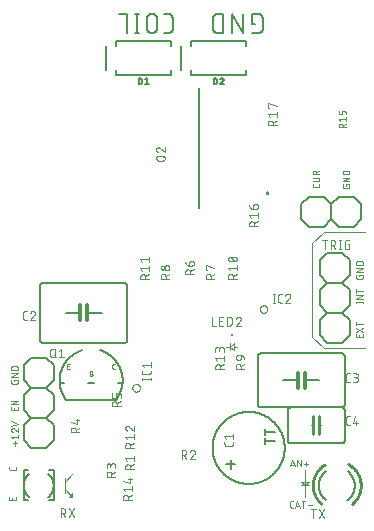
<source format=gbr>
G04 EAGLE Gerber RS-274X export*
G75*
%MOMM*%
%FSLAX34Y34*%
%LPD*%
%INSilkscreen Top*%
%IPPOS*%
%AMOC8*
5,1,8,0,0,1.08239X$1,22.5*%
G01*
%ADD10C,0.050800*%
%ADD11C,0.076200*%
%ADD12C,0.025400*%
%ADD13C,0.152400*%
%ADD14C,0.101600*%
%ADD15C,0.304800*%
%ADD16C,0.127000*%
%ADD17C,0.254000*%
%ADD18R,0.250000X0.250000*%
%ADD19C,0.203200*%
%ADD20C,0.200000*%


D10*
X4579Y119902D02*
X4579Y120833D01*
X7684Y120833D01*
X7684Y118971D01*
X7682Y118901D01*
X7676Y118832D01*
X7666Y118763D01*
X7653Y118695D01*
X7635Y118627D01*
X7614Y118561D01*
X7589Y118496D01*
X7561Y118432D01*
X7529Y118370D01*
X7494Y118310D01*
X7455Y118252D01*
X7413Y118197D01*
X7368Y118143D01*
X7320Y118093D01*
X7270Y118045D01*
X7216Y118000D01*
X7161Y117958D01*
X7103Y117919D01*
X7043Y117884D01*
X6981Y117852D01*
X6917Y117824D01*
X6852Y117799D01*
X6786Y117778D01*
X6718Y117760D01*
X6650Y117747D01*
X6581Y117737D01*
X6512Y117731D01*
X6442Y117729D01*
X3337Y117729D01*
X3267Y117731D01*
X3198Y117737D01*
X3129Y117747D01*
X3061Y117760D01*
X2993Y117778D01*
X2927Y117799D01*
X2862Y117824D01*
X2798Y117852D01*
X2736Y117884D01*
X2676Y117919D01*
X2618Y117958D01*
X2563Y118000D01*
X2509Y118045D01*
X2459Y118093D01*
X2411Y118143D01*
X2366Y118197D01*
X2324Y118252D01*
X2285Y118310D01*
X2250Y118370D01*
X2218Y118432D01*
X2190Y118496D01*
X2165Y118561D01*
X2144Y118627D01*
X2126Y118695D01*
X2113Y118763D01*
X2103Y118832D01*
X2097Y118901D01*
X2095Y118971D01*
X2096Y118971D02*
X2096Y120833D01*
X2096Y123581D02*
X7684Y123581D01*
X7684Y126686D02*
X2096Y123581D01*
X2096Y126686D02*
X7684Y126686D01*
X7684Y129433D02*
X2096Y129433D01*
X2096Y130985D01*
X2098Y131061D01*
X2103Y131137D01*
X2113Y131213D01*
X2126Y131288D01*
X2143Y131362D01*
X2163Y131436D01*
X2187Y131508D01*
X2214Y131579D01*
X2245Y131649D01*
X2279Y131717D01*
X2317Y131783D01*
X2358Y131847D01*
X2401Y131910D01*
X2448Y131970D01*
X2498Y132027D01*
X2551Y132082D01*
X2606Y132135D01*
X2663Y132185D01*
X2723Y132232D01*
X2786Y132275D01*
X2850Y132316D01*
X2916Y132354D01*
X2984Y132388D01*
X3054Y132419D01*
X3125Y132446D01*
X3198Y132470D01*
X3271Y132490D01*
X3345Y132507D01*
X3420Y132520D01*
X3496Y132530D01*
X3572Y132535D01*
X3648Y132537D01*
X3648Y132538D02*
X6131Y132538D01*
X6131Y132537D02*
X6207Y132535D01*
X6283Y132530D01*
X6359Y132520D01*
X6434Y132507D01*
X6508Y132490D01*
X6582Y132470D01*
X6654Y132446D01*
X6725Y132419D01*
X6795Y132388D01*
X6863Y132354D01*
X6929Y132316D01*
X6993Y132275D01*
X7056Y132232D01*
X7116Y132185D01*
X7173Y132135D01*
X7228Y132082D01*
X7281Y132027D01*
X7331Y131970D01*
X7378Y131910D01*
X7421Y131847D01*
X7462Y131783D01*
X7500Y131717D01*
X7534Y131649D01*
X7565Y131579D01*
X7592Y131508D01*
X7616Y131436D01*
X7636Y131362D01*
X7653Y131288D01*
X7666Y131213D01*
X7676Y131137D01*
X7681Y131061D01*
X7683Y130985D01*
X7684Y130985D02*
X7684Y129433D01*
X7684Y97988D02*
X7684Y95504D01*
X2096Y95504D01*
X2096Y97988D01*
X4579Y97367D02*
X4579Y95504D01*
X2096Y100248D02*
X7684Y100248D01*
X7684Y103352D02*
X2096Y100248D01*
X2096Y103352D02*
X7684Y103352D01*
X5510Y69067D02*
X5510Y65342D01*
X7373Y67204D02*
X3648Y67204D01*
X3337Y71504D02*
X2096Y73056D01*
X7684Y73056D01*
X7684Y71504D02*
X7684Y74609D01*
X3493Y80095D02*
X3420Y80093D01*
X3347Y80087D01*
X3274Y80078D01*
X3203Y80064D01*
X3131Y80047D01*
X3061Y80027D01*
X2992Y80002D01*
X2925Y79974D01*
X2859Y79943D01*
X2794Y79908D01*
X2732Y79870D01*
X2672Y79828D01*
X2614Y79784D01*
X2558Y79736D01*
X2505Y79686D01*
X2455Y79633D01*
X2407Y79577D01*
X2363Y79519D01*
X2321Y79459D01*
X2283Y79397D01*
X2248Y79332D01*
X2217Y79266D01*
X2189Y79199D01*
X2164Y79130D01*
X2144Y79060D01*
X2127Y78988D01*
X2113Y78917D01*
X2104Y78844D01*
X2098Y78771D01*
X2096Y78698D01*
X2095Y78698D02*
X2097Y78614D01*
X2103Y78531D01*
X2112Y78448D01*
X2126Y78365D01*
X2143Y78284D01*
X2165Y78203D01*
X2190Y78123D01*
X2218Y78045D01*
X2250Y77967D01*
X2286Y77892D01*
X2325Y77818D01*
X2368Y77746D01*
X2414Y77676D01*
X2463Y77609D01*
X2516Y77543D01*
X2571Y77481D01*
X2629Y77421D01*
X2690Y77363D01*
X2753Y77309D01*
X2819Y77257D01*
X2887Y77209D01*
X2958Y77164D01*
X3030Y77122D01*
X3105Y77084D01*
X3181Y77049D01*
X3258Y77018D01*
X3337Y76990D01*
X4579Y79628D02*
X4526Y79682D01*
X4469Y79733D01*
X4410Y79781D01*
X4349Y79826D01*
X4286Y79867D01*
X4220Y79906D01*
X4153Y79941D01*
X4084Y79973D01*
X4013Y80001D01*
X3942Y80025D01*
X3869Y80046D01*
X3795Y80063D01*
X3720Y80077D01*
X3645Y80086D01*
X3569Y80092D01*
X3493Y80094D01*
X4579Y79629D02*
X7684Y76990D01*
X7684Y80095D01*
X7684Y84029D02*
X2096Y82166D01*
X2096Y85892D02*
X7684Y84029D01*
X6096Y21788D02*
X6096Y19304D01*
X508Y19304D01*
X508Y21788D01*
X2992Y21167D02*
X2992Y19304D01*
X6096Y45946D02*
X6096Y47188D01*
X6096Y45946D02*
X6094Y45876D01*
X6088Y45807D01*
X6078Y45738D01*
X6065Y45670D01*
X6047Y45602D01*
X6026Y45536D01*
X6001Y45471D01*
X5973Y45407D01*
X5941Y45345D01*
X5906Y45285D01*
X5867Y45227D01*
X5825Y45172D01*
X5780Y45118D01*
X5732Y45068D01*
X5682Y45020D01*
X5628Y44975D01*
X5573Y44933D01*
X5515Y44894D01*
X5455Y44859D01*
X5393Y44827D01*
X5329Y44799D01*
X5264Y44774D01*
X5198Y44753D01*
X5130Y44735D01*
X5062Y44722D01*
X4993Y44712D01*
X4924Y44706D01*
X4854Y44704D01*
X1750Y44704D01*
X1680Y44706D01*
X1611Y44712D01*
X1542Y44722D01*
X1474Y44735D01*
X1406Y44753D01*
X1340Y44774D01*
X1275Y44799D01*
X1211Y44827D01*
X1149Y44859D01*
X1089Y44894D01*
X1031Y44933D01*
X976Y44975D01*
X922Y45020D01*
X872Y45068D01*
X824Y45118D01*
X779Y45172D01*
X737Y45227D01*
X698Y45285D01*
X663Y45345D01*
X631Y45407D01*
X603Y45471D01*
X578Y45536D01*
X557Y45602D01*
X539Y45670D01*
X526Y45738D01*
X516Y45807D01*
X510Y45876D01*
X508Y45946D01*
X508Y47188D01*
X238379Y47879D02*
X240242Y53467D01*
X242104Y47879D01*
X241639Y49276D02*
X238845Y49276D01*
X244359Y47879D02*
X244359Y53467D01*
X247463Y47879D01*
X247463Y53467D01*
X250083Y50052D02*
X253809Y50052D01*
X251946Y48189D02*
X251946Y51915D01*
X240863Y12954D02*
X239621Y12954D01*
X239551Y12956D01*
X239482Y12962D01*
X239413Y12972D01*
X239345Y12985D01*
X239277Y13003D01*
X239211Y13024D01*
X239146Y13049D01*
X239082Y13077D01*
X239020Y13109D01*
X238960Y13144D01*
X238902Y13183D01*
X238847Y13225D01*
X238793Y13270D01*
X238743Y13318D01*
X238695Y13368D01*
X238650Y13422D01*
X238608Y13477D01*
X238569Y13535D01*
X238534Y13595D01*
X238502Y13657D01*
X238474Y13721D01*
X238449Y13786D01*
X238428Y13852D01*
X238410Y13920D01*
X238397Y13988D01*
X238387Y14057D01*
X238381Y14126D01*
X238379Y14196D01*
X238379Y17300D01*
X238381Y17370D01*
X238387Y17439D01*
X238397Y17508D01*
X238410Y17576D01*
X238428Y17644D01*
X238449Y17710D01*
X238474Y17775D01*
X238502Y17839D01*
X238534Y17901D01*
X238569Y17961D01*
X238608Y18019D01*
X238650Y18074D01*
X238695Y18128D01*
X238743Y18178D01*
X238793Y18226D01*
X238847Y18271D01*
X238902Y18313D01*
X238960Y18352D01*
X239020Y18387D01*
X239082Y18419D01*
X239146Y18447D01*
X239211Y18472D01*
X239277Y18493D01*
X239345Y18511D01*
X239413Y18524D01*
X239482Y18534D01*
X239551Y18540D01*
X239621Y18542D01*
X240863Y18542D01*
X244519Y18542D02*
X242657Y12954D01*
X246382Y12954D02*
X244519Y18542D01*
X245916Y14351D02*
X243122Y14351D01*
X249640Y12954D02*
X249640Y18542D01*
X248088Y18542D02*
X251192Y18542D01*
X253264Y15127D02*
X256989Y15127D01*
D11*
X120269Y121849D02*
X112903Y121849D01*
X120269Y121031D02*
X120269Y122668D01*
X112903Y122668D02*
X112903Y121031D01*
X120269Y127269D02*
X120269Y128906D01*
X120269Y127269D02*
X120267Y127191D01*
X120262Y127113D01*
X120252Y127036D01*
X120239Y126959D01*
X120223Y126883D01*
X120203Y126808D01*
X120179Y126734D01*
X120152Y126661D01*
X120121Y126589D01*
X120087Y126519D01*
X120050Y126451D01*
X120009Y126384D01*
X119965Y126319D01*
X119919Y126257D01*
X119869Y126197D01*
X119817Y126139D01*
X119762Y126084D01*
X119704Y126032D01*
X119644Y125982D01*
X119582Y125936D01*
X119517Y125892D01*
X119451Y125851D01*
X119382Y125814D01*
X119312Y125780D01*
X119240Y125749D01*
X119167Y125722D01*
X119093Y125698D01*
X119018Y125678D01*
X118942Y125662D01*
X118865Y125649D01*
X118788Y125639D01*
X118710Y125634D01*
X118632Y125632D01*
X114540Y125632D01*
X114460Y125634D01*
X114380Y125640D01*
X114300Y125650D01*
X114221Y125663D01*
X114142Y125681D01*
X114065Y125702D01*
X113989Y125728D01*
X113914Y125757D01*
X113840Y125789D01*
X113768Y125825D01*
X113698Y125865D01*
X113631Y125908D01*
X113565Y125954D01*
X113502Y126004D01*
X113441Y126056D01*
X113382Y126111D01*
X113327Y126170D01*
X113275Y126230D01*
X113225Y126294D01*
X113179Y126359D01*
X113136Y126427D01*
X113096Y126497D01*
X113060Y126569D01*
X113028Y126643D01*
X112999Y126717D01*
X112974Y126794D01*
X112952Y126871D01*
X112934Y126950D01*
X112921Y127029D01*
X112911Y127108D01*
X112905Y127189D01*
X112903Y127269D01*
X112903Y128906D01*
X114540Y131751D02*
X112903Y133798D01*
X120269Y133798D01*
X120269Y135844D02*
X120269Y131751D01*
X53975Y41275D02*
X47625Y34925D01*
X47625Y38100D01*
X47625Y34925D02*
X47625Y28575D01*
X47625Y25400D01*
X47625Y28575D02*
X53975Y22225D01*
X53975Y25400D01*
X50800Y22225D01*
X53975Y22225D01*
X250825Y31750D02*
X250825Y44450D01*
X250825Y31750D02*
X250825Y22225D01*
X250825Y31750D02*
X247650Y34925D01*
X254000Y34925D01*
X250825Y31750D01*
X247650Y31750D01*
X250825Y31750D02*
X254000Y31750D01*
X187325Y149225D02*
X184150Y149225D01*
X187325Y149225D02*
X187325Y152400D01*
X187325Y149225D02*
X187325Y146050D01*
X187325Y149225D02*
X190500Y152400D01*
X190500Y149225D01*
X190500Y146050D01*
X187325Y149225D01*
X190500Y149225D02*
X193675Y149225D01*
X104775Y114300D02*
X104777Y114412D01*
X104783Y114524D01*
X104793Y114636D01*
X104807Y114747D01*
X104824Y114857D01*
X104846Y114967D01*
X104871Y115077D01*
X104901Y115185D01*
X104934Y115292D01*
X104971Y115398D01*
X105011Y115502D01*
X105056Y115605D01*
X105103Y115706D01*
X105155Y115806D01*
X105210Y115904D01*
X105268Y115999D01*
X105330Y116093D01*
X105395Y116184D01*
X105463Y116273D01*
X105534Y116360D01*
X105608Y116444D01*
X105685Y116525D01*
X105765Y116604D01*
X105848Y116679D01*
X105933Y116752D01*
X106021Y116822D01*
X106111Y116888D01*
X106204Y116952D01*
X106298Y117012D01*
X106395Y117068D01*
X106494Y117121D01*
X106594Y117171D01*
X106696Y117217D01*
X106800Y117259D01*
X106905Y117298D01*
X107012Y117333D01*
X107119Y117364D01*
X107228Y117392D01*
X107337Y117415D01*
X107448Y117435D01*
X107559Y117451D01*
X107670Y117463D01*
X107782Y117471D01*
X107894Y117475D01*
X108006Y117475D01*
X108118Y117471D01*
X108230Y117463D01*
X108341Y117451D01*
X108452Y117435D01*
X108563Y117415D01*
X108672Y117392D01*
X108781Y117364D01*
X108888Y117333D01*
X108995Y117298D01*
X109100Y117259D01*
X109204Y117217D01*
X109306Y117171D01*
X109406Y117121D01*
X109505Y117068D01*
X109602Y117012D01*
X109696Y116952D01*
X109789Y116888D01*
X109879Y116822D01*
X109967Y116752D01*
X110052Y116679D01*
X110135Y116604D01*
X110215Y116525D01*
X110292Y116444D01*
X110366Y116360D01*
X110437Y116273D01*
X110505Y116184D01*
X110570Y116093D01*
X110632Y115999D01*
X110690Y115904D01*
X110745Y115806D01*
X110797Y115706D01*
X110844Y115605D01*
X110889Y115502D01*
X110929Y115398D01*
X110966Y115292D01*
X110999Y115185D01*
X111029Y115077D01*
X111054Y114967D01*
X111076Y114857D01*
X111093Y114747D01*
X111107Y114636D01*
X111117Y114524D01*
X111123Y114412D01*
X111125Y114300D01*
X111123Y114188D01*
X111117Y114076D01*
X111107Y113964D01*
X111093Y113853D01*
X111076Y113743D01*
X111054Y113633D01*
X111029Y113523D01*
X110999Y113415D01*
X110966Y113308D01*
X110929Y113202D01*
X110889Y113098D01*
X110844Y112995D01*
X110797Y112894D01*
X110745Y112794D01*
X110690Y112696D01*
X110632Y112601D01*
X110570Y112507D01*
X110505Y112416D01*
X110437Y112327D01*
X110366Y112240D01*
X110292Y112156D01*
X110215Y112075D01*
X110135Y111996D01*
X110052Y111921D01*
X109967Y111848D01*
X109879Y111778D01*
X109789Y111712D01*
X109696Y111648D01*
X109602Y111588D01*
X109505Y111532D01*
X109406Y111479D01*
X109306Y111429D01*
X109204Y111383D01*
X109100Y111341D01*
X108995Y111302D01*
X108888Y111267D01*
X108781Y111236D01*
X108672Y111208D01*
X108563Y111185D01*
X108452Y111165D01*
X108341Y111149D01*
X108230Y111137D01*
X108118Y111129D01*
X108006Y111125D01*
X107894Y111125D01*
X107782Y111129D01*
X107670Y111137D01*
X107559Y111149D01*
X107448Y111165D01*
X107337Y111185D01*
X107228Y111208D01*
X107119Y111236D01*
X107012Y111267D01*
X106905Y111302D01*
X106800Y111341D01*
X106696Y111383D01*
X106594Y111429D01*
X106494Y111479D01*
X106395Y111532D01*
X106298Y111588D01*
X106204Y111648D01*
X106111Y111712D01*
X106021Y111778D01*
X105933Y111848D01*
X105848Y111921D01*
X105765Y111996D01*
X105685Y112075D01*
X105608Y112156D01*
X105534Y112240D01*
X105463Y112327D01*
X105395Y112416D01*
X105330Y112507D01*
X105268Y112601D01*
X105210Y112696D01*
X105155Y112794D01*
X105103Y112894D01*
X105056Y112995D01*
X105011Y113098D01*
X104971Y113202D01*
X104934Y113308D01*
X104901Y113415D01*
X104871Y113523D01*
X104846Y113633D01*
X104824Y113743D01*
X104807Y113853D01*
X104793Y113964D01*
X104783Y114076D01*
X104777Y114188D01*
X104775Y114300D01*
X212725Y180975D02*
X212727Y181087D01*
X212733Y181199D01*
X212743Y181311D01*
X212757Y181422D01*
X212774Y181532D01*
X212796Y181642D01*
X212821Y181752D01*
X212851Y181860D01*
X212884Y181967D01*
X212921Y182073D01*
X212961Y182177D01*
X213006Y182280D01*
X213053Y182381D01*
X213105Y182481D01*
X213160Y182579D01*
X213218Y182674D01*
X213280Y182768D01*
X213345Y182859D01*
X213413Y182948D01*
X213484Y183035D01*
X213558Y183119D01*
X213635Y183200D01*
X213715Y183279D01*
X213798Y183354D01*
X213883Y183427D01*
X213971Y183497D01*
X214061Y183563D01*
X214154Y183627D01*
X214248Y183687D01*
X214345Y183743D01*
X214444Y183796D01*
X214544Y183846D01*
X214646Y183892D01*
X214750Y183934D01*
X214855Y183973D01*
X214962Y184008D01*
X215069Y184039D01*
X215178Y184067D01*
X215287Y184090D01*
X215398Y184110D01*
X215509Y184126D01*
X215620Y184138D01*
X215732Y184146D01*
X215844Y184150D01*
X215956Y184150D01*
X216068Y184146D01*
X216180Y184138D01*
X216291Y184126D01*
X216402Y184110D01*
X216513Y184090D01*
X216622Y184067D01*
X216731Y184039D01*
X216838Y184008D01*
X216945Y183973D01*
X217050Y183934D01*
X217154Y183892D01*
X217256Y183846D01*
X217356Y183796D01*
X217455Y183743D01*
X217552Y183687D01*
X217646Y183627D01*
X217739Y183563D01*
X217829Y183497D01*
X217917Y183427D01*
X218002Y183354D01*
X218085Y183279D01*
X218165Y183200D01*
X218242Y183119D01*
X218316Y183035D01*
X218387Y182948D01*
X218455Y182859D01*
X218520Y182768D01*
X218582Y182674D01*
X218640Y182579D01*
X218695Y182481D01*
X218747Y182381D01*
X218794Y182280D01*
X218839Y182177D01*
X218879Y182073D01*
X218916Y181967D01*
X218949Y181860D01*
X218979Y181752D01*
X219004Y181642D01*
X219026Y181532D01*
X219043Y181422D01*
X219057Y181311D01*
X219067Y181199D01*
X219073Y181087D01*
X219075Y180975D01*
X219073Y180863D01*
X219067Y180751D01*
X219057Y180639D01*
X219043Y180528D01*
X219026Y180418D01*
X219004Y180308D01*
X218979Y180198D01*
X218949Y180090D01*
X218916Y179983D01*
X218879Y179877D01*
X218839Y179773D01*
X218794Y179670D01*
X218747Y179569D01*
X218695Y179469D01*
X218640Y179371D01*
X218582Y179276D01*
X218520Y179182D01*
X218455Y179091D01*
X218387Y179002D01*
X218316Y178915D01*
X218242Y178831D01*
X218165Y178750D01*
X218085Y178671D01*
X218002Y178596D01*
X217917Y178523D01*
X217829Y178453D01*
X217739Y178387D01*
X217646Y178323D01*
X217552Y178263D01*
X217455Y178207D01*
X217356Y178154D01*
X217256Y178104D01*
X217154Y178058D01*
X217050Y178016D01*
X216945Y177977D01*
X216838Y177942D01*
X216731Y177911D01*
X216622Y177883D01*
X216513Y177860D01*
X216402Y177840D01*
X216291Y177824D01*
X216180Y177812D01*
X216068Y177804D01*
X215956Y177800D01*
X215844Y177800D01*
X215732Y177804D01*
X215620Y177812D01*
X215509Y177824D01*
X215398Y177840D01*
X215287Y177860D01*
X215178Y177883D01*
X215069Y177911D01*
X214962Y177942D01*
X214855Y177977D01*
X214750Y178016D01*
X214646Y178058D01*
X214544Y178104D01*
X214444Y178154D01*
X214345Y178207D01*
X214248Y178263D01*
X214154Y178323D01*
X214061Y178387D01*
X213971Y178453D01*
X213883Y178523D01*
X213798Y178596D01*
X213715Y178671D01*
X213635Y178750D01*
X213558Y178831D01*
X213484Y178915D01*
X213413Y179002D01*
X213345Y179091D01*
X213280Y179182D01*
X213218Y179276D01*
X213160Y179371D01*
X213105Y179469D01*
X213053Y179569D01*
X213006Y179670D01*
X212961Y179773D01*
X212921Y179877D01*
X212884Y179983D01*
X212851Y180090D01*
X212821Y180198D01*
X212796Y180308D01*
X212774Y180418D01*
X212757Y180528D01*
X212743Y180639D01*
X212733Y180751D01*
X212727Y180863D01*
X212725Y180975D01*
D12*
X51760Y130302D02*
X49840Y130302D01*
X49840Y134620D01*
X51760Y134620D01*
X51280Y132701D02*
X49840Y132701D01*
X68651Y126351D02*
X69850Y126351D01*
X69850Y126350D02*
X69918Y126348D01*
X69987Y126342D01*
X70054Y126332D01*
X70122Y126319D01*
X70188Y126301D01*
X70253Y126280D01*
X70317Y126255D01*
X70379Y126227D01*
X70440Y126195D01*
X70498Y126160D01*
X70555Y126121D01*
X70609Y126079D01*
X70661Y126034D01*
X70710Y125987D01*
X70756Y125936D01*
X70799Y125883D01*
X70840Y125828D01*
X70877Y125770D01*
X70910Y125711D01*
X70941Y125649D01*
X70967Y125586D01*
X70990Y125522D01*
X71010Y125456D01*
X71025Y125389D01*
X71037Y125322D01*
X71045Y125254D01*
X71049Y125185D01*
X71049Y125117D01*
X71045Y125048D01*
X71037Y124980D01*
X71025Y124913D01*
X71010Y124846D01*
X70990Y124780D01*
X70967Y124716D01*
X70941Y124653D01*
X70910Y124591D01*
X70877Y124532D01*
X70840Y124474D01*
X70799Y124419D01*
X70756Y124366D01*
X70710Y124315D01*
X70661Y124268D01*
X70609Y124223D01*
X70555Y124181D01*
X70498Y124142D01*
X70440Y124107D01*
X70379Y124075D01*
X70317Y124047D01*
X70253Y124022D01*
X70188Y124001D01*
X70122Y123983D01*
X70054Y123970D01*
X69987Y123960D01*
X69918Y123954D01*
X69850Y123952D01*
X68651Y123952D01*
X68651Y128270D01*
X69850Y128270D01*
X69910Y128268D01*
X69970Y128262D01*
X70030Y128253D01*
X70089Y128240D01*
X70147Y128223D01*
X70203Y128203D01*
X70259Y128179D01*
X70312Y128151D01*
X70364Y128121D01*
X70414Y128087D01*
X70462Y128050D01*
X70507Y128010D01*
X70550Y127967D01*
X70590Y127922D01*
X70627Y127874D01*
X70661Y127824D01*
X70691Y127772D01*
X70719Y127719D01*
X70743Y127663D01*
X70763Y127607D01*
X70780Y127549D01*
X70793Y127490D01*
X70802Y127430D01*
X70808Y127370D01*
X70810Y127310D01*
X70808Y127250D01*
X70802Y127190D01*
X70793Y127130D01*
X70780Y127071D01*
X70763Y127013D01*
X70743Y126957D01*
X70719Y126901D01*
X70691Y126848D01*
X70661Y126796D01*
X70627Y126746D01*
X70590Y126698D01*
X70550Y126653D01*
X70507Y126610D01*
X70462Y126570D01*
X70414Y126533D01*
X70364Y126499D01*
X70312Y126469D01*
X70259Y126441D01*
X70203Y126417D01*
X70147Y126397D01*
X70089Y126380D01*
X70030Y126367D01*
X69970Y126358D01*
X69910Y126352D01*
X69850Y126350D01*
X88900Y130302D02*
X89860Y130302D01*
X88900Y130302D02*
X88840Y130304D01*
X88780Y130310D01*
X88720Y130319D01*
X88661Y130332D01*
X88603Y130349D01*
X88547Y130369D01*
X88491Y130393D01*
X88438Y130421D01*
X88386Y130451D01*
X88336Y130485D01*
X88288Y130522D01*
X88243Y130562D01*
X88200Y130605D01*
X88160Y130650D01*
X88123Y130698D01*
X88089Y130748D01*
X88059Y130800D01*
X88031Y130853D01*
X88007Y130909D01*
X87987Y130965D01*
X87970Y131023D01*
X87957Y131082D01*
X87948Y131142D01*
X87942Y131202D01*
X87940Y131262D01*
X87940Y133660D01*
X87942Y133720D01*
X87948Y133780D01*
X87957Y133840D01*
X87970Y133899D01*
X87987Y133957D01*
X88007Y134013D01*
X88031Y134069D01*
X88059Y134122D01*
X88089Y134174D01*
X88123Y134224D01*
X88160Y134272D01*
X88200Y134317D01*
X88243Y134360D01*
X88288Y134400D01*
X88336Y134437D01*
X88386Y134471D01*
X88437Y134501D01*
X88491Y134529D01*
X88547Y134553D01*
X88603Y134573D01*
X88661Y134590D01*
X88720Y134603D01*
X88780Y134612D01*
X88840Y134618D01*
X88900Y134620D01*
X89860Y134620D01*
D13*
X131713Y431038D02*
X135326Y431038D01*
X135444Y431036D01*
X135562Y431030D01*
X135680Y431021D01*
X135797Y431007D01*
X135914Y430990D01*
X136031Y430969D01*
X136146Y430944D01*
X136261Y430915D01*
X136375Y430882D01*
X136487Y430846D01*
X136598Y430806D01*
X136708Y430763D01*
X136817Y430716D01*
X136924Y430666D01*
X137029Y430611D01*
X137132Y430554D01*
X137233Y430493D01*
X137333Y430429D01*
X137430Y430362D01*
X137525Y430292D01*
X137617Y430218D01*
X137708Y430142D01*
X137795Y430062D01*
X137880Y429980D01*
X137962Y429895D01*
X138042Y429808D01*
X138118Y429717D01*
X138192Y429625D01*
X138262Y429530D01*
X138329Y429433D01*
X138393Y429333D01*
X138454Y429232D01*
X138511Y429129D01*
X138566Y429024D01*
X138616Y428917D01*
X138663Y428808D01*
X138706Y428698D01*
X138746Y428587D01*
X138782Y428475D01*
X138815Y428361D01*
X138844Y428246D01*
X138869Y428131D01*
X138890Y428014D01*
X138907Y427897D01*
X138921Y427780D01*
X138930Y427662D01*
X138936Y427544D01*
X138938Y427426D01*
X138938Y418394D01*
X138939Y418394D02*
X138937Y418276D01*
X138931Y418158D01*
X138922Y418040D01*
X138908Y417922D01*
X138891Y417805D01*
X138870Y417689D01*
X138845Y417574D01*
X138816Y417459D01*
X138783Y417345D01*
X138747Y417233D01*
X138707Y417121D01*
X138664Y417011D01*
X138617Y416903D01*
X138566Y416796D01*
X138512Y416691D01*
X138455Y416588D01*
X138394Y416486D01*
X138330Y416387D01*
X138263Y416290D01*
X138192Y416195D01*
X138119Y416102D01*
X138042Y416012D01*
X137963Y415924D01*
X137881Y415839D01*
X137796Y415757D01*
X137708Y415678D01*
X137618Y415601D01*
X137525Y415528D01*
X137431Y415457D01*
X137333Y415390D01*
X137234Y415326D01*
X137133Y415265D01*
X137029Y415208D01*
X136924Y415154D01*
X136817Y415103D01*
X136709Y415056D01*
X136599Y415013D01*
X136487Y414973D01*
X136375Y414937D01*
X136261Y414904D01*
X136146Y414875D01*
X136031Y414850D01*
X135915Y414829D01*
X135798Y414812D01*
X135680Y414798D01*
X135562Y414789D01*
X135444Y414783D01*
X135326Y414781D01*
X135326Y414782D02*
X131713Y414782D01*
X125873Y419298D02*
X125873Y426522D01*
X125873Y419298D02*
X125871Y419165D01*
X125865Y419033D01*
X125855Y418901D01*
X125842Y418769D01*
X125824Y418637D01*
X125803Y418507D01*
X125778Y418376D01*
X125749Y418247D01*
X125716Y418119D01*
X125680Y417991D01*
X125640Y417865D01*
X125596Y417740D01*
X125548Y417616D01*
X125497Y417494D01*
X125442Y417373D01*
X125384Y417254D01*
X125322Y417136D01*
X125257Y417021D01*
X125188Y416907D01*
X125117Y416796D01*
X125041Y416687D01*
X124963Y416580D01*
X124882Y416475D01*
X124797Y416373D01*
X124710Y416273D01*
X124620Y416176D01*
X124527Y416081D01*
X124431Y415990D01*
X124333Y415901D01*
X124232Y415815D01*
X124128Y415732D01*
X124022Y415652D01*
X123914Y415576D01*
X123804Y415502D01*
X123691Y415432D01*
X123577Y415365D01*
X123460Y415302D01*
X123342Y415242D01*
X123222Y415185D01*
X123100Y415132D01*
X122977Y415083D01*
X122853Y415037D01*
X122727Y414995D01*
X122600Y414957D01*
X122472Y414922D01*
X122343Y414891D01*
X122214Y414864D01*
X122083Y414841D01*
X121952Y414821D01*
X121820Y414806D01*
X121688Y414794D01*
X121556Y414786D01*
X121423Y414782D01*
X121291Y414782D01*
X121158Y414786D01*
X121026Y414794D01*
X120894Y414806D01*
X120762Y414821D01*
X120631Y414841D01*
X120500Y414864D01*
X120371Y414891D01*
X120242Y414922D01*
X120114Y414957D01*
X119987Y414995D01*
X119861Y415037D01*
X119737Y415083D01*
X119614Y415132D01*
X119492Y415185D01*
X119372Y415242D01*
X119254Y415302D01*
X119137Y415365D01*
X119023Y415432D01*
X118910Y415502D01*
X118800Y415576D01*
X118692Y415652D01*
X118586Y415732D01*
X118482Y415815D01*
X118381Y415901D01*
X118283Y415990D01*
X118187Y416081D01*
X118094Y416176D01*
X118004Y416273D01*
X117917Y416373D01*
X117832Y416475D01*
X117751Y416580D01*
X117673Y416687D01*
X117597Y416796D01*
X117526Y416907D01*
X117457Y417021D01*
X117392Y417136D01*
X117330Y417254D01*
X117272Y417373D01*
X117217Y417494D01*
X117166Y417616D01*
X117118Y417740D01*
X117074Y417865D01*
X117034Y417991D01*
X116998Y418119D01*
X116965Y418247D01*
X116936Y418376D01*
X116911Y418507D01*
X116890Y418637D01*
X116872Y418769D01*
X116859Y418901D01*
X116849Y419033D01*
X116843Y419165D01*
X116841Y419298D01*
X116841Y426522D01*
X116843Y426655D01*
X116849Y426787D01*
X116859Y426919D01*
X116872Y427051D01*
X116890Y427183D01*
X116911Y427313D01*
X116936Y427444D01*
X116965Y427573D01*
X116998Y427701D01*
X117034Y427829D01*
X117074Y427955D01*
X117118Y428080D01*
X117166Y428204D01*
X117217Y428326D01*
X117272Y428447D01*
X117330Y428566D01*
X117392Y428684D01*
X117457Y428799D01*
X117526Y428913D01*
X117597Y429024D01*
X117673Y429133D01*
X117751Y429240D01*
X117832Y429345D01*
X117917Y429447D01*
X118004Y429547D01*
X118094Y429644D01*
X118187Y429739D01*
X118283Y429830D01*
X118381Y429919D01*
X118482Y430005D01*
X118586Y430088D01*
X118692Y430168D01*
X118800Y430244D01*
X118910Y430318D01*
X119023Y430388D01*
X119137Y430455D01*
X119254Y430518D01*
X119372Y430578D01*
X119492Y430635D01*
X119614Y430688D01*
X119737Y430737D01*
X119861Y430783D01*
X119987Y430825D01*
X120114Y430863D01*
X120242Y430898D01*
X120371Y430929D01*
X120500Y430956D01*
X120631Y430979D01*
X120762Y430999D01*
X120894Y431014D01*
X121026Y431026D01*
X121158Y431034D01*
X121291Y431038D01*
X121423Y431038D01*
X121556Y431034D01*
X121688Y431026D01*
X121820Y431014D01*
X121952Y430999D01*
X122083Y430979D01*
X122214Y430956D01*
X122343Y430929D01*
X122472Y430898D01*
X122600Y430863D01*
X122727Y430825D01*
X122853Y430783D01*
X122977Y430737D01*
X123100Y430688D01*
X123222Y430635D01*
X123342Y430578D01*
X123460Y430518D01*
X123577Y430455D01*
X123691Y430388D01*
X123804Y430318D01*
X123914Y430244D01*
X124022Y430168D01*
X124128Y430088D01*
X124232Y430005D01*
X124333Y429919D01*
X124431Y429830D01*
X124527Y429739D01*
X124620Y429644D01*
X124710Y429547D01*
X124797Y429447D01*
X124882Y429345D01*
X124963Y429240D01*
X125041Y429133D01*
X125117Y429024D01*
X125188Y428913D01*
X125257Y428799D01*
X125322Y428684D01*
X125384Y428566D01*
X125442Y428447D01*
X125497Y428326D01*
X125548Y428204D01*
X125596Y428080D01*
X125640Y427955D01*
X125680Y427829D01*
X125716Y427701D01*
X125749Y427573D01*
X125778Y427444D01*
X125803Y427313D01*
X125824Y427183D01*
X125842Y427051D01*
X125855Y426919D01*
X125865Y426787D01*
X125871Y426655D01*
X125873Y426522D01*
X108852Y431038D02*
X108852Y414782D01*
X110658Y431038D02*
X107046Y431038D01*
X107046Y414782D02*
X110658Y414782D01*
X100312Y414782D02*
X100312Y431038D01*
X93087Y431038D01*
X206107Y422007D02*
X208816Y422007D01*
X206107Y422007D02*
X206107Y431038D01*
X211526Y431038D01*
X211644Y431036D01*
X211762Y431030D01*
X211880Y431021D01*
X211997Y431007D01*
X212114Y430990D01*
X212231Y430969D01*
X212346Y430944D01*
X212461Y430915D01*
X212575Y430882D01*
X212687Y430846D01*
X212798Y430806D01*
X212908Y430763D01*
X213017Y430716D01*
X213124Y430666D01*
X213229Y430611D01*
X213332Y430554D01*
X213433Y430493D01*
X213533Y430429D01*
X213630Y430362D01*
X213725Y430292D01*
X213817Y430218D01*
X213908Y430142D01*
X213995Y430062D01*
X214080Y429980D01*
X214162Y429895D01*
X214242Y429808D01*
X214318Y429717D01*
X214392Y429625D01*
X214462Y429530D01*
X214529Y429433D01*
X214593Y429333D01*
X214654Y429232D01*
X214711Y429129D01*
X214766Y429024D01*
X214816Y428917D01*
X214863Y428808D01*
X214906Y428698D01*
X214946Y428587D01*
X214982Y428475D01*
X215015Y428361D01*
X215044Y428246D01*
X215069Y428131D01*
X215090Y428014D01*
X215107Y427897D01*
X215121Y427780D01*
X215130Y427662D01*
X215136Y427544D01*
X215138Y427426D01*
X215138Y418394D01*
X215139Y418394D02*
X215137Y418276D01*
X215131Y418158D01*
X215122Y418040D01*
X215108Y417922D01*
X215091Y417805D01*
X215070Y417689D01*
X215045Y417574D01*
X215016Y417459D01*
X214983Y417345D01*
X214947Y417233D01*
X214907Y417121D01*
X214864Y417011D01*
X214817Y416903D01*
X214766Y416796D01*
X214712Y416691D01*
X214655Y416588D01*
X214594Y416486D01*
X214530Y416387D01*
X214463Y416290D01*
X214392Y416195D01*
X214319Y416102D01*
X214242Y416012D01*
X214163Y415924D01*
X214081Y415839D01*
X213996Y415757D01*
X213908Y415678D01*
X213818Y415601D01*
X213725Y415528D01*
X213631Y415457D01*
X213533Y415390D01*
X213434Y415326D01*
X213333Y415265D01*
X213229Y415208D01*
X213124Y415154D01*
X213017Y415103D01*
X212909Y415056D01*
X212799Y415013D01*
X212687Y414973D01*
X212575Y414937D01*
X212461Y414904D01*
X212346Y414875D01*
X212231Y414850D01*
X212115Y414829D01*
X211998Y414812D01*
X211880Y414798D01*
X211762Y414789D01*
X211644Y414783D01*
X211526Y414781D01*
X211526Y414782D02*
X206107Y414782D01*
X198465Y414782D02*
X198465Y431038D01*
X189434Y431038D02*
X198465Y414782D01*
X189434Y414782D02*
X189434Y431038D01*
X181791Y431038D02*
X181791Y414782D01*
X177276Y414782D01*
X177145Y414784D01*
X177013Y414790D01*
X176882Y414799D01*
X176752Y414813D01*
X176621Y414830D01*
X176492Y414851D01*
X176363Y414875D01*
X176235Y414904D01*
X176107Y414936D01*
X175981Y414972D01*
X175856Y415011D01*
X175731Y415054D01*
X175609Y415101D01*
X175487Y415151D01*
X175367Y415205D01*
X175249Y415262D01*
X175133Y415323D01*
X175018Y415387D01*
X174905Y415454D01*
X174794Y415525D01*
X174686Y415599D01*
X174579Y415676D01*
X174475Y415756D01*
X174373Y415839D01*
X174274Y415924D01*
X174177Y416013D01*
X174083Y416105D01*
X173991Y416199D01*
X173902Y416296D01*
X173817Y416395D01*
X173734Y416497D01*
X173654Y416601D01*
X173577Y416708D01*
X173503Y416816D01*
X173432Y416927D01*
X173365Y417040D01*
X173301Y417155D01*
X173240Y417271D01*
X173183Y417389D01*
X173129Y417509D01*
X173079Y417631D01*
X173032Y417753D01*
X172989Y417878D01*
X172950Y418003D01*
X172914Y418129D01*
X172882Y418257D01*
X172853Y418385D01*
X172829Y418514D01*
X172808Y418643D01*
X172791Y418774D01*
X172777Y418904D01*
X172768Y419035D01*
X172762Y419167D01*
X172760Y419298D01*
X172760Y426522D01*
X172762Y426653D01*
X172768Y426785D01*
X172777Y426916D01*
X172791Y427046D01*
X172808Y427177D01*
X172829Y427306D01*
X172853Y427435D01*
X172882Y427563D01*
X172914Y427691D01*
X172950Y427817D01*
X172989Y427942D01*
X173032Y428067D01*
X173079Y428189D01*
X173129Y428311D01*
X173183Y428431D01*
X173240Y428549D01*
X173301Y428665D01*
X173365Y428780D01*
X173432Y428893D01*
X173503Y429004D01*
X173577Y429112D01*
X173654Y429219D01*
X173734Y429323D01*
X173817Y429425D01*
X173902Y429524D01*
X173991Y429621D01*
X174083Y429715D01*
X174177Y429807D01*
X174274Y429896D01*
X174373Y429981D01*
X174475Y430064D01*
X174579Y430144D01*
X174686Y430221D01*
X174794Y430295D01*
X174905Y430366D01*
X175018Y430433D01*
X175133Y430497D01*
X175249Y430558D01*
X175367Y430615D01*
X175487Y430669D01*
X175609Y430719D01*
X175731Y430766D01*
X175856Y430809D01*
X175981Y430848D01*
X176107Y430884D01*
X176235Y430916D01*
X176363Y430945D01*
X176492Y430969D01*
X176622Y430990D01*
X176752Y431007D01*
X176882Y431021D01*
X177013Y431030D01*
X177145Y431036D01*
X177276Y431038D01*
X181791Y431038D01*
D10*
X299784Y159900D02*
X299784Y157417D01*
X294196Y157417D01*
X294196Y159900D01*
X296679Y159279D02*
X296679Y157417D01*
X299784Y161667D02*
X294196Y165392D01*
X294196Y161667D02*
X299784Y165392D01*
X299784Y168650D02*
X294196Y168650D01*
X294196Y167098D02*
X294196Y170202D01*
X294196Y186612D02*
X299784Y186612D01*
X299784Y185992D02*
X299784Y187233D01*
X294196Y187233D02*
X294196Y185992D01*
X294196Y189632D02*
X299784Y189632D01*
X299784Y192737D02*
X294196Y189632D01*
X294196Y192737D02*
X299784Y192737D01*
X299784Y196488D02*
X294196Y196488D01*
X294196Y194936D02*
X294196Y198040D01*
X296679Y208802D02*
X296679Y209733D01*
X299784Y209733D01*
X299784Y207871D01*
X299782Y207801D01*
X299776Y207732D01*
X299766Y207663D01*
X299753Y207595D01*
X299735Y207527D01*
X299714Y207461D01*
X299689Y207396D01*
X299661Y207332D01*
X299629Y207270D01*
X299594Y207210D01*
X299555Y207152D01*
X299513Y207097D01*
X299468Y207043D01*
X299420Y206993D01*
X299370Y206945D01*
X299316Y206900D01*
X299261Y206858D01*
X299203Y206819D01*
X299143Y206784D01*
X299081Y206752D01*
X299017Y206724D01*
X298952Y206699D01*
X298886Y206678D01*
X298818Y206660D01*
X298750Y206647D01*
X298681Y206637D01*
X298612Y206631D01*
X298542Y206629D01*
X295437Y206629D01*
X295367Y206631D01*
X295298Y206637D01*
X295229Y206647D01*
X295161Y206660D01*
X295093Y206678D01*
X295027Y206699D01*
X294962Y206724D01*
X294898Y206752D01*
X294836Y206784D01*
X294776Y206819D01*
X294718Y206858D01*
X294663Y206900D01*
X294609Y206945D01*
X294559Y206993D01*
X294511Y207043D01*
X294466Y207097D01*
X294424Y207152D01*
X294385Y207210D01*
X294350Y207270D01*
X294318Y207332D01*
X294290Y207396D01*
X294265Y207461D01*
X294244Y207527D01*
X294226Y207595D01*
X294213Y207663D01*
X294203Y207732D01*
X294197Y207801D01*
X294195Y207871D01*
X294196Y207871D02*
X294196Y209733D01*
X294196Y212481D02*
X299784Y212481D01*
X299784Y215586D02*
X294196Y212481D01*
X294196Y215586D02*
X299784Y215586D01*
X299784Y218333D02*
X294196Y218333D01*
X294196Y219885D01*
X294198Y219961D01*
X294203Y220037D01*
X294213Y220113D01*
X294226Y220188D01*
X294243Y220262D01*
X294263Y220336D01*
X294287Y220408D01*
X294314Y220479D01*
X294345Y220549D01*
X294379Y220617D01*
X294417Y220683D01*
X294458Y220747D01*
X294501Y220810D01*
X294548Y220870D01*
X294598Y220927D01*
X294651Y220982D01*
X294706Y221035D01*
X294763Y221085D01*
X294823Y221132D01*
X294886Y221175D01*
X294950Y221216D01*
X295016Y221254D01*
X295084Y221288D01*
X295154Y221319D01*
X295225Y221346D01*
X295298Y221370D01*
X295371Y221390D01*
X295445Y221407D01*
X295520Y221420D01*
X295596Y221430D01*
X295672Y221435D01*
X295748Y221437D01*
X295748Y221438D02*
X298231Y221438D01*
X298231Y221437D02*
X298307Y221435D01*
X298383Y221430D01*
X298459Y221420D01*
X298534Y221407D01*
X298608Y221390D01*
X298682Y221370D01*
X298754Y221346D01*
X298825Y221319D01*
X298895Y221288D01*
X298963Y221254D01*
X299029Y221216D01*
X299093Y221175D01*
X299156Y221132D01*
X299216Y221085D01*
X299273Y221035D01*
X299328Y220982D01*
X299381Y220927D01*
X299431Y220870D01*
X299478Y220810D01*
X299521Y220747D01*
X299562Y220683D01*
X299600Y220617D01*
X299634Y220549D01*
X299665Y220479D01*
X299692Y220408D01*
X299716Y220336D01*
X299736Y220262D01*
X299753Y220188D01*
X299766Y220113D01*
X299776Y220037D01*
X299781Y219961D01*
X299783Y219885D01*
X299784Y219885D02*
X299784Y218333D01*
D11*
X267478Y231966D02*
X267478Y239332D01*
X265432Y239332D02*
X269525Y239332D01*
X272555Y239332D02*
X272555Y231966D01*
X272555Y239332D02*
X274601Y239332D01*
X274601Y239331D02*
X274690Y239329D01*
X274779Y239323D01*
X274868Y239313D01*
X274956Y239300D01*
X275044Y239283D01*
X275131Y239261D01*
X275216Y239236D01*
X275301Y239208D01*
X275384Y239175D01*
X275466Y239139D01*
X275546Y239100D01*
X275624Y239057D01*
X275700Y239011D01*
X275775Y238961D01*
X275847Y238908D01*
X275916Y238852D01*
X275983Y238793D01*
X276048Y238732D01*
X276109Y238667D01*
X276168Y238600D01*
X276224Y238531D01*
X276277Y238459D01*
X276327Y238384D01*
X276373Y238308D01*
X276416Y238230D01*
X276455Y238150D01*
X276491Y238068D01*
X276524Y237985D01*
X276552Y237900D01*
X276577Y237815D01*
X276599Y237728D01*
X276616Y237640D01*
X276629Y237552D01*
X276639Y237463D01*
X276645Y237374D01*
X276647Y237285D01*
X276645Y237196D01*
X276639Y237107D01*
X276629Y237018D01*
X276616Y236930D01*
X276599Y236842D01*
X276577Y236755D01*
X276552Y236670D01*
X276524Y236585D01*
X276491Y236502D01*
X276455Y236420D01*
X276416Y236340D01*
X276373Y236262D01*
X276327Y236186D01*
X276277Y236111D01*
X276224Y236039D01*
X276168Y235970D01*
X276109Y235903D01*
X276048Y235838D01*
X275983Y235777D01*
X275916Y235718D01*
X275847Y235662D01*
X275775Y235609D01*
X275700Y235559D01*
X275624Y235513D01*
X275546Y235470D01*
X275466Y235431D01*
X275384Y235395D01*
X275301Y235362D01*
X275216Y235334D01*
X275131Y235309D01*
X275044Y235287D01*
X274956Y235270D01*
X274868Y235257D01*
X274779Y235247D01*
X274690Y235241D01*
X274601Y235239D01*
X272555Y235239D01*
X275010Y235239D02*
X276647Y231966D01*
X280402Y231966D02*
X280402Y239332D01*
X279583Y231966D02*
X281220Y231966D01*
X281220Y239332D02*
X279583Y239332D01*
X287316Y236058D02*
X288544Y236058D01*
X288544Y231966D01*
X286089Y231966D01*
X286089Y231965D02*
X286011Y231967D01*
X285933Y231972D01*
X285856Y231982D01*
X285779Y231995D01*
X285703Y232011D01*
X285628Y232031D01*
X285554Y232055D01*
X285481Y232082D01*
X285409Y232113D01*
X285339Y232147D01*
X285271Y232184D01*
X285204Y232225D01*
X285139Y232269D01*
X285077Y232315D01*
X285017Y232365D01*
X284959Y232417D01*
X284904Y232472D01*
X284852Y232530D01*
X284802Y232590D01*
X284756Y232652D01*
X284712Y232717D01*
X284671Y232784D01*
X284634Y232852D01*
X284600Y232922D01*
X284569Y232994D01*
X284542Y233067D01*
X284518Y233141D01*
X284498Y233216D01*
X284482Y233292D01*
X284469Y233369D01*
X284459Y233446D01*
X284454Y233524D01*
X284452Y233602D01*
X284452Y237695D01*
X284454Y237775D01*
X284460Y237855D01*
X284470Y237935D01*
X284483Y238014D01*
X284501Y238093D01*
X284522Y238170D01*
X284548Y238246D01*
X284577Y238321D01*
X284609Y238395D01*
X284645Y238467D01*
X284685Y238537D01*
X284728Y238604D01*
X284774Y238670D01*
X284824Y238733D01*
X284876Y238794D01*
X284931Y238853D01*
X284990Y238908D01*
X285050Y238960D01*
X285114Y239010D01*
X285180Y239056D01*
X285247Y239099D01*
X285317Y239139D01*
X285389Y239175D01*
X285463Y239207D01*
X285537Y239236D01*
X285614Y239262D01*
X285691Y239283D01*
X285770Y239301D01*
X285849Y239314D01*
X285929Y239324D01*
X286009Y239330D01*
X286089Y239332D01*
X288544Y239332D01*
D14*
X301625Y147638D02*
X266700Y147638D01*
X257175Y157163D01*
X257175Y236538D01*
X266700Y246063D01*
X301625Y246063D01*
D10*
X263017Y285674D02*
X263017Y286916D01*
X263017Y285674D02*
X263015Y285604D01*
X263009Y285535D01*
X262999Y285466D01*
X262986Y285398D01*
X262968Y285330D01*
X262947Y285264D01*
X262922Y285199D01*
X262894Y285135D01*
X262862Y285073D01*
X262827Y285013D01*
X262788Y284955D01*
X262746Y284900D01*
X262701Y284846D01*
X262653Y284796D01*
X262603Y284748D01*
X262549Y284703D01*
X262494Y284661D01*
X262436Y284622D01*
X262376Y284587D01*
X262314Y284555D01*
X262250Y284527D01*
X262185Y284502D01*
X262119Y284481D01*
X262051Y284463D01*
X261983Y284450D01*
X261914Y284440D01*
X261845Y284434D01*
X261775Y284432D01*
X258671Y284432D01*
X258601Y284434D01*
X258532Y284440D01*
X258463Y284450D01*
X258395Y284463D01*
X258327Y284481D01*
X258261Y284502D01*
X258196Y284527D01*
X258132Y284555D01*
X258070Y284587D01*
X258010Y284622D01*
X257952Y284661D01*
X257897Y284703D01*
X257843Y284748D01*
X257793Y284796D01*
X257745Y284846D01*
X257700Y284900D01*
X257658Y284955D01*
X257619Y285013D01*
X257584Y285073D01*
X257552Y285135D01*
X257524Y285199D01*
X257499Y285264D01*
X257478Y285330D01*
X257460Y285398D01*
X257447Y285466D01*
X257437Y285535D01*
X257431Y285604D01*
X257429Y285674D01*
X257429Y286916D01*
X257429Y289203D02*
X261465Y289203D01*
X261465Y289204D02*
X261542Y289206D01*
X261620Y289212D01*
X261696Y289221D01*
X261773Y289235D01*
X261848Y289252D01*
X261922Y289273D01*
X261996Y289298D01*
X262068Y289326D01*
X262138Y289358D01*
X262207Y289393D01*
X262274Y289432D01*
X262339Y289474D01*
X262402Y289519D01*
X262463Y289567D01*
X262521Y289618D01*
X262576Y289672D01*
X262629Y289729D01*
X262678Y289788D01*
X262725Y289850D01*
X262769Y289914D01*
X262809Y289980D01*
X262846Y290048D01*
X262880Y290118D01*
X262910Y290189D01*
X262936Y290262D01*
X262959Y290336D01*
X262978Y290411D01*
X262993Y290486D01*
X263005Y290563D01*
X263013Y290640D01*
X263017Y290717D01*
X263017Y290795D01*
X263013Y290872D01*
X263005Y290949D01*
X262993Y291026D01*
X262978Y291101D01*
X262959Y291176D01*
X262936Y291250D01*
X262910Y291323D01*
X262880Y291394D01*
X262846Y291464D01*
X262809Y291532D01*
X262769Y291598D01*
X262725Y291662D01*
X262678Y291724D01*
X262629Y291783D01*
X262576Y291840D01*
X262521Y291894D01*
X262463Y291945D01*
X262402Y291993D01*
X262339Y292038D01*
X262274Y292080D01*
X262207Y292119D01*
X262138Y292154D01*
X262068Y292186D01*
X261996Y292214D01*
X261922Y292239D01*
X261848Y292260D01*
X261773Y292277D01*
X261696Y292291D01*
X261620Y292300D01*
X261542Y292306D01*
X261465Y292308D01*
X257429Y292308D01*
X257429Y295092D02*
X263017Y295092D01*
X257429Y295092D02*
X257429Y296644D01*
X257431Y296721D01*
X257437Y296799D01*
X257446Y296875D01*
X257460Y296952D01*
X257477Y297027D01*
X257498Y297101D01*
X257523Y297175D01*
X257551Y297247D01*
X257583Y297317D01*
X257618Y297386D01*
X257657Y297453D01*
X257699Y297518D01*
X257744Y297581D01*
X257792Y297642D01*
X257843Y297700D01*
X257897Y297755D01*
X257954Y297808D01*
X258013Y297857D01*
X258075Y297904D01*
X258139Y297948D01*
X258205Y297988D01*
X258273Y298025D01*
X258343Y298059D01*
X258414Y298089D01*
X258487Y298115D01*
X258561Y298138D01*
X258636Y298157D01*
X258711Y298172D01*
X258788Y298184D01*
X258865Y298192D01*
X258942Y298196D01*
X259020Y298196D01*
X259097Y298192D01*
X259174Y298184D01*
X259251Y298172D01*
X259326Y298157D01*
X259401Y298138D01*
X259475Y298115D01*
X259548Y298089D01*
X259619Y298059D01*
X259689Y298025D01*
X259757Y297988D01*
X259823Y297948D01*
X259887Y297904D01*
X259949Y297857D01*
X260008Y297808D01*
X260065Y297755D01*
X260119Y297700D01*
X260170Y297642D01*
X260218Y297581D01*
X260263Y297518D01*
X260305Y297453D01*
X260344Y297386D01*
X260379Y297317D01*
X260411Y297247D01*
X260439Y297175D01*
X260464Y297101D01*
X260485Y297027D01*
X260502Y296952D01*
X260516Y296875D01*
X260525Y296799D01*
X260531Y296721D01*
X260533Y296644D01*
X260533Y295092D01*
X260533Y296954D02*
X263017Y298196D01*
X285313Y286492D02*
X285313Y285560D01*
X285313Y286492D02*
X288417Y286492D01*
X288417Y284629D01*
X288415Y284559D01*
X288409Y284490D01*
X288399Y284421D01*
X288386Y284353D01*
X288368Y284285D01*
X288347Y284219D01*
X288322Y284154D01*
X288294Y284090D01*
X288262Y284028D01*
X288227Y283968D01*
X288188Y283910D01*
X288146Y283855D01*
X288101Y283801D01*
X288053Y283751D01*
X288003Y283703D01*
X287949Y283658D01*
X287894Y283616D01*
X287836Y283577D01*
X287776Y283542D01*
X287714Y283510D01*
X287650Y283482D01*
X287585Y283457D01*
X287519Y283436D01*
X287451Y283418D01*
X287383Y283405D01*
X287314Y283395D01*
X287245Y283389D01*
X287175Y283387D01*
X284071Y283387D01*
X284001Y283389D01*
X283932Y283395D01*
X283863Y283405D01*
X283795Y283418D01*
X283727Y283436D01*
X283661Y283457D01*
X283596Y283482D01*
X283532Y283510D01*
X283470Y283542D01*
X283410Y283577D01*
X283352Y283616D01*
X283297Y283658D01*
X283243Y283703D01*
X283193Y283751D01*
X283145Y283801D01*
X283100Y283855D01*
X283058Y283910D01*
X283019Y283968D01*
X282984Y284028D01*
X282952Y284090D01*
X282924Y284154D01*
X282899Y284219D01*
X282878Y284285D01*
X282860Y284353D01*
X282847Y284421D01*
X282837Y284490D01*
X282831Y284559D01*
X282829Y284629D01*
X282829Y286492D01*
X282829Y289239D02*
X288417Y289239D01*
X288417Y292344D02*
X282829Y289239D01*
X282829Y292344D02*
X288417Y292344D01*
X288417Y295092D02*
X282829Y295092D01*
X282829Y296644D01*
X282831Y296720D01*
X282836Y296796D01*
X282846Y296872D01*
X282859Y296947D01*
X282876Y297021D01*
X282896Y297095D01*
X282920Y297167D01*
X282947Y297238D01*
X282978Y297308D01*
X283012Y297376D01*
X283050Y297442D01*
X283091Y297506D01*
X283134Y297569D01*
X283181Y297629D01*
X283231Y297686D01*
X283284Y297741D01*
X283339Y297794D01*
X283396Y297844D01*
X283456Y297891D01*
X283519Y297934D01*
X283583Y297975D01*
X283649Y298013D01*
X283717Y298047D01*
X283787Y298078D01*
X283858Y298105D01*
X283931Y298129D01*
X284004Y298149D01*
X284078Y298166D01*
X284153Y298179D01*
X284229Y298189D01*
X284305Y298194D01*
X284381Y298196D01*
X286865Y298196D01*
X286941Y298194D01*
X287017Y298189D01*
X287093Y298179D01*
X287168Y298166D01*
X287242Y298149D01*
X287316Y298129D01*
X287388Y298105D01*
X287459Y298078D01*
X287529Y298047D01*
X287597Y298013D01*
X287663Y297975D01*
X287727Y297934D01*
X287790Y297891D01*
X287850Y297844D01*
X287907Y297794D01*
X287962Y297741D01*
X288015Y297686D01*
X288065Y297629D01*
X288112Y297569D01*
X288155Y297506D01*
X288196Y297442D01*
X288234Y297376D01*
X288268Y297308D01*
X288299Y297238D01*
X288326Y297167D01*
X288350Y297095D01*
X288370Y297021D01*
X288387Y296947D01*
X288400Y296872D01*
X288410Y296796D01*
X288415Y296720D01*
X288417Y296644D01*
X288417Y295092D01*
D15*
X66548Y177800D02*
X66548Y171450D01*
X66548Y177800D02*
X66548Y184150D01*
D13*
X66548Y177800D02*
X78740Y177800D01*
D15*
X60198Y177800D02*
X60198Y171450D01*
X60198Y177800D02*
X60198Y184150D01*
D13*
X60198Y177800D02*
X48260Y177800D01*
X100330Y154940D02*
X100330Y200660D01*
X97790Y203200D02*
X29210Y203200D01*
X26670Y200660D02*
X26670Y154940D01*
X29210Y152400D02*
X97790Y152400D01*
X29210Y152400D02*
X29110Y152402D01*
X29011Y152408D01*
X28911Y152418D01*
X28813Y152431D01*
X28714Y152449D01*
X28617Y152470D01*
X28521Y152495D01*
X28425Y152524D01*
X28331Y152557D01*
X28238Y152593D01*
X28147Y152633D01*
X28057Y152677D01*
X27969Y152724D01*
X27883Y152774D01*
X27799Y152828D01*
X27717Y152885D01*
X27638Y152945D01*
X27560Y153009D01*
X27486Y153075D01*
X27414Y153144D01*
X27345Y153216D01*
X27279Y153290D01*
X27215Y153368D01*
X27155Y153447D01*
X27098Y153529D01*
X27044Y153613D01*
X26994Y153699D01*
X26947Y153787D01*
X26903Y153877D01*
X26863Y153968D01*
X26827Y154061D01*
X26794Y154155D01*
X26765Y154251D01*
X26740Y154347D01*
X26719Y154444D01*
X26701Y154543D01*
X26688Y154641D01*
X26678Y154741D01*
X26672Y154840D01*
X26670Y154940D01*
X26670Y200660D02*
X26672Y200760D01*
X26678Y200859D01*
X26688Y200959D01*
X26701Y201057D01*
X26719Y201156D01*
X26740Y201253D01*
X26765Y201349D01*
X26794Y201445D01*
X26827Y201539D01*
X26863Y201632D01*
X26903Y201723D01*
X26947Y201813D01*
X26994Y201901D01*
X27044Y201987D01*
X27098Y202071D01*
X27155Y202153D01*
X27215Y202232D01*
X27279Y202310D01*
X27345Y202384D01*
X27414Y202456D01*
X27486Y202525D01*
X27560Y202591D01*
X27638Y202655D01*
X27717Y202715D01*
X27799Y202772D01*
X27883Y202826D01*
X27969Y202876D01*
X28057Y202923D01*
X28147Y202967D01*
X28238Y203007D01*
X28331Y203043D01*
X28425Y203076D01*
X28521Y203105D01*
X28617Y203130D01*
X28714Y203151D01*
X28813Y203169D01*
X28911Y203182D01*
X29011Y203192D01*
X29110Y203198D01*
X29210Y203200D01*
X97790Y203200D02*
X97890Y203198D01*
X97989Y203192D01*
X98089Y203182D01*
X98187Y203169D01*
X98286Y203151D01*
X98383Y203130D01*
X98479Y203105D01*
X98575Y203076D01*
X98669Y203043D01*
X98762Y203007D01*
X98853Y202967D01*
X98943Y202923D01*
X99031Y202876D01*
X99117Y202826D01*
X99201Y202772D01*
X99283Y202715D01*
X99362Y202655D01*
X99440Y202591D01*
X99514Y202525D01*
X99586Y202456D01*
X99655Y202384D01*
X99721Y202310D01*
X99785Y202232D01*
X99845Y202153D01*
X99902Y202071D01*
X99956Y201987D01*
X100006Y201901D01*
X100053Y201813D01*
X100097Y201723D01*
X100137Y201632D01*
X100173Y201539D01*
X100206Y201445D01*
X100235Y201349D01*
X100260Y201253D01*
X100281Y201156D01*
X100299Y201057D01*
X100312Y200959D01*
X100322Y200859D01*
X100328Y200760D01*
X100330Y200660D01*
X100330Y154940D02*
X100328Y154840D01*
X100322Y154741D01*
X100312Y154641D01*
X100299Y154543D01*
X100281Y154444D01*
X100260Y154347D01*
X100235Y154251D01*
X100206Y154155D01*
X100173Y154061D01*
X100137Y153968D01*
X100097Y153877D01*
X100053Y153787D01*
X100006Y153699D01*
X99956Y153613D01*
X99902Y153529D01*
X99845Y153447D01*
X99785Y153368D01*
X99721Y153290D01*
X99655Y153216D01*
X99586Y153144D01*
X99514Y153075D01*
X99440Y153009D01*
X99362Y152945D01*
X99283Y152885D01*
X99201Y152828D01*
X99117Y152774D01*
X99031Y152724D01*
X98943Y152677D01*
X98853Y152633D01*
X98762Y152593D01*
X98669Y152557D01*
X98575Y152524D01*
X98479Y152495D01*
X98383Y152470D01*
X98286Y152449D01*
X98187Y152431D01*
X98089Y152418D01*
X97989Y152408D01*
X97890Y152402D01*
X97790Y152400D01*
D11*
X15541Y171958D02*
X13905Y171958D01*
X13827Y171960D01*
X13749Y171965D01*
X13672Y171975D01*
X13595Y171988D01*
X13519Y172004D01*
X13444Y172024D01*
X13370Y172048D01*
X13297Y172075D01*
X13225Y172106D01*
X13155Y172140D01*
X13086Y172177D01*
X13020Y172218D01*
X12955Y172262D01*
X12893Y172308D01*
X12833Y172358D01*
X12775Y172410D01*
X12720Y172465D01*
X12668Y172523D01*
X12618Y172583D01*
X12572Y172645D01*
X12528Y172710D01*
X12487Y172777D01*
X12450Y172845D01*
X12416Y172915D01*
X12385Y172987D01*
X12358Y173060D01*
X12334Y173134D01*
X12314Y173209D01*
X12298Y173285D01*
X12285Y173362D01*
X12275Y173439D01*
X12270Y173517D01*
X12268Y173595D01*
X12268Y177687D01*
X12270Y177767D01*
X12276Y177847D01*
X12286Y177927D01*
X12299Y178006D01*
X12317Y178085D01*
X12338Y178162D01*
X12364Y178238D01*
X12393Y178313D01*
X12425Y178387D01*
X12461Y178459D01*
X12501Y178529D01*
X12544Y178596D01*
X12590Y178662D01*
X12640Y178725D01*
X12692Y178786D01*
X12747Y178845D01*
X12806Y178900D01*
X12866Y178952D01*
X12930Y179002D01*
X12996Y179048D01*
X13063Y179091D01*
X13133Y179131D01*
X13205Y179167D01*
X13279Y179199D01*
X13353Y179228D01*
X13430Y179254D01*
X13507Y179275D01*
X13586Y179293D01*
X13665Y179306D01*
X13745Y179316D01*
X13825Y179322D01*
X13905Y179324D01*
X15541Y179324D01*
X20638Y179325D02*
X20723Y179323D01*
X20808Y179317D01*
X20892Y179307D01*
X20976Y179294D01*
X21060Y179276D01*
X21142Y179255D01*
X21223Y179230D01*
X21303Y179201D01*
X21382Y179168D01*
X21459Y179132D01*
X21534Y179092D01*
X21608Y179049D01*
X21679Y179003D01*
X21748Y178953D01*
X21815Y178900D01*
X21879Y178844D01*
X21940Y178785D01*
X21999Y178724D01*
X22055Y178660D01*
X22108Y178593D01*
X22158Y178524D01*
X22204Y178453D01*
X22247Y178379D01*
X22287Y178304D01*
X22323Y178227D01*
X22356Y178148D01*
X22385Y178068D01*
X22410Y177987D01*
X22431Y177905D01*
X22449Y177821D01*
X22462Y177737D01*
X22472Y177653D01*
X22478Y177568D01*
X22480Y177483D01*
X20638Y179324D02*
X20542Y179322D01*
X20446Y179316D01*
X20351Y179306D01*
X20256Y179293D01*
X20161Y179275D01*
X20068Y179254D01*
X19975Y179229D01*
X19884Y179200D01*
X19793Y179168D01*
X19704Y179132D01*
X19617Y179092D01*
X19531Y179049D01*
X19447Y179003D01*
X19365Y178953D01*
X19285Y178899D01*
X19208Y178843D01*
X19133Y178783D01*
X19060Y178721D01*
X18990Y178655D01*
X18922Y178587D01*
X18857Y178516D01*
X18796Y178443D01*
X18737Y178367D01*
X18681Y178288D01*
X18629Y178208D01*
X18580Y178125D01*
X18534Y178041D01*
X18492Y177955D01*
X18454Y177867D01*
X18419Y177778D01*
X18387Y177687D01*
X21865Y176051D02*
X21925Y176110D01*
X21982Y176172D01*
X22037Y176236D01*
X22088Y176303D01*
X22137Y176372D01*
X22183Y176442D01*
X22226Y176515D01*
X22266Y176589D01*
X22302Y176665D01*
X22335Y176743D01*
X22365Y176822D01*
X22392Y176902D01*
X22415Y176983D01*
X22434Y177065D01*
X22450Y177147D01*
X22463Y177231D01*
X22472Y177315D01*
X22477Y177399D01*
X22479Y177483D01*
X21865Y176050D02*
X18387Y171958D01*
X22479Y171958D01*
D13*
X61987Y146135D02*
X61372Y145937D01*
X60761Y145724D01*
X60156Y145496D01*
X59557Y145254D01*
X58964Y144997D01*
X58377Y144726D01*
X57797Y144441D01*
X57224Y144142D01*
X56658Y143829D01*
X56100Y143502D01*
X55551Y143163D01*
X55009Y142809D01*
X54476Y142443D01*
X53953Y142064D01*
X53438Y141673D01*
X52934Y141269D01*
X52439Y140853D01*
X51955Y140425D01*
X51481Y139985D01*
X51017Y139534D01*
X50565Y139072D01*
X50124Y138600D01*
X49695Y138116D01*
X49278Y137623D01*
X48872Y137119D01*
X48479Y136606D01*
X48099Y136083D01*
X47731Y135552D01*
X47377Y135011D01*
X47035Y134462D01*
X46707Y133905D01*
X46393Y133340D01*
X46092Y132768D01*
X45805Y132189D01*
X45533Y131603D01*
X45275Y131010D01*
X45031Y130412D01*
X44801Y129807D01*
X44587Y129197D01*
X44387Y128583D01*
X44202Y127963D01*
X44033Y127339D01*
X43878Y126712D01*
X43739Y126081D01*
X43615Y125446D01*
X43506Y124809D01*
X43413Y124169D01*
X43336Y123527D01*
X43274Y122884D01*
X43227Y122239D01*
X43197Y121594D01*
X43182Y120947D01*
X43182Y120301D01*
X43199Y119655D01*
X43231Y119009D01*
X43278Y118364D01*
X43341Y117721D01*
X43420Y117080D01*
X43514Y116440D01*
X43624Y115803D01*
X43749Y115169D01*
X43890Y114538D01*
X44046Y113911D01*
X44216Y113287D01*
X44402Y112668D01*
X44603Y112054D01*
X44819Y111444D01*
X45050Y110840D01*
X45295Y110242D01*
X45554Y109650D01*
X45828Y109065D01*
X46116Y108486D01*
X46417Y107914D01*
X46733Y107350D01*
X47062Y106794D01*
X47405Y106245D01*
X47760Y105706D01*
X48129Y105175D01*
X48510Y104653D01*
X48904Y104140D01*
X90800Y104140D02*
X91194Y104652D01*
X91576Y105174D01*
X91944Y105705D01*
X92300Y106245D01*
X92643Y106793D01*
X92972Y107349D01*
X93287Y107914D01*
X93589Y108485D01*
X93877Y109064D01*
X94151Y109650D01*
X94410Y110242D01*
X94655Y110840D01*
X94886Y111444D01*
X95101Y112053D01*
X95302Y112668D01*
X95488Y113287D01*
X95659Y113910D01*
X95815Y114537D01*
X95956Y115168D01*
X96081Y115803D01*
X96191Y116440D01*
X96285Y117079D01*
X96364Y117721D01*
X96427Y118364D01*
X96474Y119009D01*
X96506Y119654D01*
X96523Y120301D01*
X96523Y120947D01*
X96508Y121593D01*
X96478Y122239D01*
X96431Y122884D01*
X96369Y123527D01*
X96292Y124169D01*
X96199Y124808D01*
X96090Y125446D01*
X95966Y126080D01*
X95827Y126711D01*
X95673Y127339D01*
X95503Y127963D01*
X95318Y128582D01*
X95118Y129197D01*
X94904Y129807D01*
X94674Y130411D01*
X94431Y131010D01*
X94172Y131602D01*
X93900Y132189D01*
X93613Y132768D01*
X93312Y133340D01*
X92998Y133905D01*
X92670Y134462D01*
X92328Y135011D01*
X91974Y135551D01*
X91606Y136083D01*
X91226Y136606D01*
X90833Y137119D01*
X90427Y137622D01*
X90010Y138116D01*
X89581Y138599D01*
X89140Y139072D01*
X88688Y139534D01*
X88225Y139985D01*
X87751Y140425D01*
X87266Y140852D01*
X86771Y141269D01*
X86267Y141672D01*
X85752Y142064D01*
X85229Y142443D01*
X84696Y142809D01*
X84155Y143162D01*
X83605Y143502D01*
X83047Y143829D01*
X82481Y144142D01*
X81908Y144441D01*
X81328Y144726D01*
X80741Y144997D01*
X80148Y145254D01*
X79549Y145496D01*
X78944Y145724D01*
X78333Y145936D01*
X77718Y146135D01*
X90800Y104140D02*
X48900Y104140D01*
X47310Y118110D02*
X43300Y118110D01*
X66990Y118110D02*
X72710Y118110D01*
X92390Y118110D02*
X96400Y118110D01*
D11*
X35306Y142127D02*
X35306Y145401D01*
X35308Y145490D01*
X35314Y145579D01*
X35324Y145668D01*
X35337Y145756D01*
X35354Y145844D01*
X35376Y145931D01*
X35401Y146016D01*
X35429Y146101D01*
X35462Y146184D01*
X35498Y146266D01*
X35537Y146346D01*
X35580Y146424D01*
X35626Y146500D01*
X35676Y146575D01*
X35729Y146647D01*
X35785Y146716D01*
X35844Y146783D01*
X35905Y146848D01*
X35970Y146909D01*
X36037Y146968D01*
X36106Y147024D01*
X36178Y147077D01*
X36253Y147127D01*
X36329Y147173D01*
X36407Y147216D01*
X36487Y147255D01*
X36569Y147291D01*
X36652Y147324D01*
X36737Y147352D01*
X36822Y147377D01*
X36909Y147399D01*
X36997Y147416D01*
X37085Y147429D01*
X37174Y147439D01*
X37263Y147445D01*
X37352Y147447D01*
X37441Y147445D01*
X37530Y147439D01*
X37619Y147429D01*
X37707Y147416D01*
X37795Y147399D01*
X37882Y147377D01*
X37967Y147352D01*
X38052Y147324D01*
X38135Y147291D01*
X38217Y147255D01*
X38297Y147216D01*
X38375Y147173D01*
X38451Y147127D01*
X38526Y147077D01*
X38598Y147024D01*
X38667Y146968D01*
X38734Y146909D01*
X38799Y146848D01*
X38860Y146783D01*
X38919Y146716D01*
X38975Y146647D01*
X39028Y146575D01*
X39078Y146500D01*
X39124Y146424D01*
X39167Y146346D01*
X39206Y146266D01*
X39242Y146184D01*
X39275Y146101D01*
X39303Y146016D01*
X39328Y145931D01*
X39350Y145844D01*
X39367Y145756D01*
X39380Y145668D01*
X39390Y145579D01*
X39396Y145490D01*
X39398Y145401D01*
X39398Y142127D01*
X39396Y142038D01*
X39390Y141949D01*
X39380Y141860D01*
X39367Y141772D01*
X39350Y141684D01*
X39328Y141597D01*
X39303Y141512D01*
X39275Y141427D01*
X39242Y141344D01*
X39206Y141262D01*
X39167Y141182D01*
X39124Y141104D01*
X39078Y141028D01*
X39028Y140953D01*
X38975Y140881D01*
X38919Y140812D01*
X38860Y140745D01*
X38799Y140680D01*
X38734Y140619D01*
X38667Y140560D01*
X38598Y140504D01*
X38526Y140451D01*
X38451Y140401D01*
X38375Y140355D01*
X38297Y140312D01*
X38217Y140273D01*
X38135Y140237D01*
X38052Y140204D01*
X37967Y140176D01*
X37882Y140151D01*
X37795Y140129D01*
X37707Y140112D01*
X37619Y140099D01*
X37530Y140089D01*
X37441Y140083D01*
X37352Y140081D01*
X37263Y140083D01*
X37174Y140089D01*
X37085Y140099D01*
X36997Y140112D01*
X36909Y140129D01*
X36822Y140151D01*
X36737Y140176D01*
X36652Y140204D01*
X36569Y140237D01*
X36487Y140273D01*
X36407Y140312D01*
X36329Y140355D01*
X36253Y140401D01*
X36178Y140451D01*
X36106Y140504D01*
X36037Y140560D01*
X35970Y140619D01*
X35905Y140680D01*
X35844Y140745D01*
X35785Y140812D01*
X35729Y140881D01*
X35676Y140953D01*
X35626Y141028D01*
X35580Y141104D01*
X35537Y141182D01*
X35498Y141262D01*
X35462Y141344D01*
X35429Y141427D01*
X35401Y141512D01*
X35376Y141597D01*
X35354Y141684D01*
X35337Y141772D01*
X35324Y141860D01*
X35314Y141949D01*
X35308Y142038D01*
X35306Y142127D01*
X38580Y141718D02*
X40217Y140081D01*
X42401Y145810D02*
X44448Y147447D01*
X44448Y140081D01*
X46494Y140081D02*
X42401Y140081D01*
X98806Y45413D02*
X106172Y45413D01*
X98806Y45413D02*
X98806Y47459D01*
X98808Y47548D01*
X98814Y47637D01*
X98824Y47726D01*
X98837Y47814D01*
X98854Y47902D01*
X98876Y47989D01*
X98901Y48074D01*
X98929Y48159D01*
X98962Y48242D01*
X98998Y48324D01*
X99037Y48404D01*
X99080Y48482D01*
X99126Y48558D01*
X99176Y48633D01*
X99229Y48705D01*
X99285Y48774D01*
X99344Y48841D01*
X99405Y48906D01*
X99470Y48967D01*
X99537Y49026D01*
X99606Y49082D01*
X99678Y49135D01*
X99753Y49185D01*
X99829Y49231D01*
X99907Y49274D01*
X99987Y49313D01*
X100069Y49349D01*
X100152Y49382D01*
X100237Y49410D01*
X100322Y49435D01*
X100409Y49457D01*
X100497Y49474D01*
X100585Y49487D01*
X100674Y49497D01*
X100763Y49503D01*
X100852Y49505D01*
X100941Y49503D01*
X101030Y49497D01*
X101119Y49487D01*
X101207Y49474D01*
X101295Y49457D01*
X101382Y49435D01*
X101467Y49410D01*
X101552Y49382D01*
X101635Y49349D01*
X101717Y49313D01*
X101797Y49274D01*
X101875Y49231D01*
X101951Y49185D01*
X102026Y49135D01*
X102098Y49082D01*
X102167Y49026D01*
X102234Y48967D01*
X102299Y48906D01*
X102360Y48841D01*
X102419Y48774D01*
X102475Y48705D01*
X102528Y48633D01*
X102578Y48558D01*
X102624Y48482D01*
X102667Y48404D01*
X102706Y48324D01*
X102742Y48242D01*
X102775Y48159D01*
X102803Y48074D01*
X102828Y47989D01*
X102850Y47902D01*
X102867Y47814D01*
X102880Y47726D01*
X102890Y47637D01*
X102896Y47548D01*
X102898Y47459D01*
X102898Y45413D01*
X102898Y47868D02*
X106172Y49505D01*
X100443Y52677D02*
X98806Y54723D01*
X106172Y54723D01*
X106172Y52677D02*
X106172Y56769D01*
X185928Y206756D02*
X193294Y206756D01*
X185928Y206756D02*
X185928Y208802D01*
X185930Y208891D01*
X185936Y208980D01*
X185946Y209069D01*
X185959Y209157D01*
X185976Y209245D01*
X185998Y209332D01*
X186023Y209417D01*
X186051Y209502D01*
X186084Y209585D01*
X186120Y209667D01*
X186159Y209747D01*
X186202Y209825D01*
X186248Y209901D01*
X186298Y209976D01*
X186351Y210048D01*
X186407Y210117D01*
X186466Y210184D01*
X186527Y210249D01*
X186592Y210310D01*
X186659Y210369D01*
X186728Y210425D01*
X186800Y210478D01*
X186875Y210528D01*
X186951Y210574D01*
X187029Y210617D01*
X187109Y210656D01*
X187191Y210692D01*
X187274Y210725D01*
X187359Y210753D01*
X187444Y210778D01*
X187531Y210800D01*
X187619Y210817D01*
X187707Y210830D01*
X187796Y210840D01*
X187885Y210846D01*
X187974Y210848D01*
X188063Y210846D01*
X188152Y210840D01*
X188241Y210830D01*
X188329Y210817D01*
X188417Y210800D01*
X188504Y210778D01*
X188589Y210753D01*
X188674Y210725D01*
X188757Y210692D01*
X188839Y210656D01*
X188919Y210617D01*
X188997Y210574D01*
X189073Y210528D01*
X189148Y210478D01*
X189220Y210425D01*
X189289Y210369D01*
X189356Y210310D01*
X189421Y210249D01*
X189482Y210184D01*
X189541Y210117D01*
X189597Y210048D01*
X189650Y209976D01*
X189700Y209901D01*
X189746Y209825D01*
X189789Y209747D01*
X189828Y209667D01*
X189864Y209585D01*
X189897Y209502D01*
X189925Y209417D01*
X189950Y209332D01*
X189972Y209245D01*
X189989Y209157D01*
X190002Y209069D01*
X190012Y208980D01*
X190018Y208891D01*
X190020Y208802D01*
X190020Y206756D01*
X190020Y209211D02*
X193294Y210848D01*
X187565Y214020D02*
X185928Y216066D01*
X193294Y216066D01*
X193294Y214020D02*
X193294Y218112D01*
X189611Y221336D02*
X189458Y221338D01*
X189305Y221344D01*
X189153Y221353D01*
X189000Y221367D01*
X188848Y221384D01*
X188697Y221405D01*
X188546Y221430D01*
X188396Y221459D01*
X188246Y221491D01*
X188098Y221528D01*
X187950Y221568D01*
X187803Y221611D01*
X187658Y221659D01*
X187514Y221710D01*
X187371Y221764D01*
X187229Y221823D01*
X187090Y221884D01*
X186951Y221950D01*
X186951Y221949D02*
X186881Y221975D01*
X186811Y222005D01*
X186744Y222038D01*
X186678Y222074D01*
X186614Y222113D01*
X186552Y222156D01*
X186493Y222202D01*
X186435Y222250D01*
X186381Y222301D01*
X186328Y222355D01*
X186279Y222412D01*
X186232Y222471D01*
X186189Y222532D01*
X186148Y222595D01*
X186111Y222660D01*
X186076Y222727D01*
X186046Y222796D01*
X186018Y222866D01*
X185995Y222937D01*
X185974Y223009D01*
X185958Y223082D01*
X185945Y223156D01*
X185935Y223231D01*
X185930Y223306D01*
X185928Y223381D01*
X185930Y223456D01*
X185935Y223531D01*
X185945Y223606D01*
X185958Y223680D01*
X185974Y223753D01*
X185995Y223825D01*
X186018Y223896D01*
X186046Y223966D01*
X186076Y224035D01*
X186111Y224102D01*
X186148Y224167D01*
X186189Y224230D01*
X186232Y224291D01*
X186279Y224350D01*
X186328Y224407D01*
X186381Y224461D01*
X186435Y224512D01*
X186493Y224561D01*
X186552Y224606D01*
X186614Y224649D01*
X186678Y224688D01*
X186744Y224725D01*
X186812Y224757D01*
X186881Y224787D01*
X186951Y224813D01*
X187089Y224878D01*
X187229Y224940D01*
X187371Y224998D01*
X187514Y225053D01*
X187658Y225104D01*
X187803Y225152D01*
X187950Y225195D01*
X188097Y225235D01*
X188246Y225272D01*
X188396Y225304D01*
X188546Y225333D01*
X188697Y225358D01*
X188848Y225379D01*
X189000Y225396D01*
X189153Y225410D01*
X189305Y225419D01*
X189458Y225425D01*
X189611Y225427D01*
X189611Y221336D02*
X189764Y221338D01*
X189917Y221344D01*
X190069Y221353D01*
X190222Y221367D01*
X190374Y221384D01*
X190525Y221405D01*
X190676Y221430D01*
X190826Y221459D01*
X190976Y221491D01*
X191124Y221528D01*
X191272Y221568D01*
X191419Y221611D01*
X191564Y221659D01*
X191708Y221710D01*
X191851Y221764D01*
X191993Y221823D01*
X192132Y221884D01*
X192271Y221950D01*
X192271Y221949D02*
X192342Y221975D01*
X192411Y222005D01*
X192478Y222038D01*
X192544Y222074D01*
X192608Y222113D01*
X192670Y222156D01*
X192729Y222202D01*
X192787Y222250D01*
X192841Y222301D01*
X192894Y222355D01*
X192943Y222412D01*
X192990Y222471D01*
X193033Y222532D01*
X193074Y222595D01*
X193111Y222660D01*
X193146Y222727D01*
X193176Y222796D01*
X193204Y222866D01*
X193227Y222937D01*
X193248Y223009D01*
X193264Y223082D01*
X193277Y223156D01*
X193287Y223231D01*
X193292Y223306D01*
X193294Y223381D01*
X192271Y224813D02*
X192133Y224878D01*
X191993Y224940D01*
X191851Y224998D01*
X191708Y225053D01*
X191564Y225104D01*
X191419Y225152D01*
X191272Y225195D01*
X191125Y225235D01*
X190976Y225272D01*
X190826Y225304D01*
X190676Y225333D01*
X190525Y225358D01*
X190374Y225379D01*
X190222Y225396D01*
X190069Y225410D01*
X189917Y225419D01*
X189764Y225425D01*
X189611Y225427D01*
X192271Y224813D02*
X192341Y224787D01*
X192411Y224757D01*
X192478Y224724D01*
X192544Y224688D01*
X192608Y224649D01*
X192670Y224606D01*
X192729Y224560D01*
X192787Y224512D01*
X192841Y224461D01*
X192894Y224407D01*
X192943Y224350D01*
X192990Y224291D01*
X193033Y224230D01*
X193074Y224167D01*
X193111Y224102D01*
X193146Y224035D01*
X193176Y223966D01*
X193204Y223896D01*
X193227Y223825D01*
X193248Y223753D01*
X193264Y223680D01*
X193277Y223606D01*
X193287Y223531D01*
X193292Y223456D01*
X193294Y223381D01*
X191657Y221744D02*
X187565Y225018D01*
X118872Y206373D02*
X111506Y206373D01*
X111506Y208419D01*
X111508Y208508D01*
X111514Y208597D01*
X111524Y208686D01*
X111537Y208774D01*
X111554Y208862D01*
X111576Y208949D01*
X111601Y209034D01*
X111629Y209119D01*
X111662Y209202D01*
X111698Y209284D01*
X111737Y209364D01*
X111780Y209442D01*
X111826Y209518D01*
X111876Y209593D01*
X111929Y209665D01*
X111985Y209734D01*
X112044Y209801D01*
X112105Y209866D01*
X112170Y209927D01*
X112237Y209986D01*
X112306Y210042D01*
X112378Y210095D01*
X112453Y210145D01*
X112529Y210191D01*
X112607Y210234D01*
X112687Y210273D01*
X112769Y210309D01*
X112852Y210342D01*
X112937Y210370D01*
X113022Y210395D01*
X113109Y210417D01*
X113197Y210434D01*
X113285Y210447D01*
X113374Y210457D01*
X113463Y210463D01*
X113552Y210465D01*
X113641Y210463D01*
X113730Y210457D01*
X113819Y210447D01*
X113907Y210434D01*
X113995Y210417D01*
X114082Y210395D01*
X114167Y210370D01*
X114252Y210342D01*
X114335Y210309D01*
X114417Y210273D01*
X114497Y210234D01*
X114575Y210191D01*
X114651Y210145D01*
X114726Y210095D01*
X114798Y210042D01*
X114867Y209986D01*
X114934Y209927D01*
X114999Y209866D01*
X115060Y209801D01*
X115119Y209734D01*
X115175Y209665D01*
X115228Y209593D01*
X115278Y209518D01*
X115324Y209442D01*
X115367Y209364D01*
X115406Y209284D01*
X115442Y209202D01*
X115475Y209119D01*
X115503Y209034D01*
X115528Y208949D01*
X115550Y208862D01*
X115567Y208774D01*
X115580Y208686D01*
X115590Y208597D01*
X115596Y208508D01*
X115598Y208419D01*
X115598Y206373D01*
X115598Y208828D02*
X118872Y210465D01*
X113143Y213637D02*
X111506Y215683D01*
X118872Y215683D01*
X118872Y213637D02*
X118872Y217729D01*
X113143Y220952D02*
X111506Y222998D01*
X118872Y222998D01*
X118872Y220952D02*
X118872Y225044D01*
X106172Y63498D02*
X98806Y63498D01*
X98806Y65544D01*
X98808Y65633D01*
X98814Y65722D01*
X98824Y65811D01*
X98837Y65899D01*
X98854Y65987D01*
X98876Y66074D01*
X98901Y66159D01*
X98929Y66244D01*
X98962Y66327D01*
X98998Y66409D01*
X99037Y66489D01*
X99080Y66567D01*
X99126Y66643D01*
X99176Y66718D01*
X99229Y66790D01*
X99285Y66859D01*
X99344Y66926D01*
X99405Y66991D01*
X99470Y67052D01*
X99537Y67111D01*
X99606Y67167D01*
X99678Y67220D01*
X99753Y67270D01*
X99829Y67316D01*
X99907Y67359D01*
X99987Y67398D01*
X100069Y67434D01*
X100152Y67467D01*
X100237Y67495D01*
X100322Y67520D01*
X100409Y67542D01*
X100497Y67559D01*
X100585Y67572D01*
X100674Y67582D01*
X100763Y67588D01*
X100852Y67590D01*
X100941Y67588D01*
X101030Y67582D01*
X101119Y67572D01*
X101207Y67559D01*
X101295Y67542D01*
X101382Y67520D01*
X101467Y67495D01*
X101552Y67467D01*
X101635Y67434D01*
X101717Y67398D01*
X101797Y67359D01*
X101875Y67316D01*
X101951Y67270D01*
X102026Y67220D01*
X102098Y67167D01*
X102167Y67111D01*
X102234Y67052D01*
X102299Y66991D01*
X102360Y66926D01*
X102419Y66859D01*
X102475Y66790D01*
X102528Y66718D01*
X102578Y66643D01*
X102624Y66567D01*
X102667Y66489D01*
X102706Y66409D01*
X102742Y66327D01*
X102775Y66244D01*
X102803Y66159D01*
X102828Y66074D01*
X102850Y65987D01*
X102867Y65899D01*
X102880Y65811D01*
X102890Y65722D01*
X102896Y65633D01*
X102898Y65544D01*
X102898Y63498D01*
X102898Y65953D02*
X106172Y67590D01*
X100443Y70762D02*
X98806Y72808D01*
X106172Y72808D01*
X106172Y70762D02*
X106172Y74854D01*
X100648Y82170D02*
X100563Y82168D01*
X100478Y82162D01*
X100394Y82152D01*
X100310Y82139D01*
X100226Y82121D01*
X100144Y82100D01*
X100063Y82075D01*
X99983Y82046D01*
X99904Y82013D01*
X99827Y81977D01*
X99752Y81937D01*
X99678Y81894D01*
X99607Y81848D01*
X99538Y81798D01*
X99471Y81745D01*
X99407Y81689D01*
X99346Y81630D01*
X99287Y81569D01*
X99231Y81505D01*
X99178Y81438D01*
X99128Y81369D01*
X99082Y81298D01*
X99039Y81224D01*
X98999Y81149D01*
X98963Y81072D01*
X98930Y80993D01*
X98901Y80913D01*
X98876Y80832D01*
X98855Y80750D01*
X98837Y80666D01*
X98824Y80582D01*
X98814Y80498D01*
X98808Y80413D01*
X98806Y80328D01*
X98808Y80232D01*
X98814Y80136D01*
X98824Y80041D01*
X98837Y79946D01*
X98855Y79851D01*
X98876Y79758D01*
X98901Y79665D01*
X98930Y79574D01*
X98962Y79483D01*
X98998Y79394D01*
X99038Y79307D01*
X99081Y79221D01*
X99127Y79137D01*
X99177Y79055D01*
X99231Y78975D01*
X99287Y78898D01*
X99347Y78823D01*
X99409Y78750D01*
X99475Y78680D01*
X99543Y78612D01*
X99614Y78547D01*
X99687Y78486D01*
X99763Y78427D01*
X99842Y78371D01*
X99922Y78319D01*
X100005Y78270D01*
X100089Y78224D01*
X100175Y78182D01*
X100263Y78144D01*
X100352Y78109D01*
X100443Y78077D01*
X102080Y81555D02*
X102021Y81615D01*
X101959Y81672D01*
X101895Y81727D01*
X101828Y81778D01*
X101759Y81827D01*
X101689Y81873D01*
X101616Y81916D01*
X101542Y81956D01*
X101466Y81992D01*
X101388Y82025D01*
X101309Y82055D01*
X101229Y82082D01*
X101148Y82105D01*
X101066Y82124D01*
X100984Y82140D01*
X100900Y82153D01*
X100816Y82162D01*
X100732Y82167D01*
X100648Y82169D01*
X102080Y81555D02*
X106172Y78077D01*
X106172Y82169D01*
X175006Y130173D02*
X182372Y130173D01*
X175006Y130173D02*
X175006Y132219D01*
X175008Y132308D01*
X175014Y132397D01*
X175024Y132486D01*
X175037Y132574D01*
X175054Y132662D01*
X175076Y132749D01*
X175101Y132834D01*
X175129Y132919D01*
X175162Y133002D01*
X175198Y133084D01*
X175237Y133164D01*
X175280Y133242D01*
X175326Y133318D01*
X175376Y133393D01*
X175429Y133465D01*
X175485Y133534D01*
X175544Y133601D01*
X175605Y133666D01*
X175670Y133727D01*
X175737Y133786D01*
X175806Y133842D01*
X175878Y133895D01*
X175953Y133945D01*
X176029Y133991D01*
X176107Y134034D01*
X176187Y134073D01*
X176269Y134109D01*
X176352Y134142D01*
X176437Y134170D01*
X176522Y134195D01*
X176609Y134217D01*
X176697Y134234D01*
X176785Y134247D01*
X176874Y134257D01*
X176963Y134263D01*
X177052Y134265D01*
X177141Y134263D01*
X177230Y134257D01*
X177319Y134247D01*
X177407Y134234D01*
X177495Y134217D01*
X177582Y134195D01*
X177667Y134170D01*
X177752Y134142D01*
X177835Y134109D01*
X177917Y134073D01*
X177997Y134034D01*
X178075Y133991D01*
X178151Y133945D01*
X178226Y133895D01*
X178298Y133842D01*
X178367Y133786D01*
X178434Y133727D01*
X178499Y133666D01*
X178560Y133601D01*
X178619Y133534D01*
X178675Y133465D01*
X178728Y133393D01*
X178778Y133318D01*
X178824Y133242D01*
X178867Y133164D01*
X178906Y133084D01*
X178942Y133002D01*
X178975Y132919D01*
X179003Y132834D01*
X179028Y132749D01*
X179050Y132662D01*
X179067Y132574D01*
X179080Y132486D01*
X179090Y132397D01*
X179096Y132308D01*
X179098Y132219D01*
X179098Y130173D01*
X179098Y132628D02*
X182372Y134265D01*
X176643Y137437D02*
X175006Y139483D01*
X182372Y139483D01*
X182372Y137437D02*
X182372Y141529D01*
X182372Y144752D02*
X182372Y146798D01*
X182370Y146887D01*
X182364Y146976D01*
X182354Y147065D01*
X182341Y147153D01*
X182324Y147241D01*
X182302Y147328D01*
X182277Y147413D01*
X182249Y147498D01*
X182216Y147581D01*
X182180Y147663D01*
X182141Y147743D01*
X182098Y147821D01*
X182052Y147897D01*
X182002Y147972D01*
X181949Y148044D01*
X181893Y148113D01*
X181834Y148180D01*
X181773Y148245D01*
X181708Y148306D01*
X181641Y148365D01*
X181572Y148421D01*
X181500Y148474D01*
X181425Y148524D01*
X181349Y148570D01*
X181271Y148613D01*
X181191Y148652D01*
X181109Y148688D01*
X181026Y148721D01*
X180941Y148749D01*
X180856Y148774D01*
X180769Y148796D01*
X180681Y148813D01*
X180593Y148826D01*
X180504Y148836D01*
X180415Y148842D01*
X180326Y148844D01*
X180237Y148842D01*
X180148Y148836D01*
X180059Y148826D01*
X179971Y148813D01*
X179883Y148796D01*
X179796Y148774D01*
X179711Y148749D01*
X179626Y148721D01*
X179543Y148688D01*
X179461Y148652D01*
X179381Y148613D01*
X179303Y148570D01*
X179227Y148524D01*
X179152Y148474D01*
X179080Y148421D01*
X179011Y148365D01*
X178944Y148306D01*
X178879Y148245D01*
X178818Y148180D01*
X178759Y148113D01*
X178703Y148044D01*
X178650Y147972D01*
X178600Y147897D01*
X178554Y147821D01*
X178511Y147743D01*
X178472Y147663D01*
X178436Y147581D01*
X178403Y147498D01*
X178375Y147413D01*
X178350Y147328D01*
X178328Y147241D01*
X178311Y147153D01*
X178298Y147065D01*
X178288Y146976D01*
X178282Y146887D01*
X178280Y146798D01*
X175006Y147207D02*
X175006Y144752D01*
X175006Y147207D02*
X175008Y147286D01*
X175014Y147365D01*
X175023Y147444D01*
X175036Y147522D01*
X175054Y147599D01*
X175074Y147675D01*
X175099Y147750D01*
X175127Y147824D01*
X175158Y147897D01*
X175194Y147968D01*
X175232Y148037D01*
X175274Y148104D01*
X175319Y148169D01*
X175367Y148232D01*
X175418Y148293D01*
X175472Y148350D01*
X175528Y148406D01*
X175587Y148458D01*
X175649Y148508D01*
X175713Y148554D01*
X175779Y148598D01*
X175847Y148638D01*
X175917Y148674D01*
X175989Y148708D01*
X176063Y148738D01*
X176137Y148764D01*
X176213Y148787D01*
X176290Y148805D01*
X176367Y148821D01*
X176446Y148832D01*
X176524Y148840D01*
X176603Y148844D01*
X176683Y148844D01*
X176762Y148840D01*
X176840Y148832D01*
X176919Y148821D01*
X176996Y148805D01*
X177073Y148787D01*
X177149Y148764D01*
X177223Y148738D01*
X177297Y148708D01*
X177369Y148674D01*
X177439Y148638D01*
X177507Y148598D01*
X177573Y148554D01*
X177637Y148508D01*
X177699Y148458D01*
X177758Y148406D01*
X177814Y148350D01*
X177868Y148293D01*
X177919Y148232D01*
X177967Y148169D01*
X178012Y148104D01*
X178054Y148037D01*
X178092Y147968D01*
X178128Y147897D01*
X178159Y147824D01*
X178187Y147750D01*
X178212Y147675D01*
X178232Y147599D01*
X178250Y147522D01*
X178263Y147444D01*
X178272Y147365D01*
X178278Y147286D01*
X178280Y147207D01*
X178280Y145570D01*
X146431Y61722D02*
X146431Y54356D01*
X146431Y61722D02*
X148477Y61722D01*
X148566Y61720D01*
X148655Y61714D01*
X148744Y61704D01*
X148832Y61691D01*
X148920Y61674D01*
X149007Y61652D01*
X149092Y61627D01*
X149177Y61599D01*
X149260Y61566D01*
X149342Y61530D01*
X149422Y61491D01*
X149500Y61448D01*
X149576Y61402D01*
X149651Y61352D01*
X149723Y61299D01*
X149792Y61243D01*
X149859Y61184D01*
X149924Y61123D01*
X149985Y61058D01*
X150044Y60991D01*
X150100Y60922D01*
X150153Y60850D01*
X150203Y60775D01*
X150249Y60699D01*
X150292Y60621D01*
X150331Y60541D01*
X150367Y60459D01*
X150400Y60376D01*
X150428Y60291D01*
X150453Y60206D01*
X150475Y60119D01*
X150492Y60031D01*
X150505Y59943D01*
X150515Y59854D01*
X150521Y59765D01*
X150523Y59676D01*
X150521Y59587D01*
X150515Y59498D01*
X150505Y59409D01*
X150492Y59321D01*
X150475Y59233D01*
X150453Y59146D01*
X150428Y59061D01*
X150400Y58976D01*
X150367Y58893D01*
X150331Y58811D01*
X150292Y58731D01*
X150249Y58653D01*
X150203Y58577D01*
X150153Y58502D01*
X150100Y58430D01*
X150044Y58361D01*
X149985Y58294D01*
X149924Y58229D01*
X149859Y58168D01*
X149792Y58109D01*
X149723Y58053D01*
X149651Y58000D01*
X149576Y57950D01*
X149500Y57904D01*
X149422Y57861D01*
X149342Y57822D01*
X149260Y57786D01*
X149177Y57753D01*
X149092Y57725D01*
X149007Y57700D01*
X148920Y57678D01*
X148832Y57661D01*
X148744Y57648D01*
X148655Y57638D01*
X148566Y57632D01*
X148477Y57630D01*
X146431Y57630D01*
X148886Y57630D02*
X150523Y54356D01*
X157788Y59881D02*
X157786Y59966D01*
X157780Y60051D01*
X157770Y60135D01*
X157757Y60219D01*
X157739Y60303D01*
X157718Y60385D01*
X157693Y60466D01*
X157664Y60546D01*
X157631Y60625D01*
X157595Y60702D01*
X157555Y60777D01*
X157512Y60851D01*
X157466Y60922D01*
X157416Y60991D01*
X157363Y61058D01*
X157307Y61122D01*
X157248Y61183D01*
X157187Y61242D01*
X157123Y61298D01*
X157056Y61351D01*
X156987Y61401D01*
X156916Y61447D01*
X156842Y61490D01*
X156767Y61530D01*
X156690Y61566D01*
X156611Y61599D01*
X156531Y61628D01*
X156450Y61653D01*
X156368Y61674D01*
X156284Y61692D01*
X156200Y61705D01*
X156116Y61715D01*
X156031Y61721D01*
X155946Y61723D01*
X155946Y61722D02*
X155850Y61720D01*
X155754Y61714D01*
X155659Y61704D01*
X155564Y61691D01*
X155469Y61673D01*
X155376Y61652D01*
X155283Y61627D01*
X155192Y61598D01*
X155101Y61566D01*
X155012Y61530D01*
X154925Y61490D01*
X154839Y61447D01*
X154755Y61401D01*
X154673Y61351D01*
X154593Y61297D01*
X154516Y61241D01*
X154441Y61181D01*
X154368Y61119D01*
X154298Y61053D01*
X154230Y60985D01*
X154165Y60914D01*
X154104Y60841D01*
X154045Y60765D01*
X153989Y60686D01*
X153937Y60606D01*
X153888Y60523D01*
X153842Y60439D01*
X153800Y60353D01*
X153762Y60265D01*
X153727Y60176D01*
X153695Y60085D01*
X157173Y58449D02*
X157233Y58508D01*
X157290Y58570D01*
X157345Y58634D01*
X157396Y58701D01*
X157445Y58770D01*
X157491Y58840D01*
X157534Y58913D01*
X157574Y58987D01*
X157610Y59063D01*
X157643Y59141D01*
X157673Y59220D01*
X157700Y59300D01*
X157723Y59381D01*
X157742Y59463D01*
X157758Y59545D01*
X157771Y59629D01*
X157780Y59713D01*
X157785Y59797D01*
X157787Y59881D01*
X157173Y58448D02*
X153695Y54356D01*
X157787Y54356D01*
X90297Y39063D02*
X82931Y39063D01*
X82931Y41109D01*
X82933Y41198D01*
X82939Y41287D01*
X82949Y41376D01*
X82962Y41464D01*
X82979Y41552D01*
X83001Y41639D01*
X83026Y41724D01*
X83054Y41809D01*
X83087Y41892D01*
X83123Y41974D01*
X83162Y42054D01*
X83205Y42132D01*
X83251Y42208D01*
X83301Y42283D01*
X83354Y42355D01*
X83410Y42424D01*
X83469Y42491D01*
X83530Y42556D01*
X83595Y42617D01*
X83662Y42676D01*
X83731Y42732D01*
X83803Y42785D01*
X83878Y42835D01*
X83954Y42881D01*
X84032Y42924D01*
X84112Y42963D01*
X84194Y42999D01*
X84277Y43032D01*
X84362Y43060D01*
X84447Y43085D01*
X84534Y43107D01*
X84622Y43124D01*
X84710Y43137D01*
X84799Y43147D01*
X84888Y43153D01*
X84977Y43155D01*
X85066Y43153D01*
X85155Y43147D01*
X85244Y43137D01*
X85332Y43124D01*
X85420Y43107D01*
X85507Y43085D01*
X85592Y43060D01*
X85677Y43032D01*
X85760Y42999D01*
X85842Y42963D01*
X85922Y42924D01*
X86000Y42881D01*
X86076Y42835D01*
X86151Y42785D01*
X86223Y42732D01*
X86292Y42676D01*
X86359Y42617D01*
X86424Y42556D01*
X86485Y42491D01*
X86544Y42424D01*
X86600Y42355D01*
X86653Y42283D01*
X86703Y42208D01*
X86749Y42132D01*
X86792Y42054D01*
X86831Y41974D01*
X86867Y41892D01*
X86900Y41809D01*
X86928Y41724D01*
X86953Y41639D01*
X86975Y41552D01*
X86992Y41464D01*
X87005Y41376D01*
X87015Y41287D01*
X87021Y41198D01*
X87023Y41109D01*
X87023Y39063D01*
X87023Y41518D02*
X90297Y43155D01*
X90297Y46327D02*
X90297Y48373D01*
X90295Y48462D01*
X90289Y48551D01*
X90279Y48640D01*
X90266Y48728D01*
X90249Y48816D01*
X90227Y48903D01*
X90202Y48988D01*
X90174Y49073D01*
X90141Y49156D01*
X90105Y49238D01*
X90066Y49318D01*
X90023Y49396D01*
X89977Y49472D01*
X89927Y49547D01*
X89874Y49619D01*
X89818Y49688D01*
X89759Y49755D01*
X89698Y49820D01*
X89633Y49881D01*
X89566Y49940D01*
X89497Y49996D01*
X89425Y50049D01*
X89350Y50099D01*
X89274Y50145D01*
X89196Y50188D01*
X89116Y50227D01*
X89034Y50263D01*
X88951Y50296D01*
X88866Y50324D01*
X88781Y50349D01*
X88694Y50371D01*
X88606Y50388D01*
X88518Y50401D01*
X88429Y50411D01*
X88340Y50417D01*
X88251Y50419D01*
X88162Y50417D01*
X88073Y50411D01*
X87984Y50401D01*
X87896Y50388D01*
X87808Y50371D01*
X87721Y50349D01*
X87636Y50324D01*
X87551Y50296D01*
X87468Y50263D01*
X87386Y50227D01*
X87306Y50188D01*
X87228Y50145D01*
X87152Y50099D01*
X87077Y50049D01*
X87005Y49996D01*
X86936Y49940D01*
X86869Y49881D01*
X86804Y49820D01*
X86743Y49755D01*
X86684Y49688D01*
X86628Y49619D01*
X86575Y49547D01*
X86525Y49472D01*
X86479Y49396D01*
X86436Y49318D01*
X86397Y49238D01*
X86361Y49156D01*
X86328Y49073D01*
X86300Y48988D01*
X86275Y48903D01*
X86253Y48816D01*
X86236Y48728D01*
X86223Y48640D01*
X86213Y48551D01*
X86207Y48462D01*
X86205Y48373D01*
X82931Y48782D02*
X82931Y46327D01*
X82931Y48782D02*
X82933Y48861D01*
X82939Y48940D01*
X82948Y49019D01*
X82961Y49097D01*
X82979Y49174D01*
X82999Y49250D01*
X83024Y49325D01*
X83052Y49399D01*
X83083Y49472D01*
X83119Y49543D01*
X83157Y49612D01*
X83199Y49679D01*
X83244Y49744D01*
X83292Y49807D01*
X83343Y49868D01*
X83397Y49925D01*
X83453Y49981D01*
X83512Y50033D01*
X83574Y50083D01*
X83638Y50129D01*
X83704Y50173D01*
X83772Y50213D01*
X83842Y50249D01*
X83914Y50283D01*
X83988Y50313D01*
X84062Y50339D01*
X84138Y50362D01*
X84215Y50380D01*
X84292Y50396D01*
X84371Y50407D01*
X84449Y50415D01*
X84528Y50419D01*
X84608Y50419D01*
X84687Y50415D01*
X84765Y50407D01*
X84844Y50396D01*
X84921Y50380D01*
X84998Y50362D01*
X85074Y50339D01*
X85148Y50313D01*
X85222Y50283D01*
X85294Y50249D01*
X85364Y50213D01*
X85432Y50173D01*
X85498Y50129D01*
X85562Y50083D01*
X85624Y50033D01*
X85683Y49981D01*
X85739Y49925D01*
X85793Y49868D01*
X85844Y49807D01*
X85892Y49744D01*
X85937Y49679D01*
X85979Y49612D01*
X86017Y49543D01*
X86053Y49472D01*
X86084Y49399D01*
X86112Y49325D01*
X86137Y49250D01*
X86157Y49174D01*
X86175Y49097D01*
X86188Y49019D01*
X86197Y48940D01*
X86203Y48861D01*
X86205Y48782D01*
X86205Y47145D01*
X59944Y76581D02*
X52578Y76581D01*
X52578Y78627D01*
X52580Y78716D01*
X52586Y78805D01*
X52596Y78894D01*
X52609Y78982D01*
X52626Y79070D01*
X52648Y79157D01*
X52673Y79242D01*
X52701Y79327D01*
X52734Y79410D01*
X52770Y79492D01*
X52809Y79572D01*
X52852Y79650D01*
X52898Y79726D01*
X52948Y79801D01*
X53001Y79873D01*
X53057Y79942D01*
X53116Y80009D01*
X53177Y80074D01*
X53242Y80135D01*
X53309Y80194D01*
X53378Y80250D01*
X53450Y80303D01*
X53525Y80353D01*
X53601Y80399D01*
X53679Y80442D01*
X53759Y80481D01*
X53841Y80517D01*
X53924Y80550D01*
X54009Y80578D01*
X54094Y80603D01*
X54181Y80625D01*
X54269Y80642D01*
X54357Y80655D01*
X54446Y80665D01*
X54535Y80671D01*
X54624Y80673D01*
X54713Y80671D01*
X54802Y80665D01*
X54891Y80655D01*
X54979Y80642D01*
X55067Y80625D01*
X55154Y80603D01*
X55239Y80578D01*
X55324Y80550D01*
X55407Y80517D01*
X55489Y80481D01*
X55569Y80442D01*
X55647Y80399D01*
X55723Y80353D01*
X55798Y80303D01*
X55870Y80250D01*
X55939Y80194D01*
X56006Y80135D01*
X56071Y80074D01*
X56132Y80009D01*
X56191Y79942D01*
X56247Y79873D01*
X56300Y79801D01*
X56350Y79726D01*
X56396Y79650D01*
X56439Y79572D01*
X56478Y79492D01*
X56514Y79410D01*
X56547Y79327D01*
X56575Y79242D01*
X56600Y79157D01*
X56622Y79070D01*
X56639Y78982D01*
X56652Y78894D01*
X56662Y78805D01*
X56668Y78716D01*
X56670Y78627D01*
X56670Y76581D01*
X56670Y79036D02*
X59944Y80673D01*
X58307Y83845D02*
X52578Y85482D01*
X58307Y83845D02*
X58307Y87937D01*
X56670Y86710D02*
X59944Y86710D01*
X87503Y98806D02*
X94869Y98806D01*
X87503Y98806D02*
X87503Y100852D01*
X87505Y100941D01*
X87511Y101030D01*
X87521Y101119D01*
X87534Y101207D01*
X87551Y101295D01*
X87573Y101382D01*
X87598Y101467D01*
X87626Y101552D01*
X87659Y101635D01*
X87695Y101717D01*
X87734Y101797D01*
X87777Y101875D01*
X87823Y101951D01*
X87873Y102026D01*
X87926Y102098D01*
X87982Y102167D01*
X88041Y102234D01*
X88102Y102299D01*
X88167Y102360D01*
X88234Y102419D01*
X88303Y102475D01*
X88375Y102528D01*
X88450Y102578D01*
X88526Y102624D01*
X88604Y102667D01*
X88684Y102706D01*
X88766Y102742D01*
X88849Y102775D01*
X88934Y102803D01*
X89019Y102828D01*
X89106Y102850D01*
X89194Y102867D01*
X89282Y102880D01*
X89371Y102890D01*
X89460Y102896D01*
X89549Y102898D01*
X89638Y102896D01*
X89727Y102890D01*
X89816Y102880D01*
X89904Y102867D01*
X89992Y102850D01*
X90079Y102828D01*
X90164Y102803D01*
X90249Y102775D01*
X90332Y102742D01*
X90414Y102706D01*
X90494Y102667D01*
X90572Y102624D01*
X90648Y102578D01*
X90723Y102528D01*
X90795Y102475D01*
X90864Y102419D01*
X90931Y102360D01*
X90996Y102299D01*
X91057Y102234D01*
X91116Y102167D01*
X91172Y102098D01*
X91225Y102026D01*
X91275Y101951D01*
X91321Y101875D01*
X91364Y101797D01*
X91403Y101717D01*
X91439Y101635D01*
X91472Y101552D01*
X91500Y101467D01*
X91525Y101382D01*
X91547Y101295D01*
X91564Y101207D01*
X91577Y101119D01*
X91587Y101030D01*
X91593Y100941D01*
X91595Y100852D01*
X91595Y98806D01*
X91595Y101261D02*
X94869Y102898D01*
X94869Y106070D02*
X94869Y108525D01*
X94867Y108603D01*
X94862Y108681D01*
X94852Y108758D01*
X94839Y108835D01*
X94823Y108911D01*
X94803Y108986D01*
X94779Y109060D01*
X94752Y109133D01*
X94721Y109205D01*
X94687Y109275D01*
X94650Y109344D01*
X94609Y109410D01*
X94565Y109475D01*
X94519Y109537D01*
X94469Y109597D01*
X94417Y109655D01*
X94362Y109710D01*
X94304Y109762D01*
X94244Y109812D01*
X94182Y109858D01*
X94117Y109902D01*
X94051Y109943D01*
X93982Y109980D01*
X93912Y110014D01*
X93840Y110045D01*
X93767Y110072D01*
X93693Y110096D01*
X93618Y110116D01*
X93542Y110132D01*
X93465Y110145D01*
X93388Y110155D01*
X93310Y110160D01*
X93232Y110162D01*
X92414Y110162D01*
X92334Y110160D01*
X92254Y110154D01*
X92174Y110144D01*
X92095Y110131D01*
X92016Y110113D01*
X91939Y110092D01*
X91863Y110066D01*
X91788Y110037D01*
X91714Y110005D01*
X91642Y109969D01*
X91572Y109929D01*
X91505Y109886D01*
X91439Y109840D01*
X91376Y109790D01*
X91315Y109738D01*
X91256Y109683D01*
X91201Y109624D01*
X91149Y109564D01*
X91099Y109500D01*
X91053Y109434D01*
X91010Y109367D01*
X90970Y109297D01*
X90934Y109225D01*
X90902Y109151D01*
X90873Y109077D01*
X90847Y109000D01*
X90826Y108923D01*
X90808Y108844D01*
X90795Y108765D01*
X90785Y108685D01*
X90779Y108605D01*
X90777Y108525D01*
X90777Y106070D01*
X87503Y106070D01*
X87503Y110162D01*
X149606Y210513D02*
X156972Y210513D01*
X149606Y210513D02*
X149606Y212559D01*
X149608Y212648D01*
X149614Y212737D01*
X149624Y212826D01*
X149637Y212914D01*
X149654Y213002D01*
X149676Y213089D01*
X149701Y213174D01*
X149729Y213259D01*
X149762Y213342D01*
X149798Y213424D01*
X149837Y213504D01*
X149880Y213582D01*
X149926Y213658D01*
X149976Y213733D01*
X150029Y213805D01*
X150085Y213874D01*
X150144Y213941D01*
X150205Y214006D01*
X150270Y214067D01*
X150337Y214126D01*
X150406Y214182D01*
X150478Y214235D01*
X150553Y214285D01*
X150629Y214331D01*
X150707Y214374D01*
X150787Y214413D01*
X150869Y214449D01*
X150952Y214482D01*
X151037Y214510D01*
X151122Y214535D01*
X151209Y214557D01*
X151297Y214574D01*
X151385Y214587D01*
X151474Y214597D01*
X151563Y214603D01*
X151652Y214605D01*
X151741Y214603D01*
X151830Y214597D01*
X151919Y214587D01*
X152007Y214574D01*
X152095Y214557D01*
X152182Y214535D01*
X152267Y214510D01*
X152352Y214482D01*
X152435Y214449D01*
X152517Y214413D01*
X152597Y214374D01*
X152675Y214331D01*
X152751Y214285D01*
X152826Y214235D01*
X152898Y214182D01*
X152967Y214126D01*
X153034Y214067D01*
X153099Y214006D01*
X153160Y213941D01*
X153219Y213874D01*
X153275Y213805D01*
X153328Y213733D01*
X153378Y213658D01*
X153424Y213582D01*
X153467Y213504D01*
X153506Y213424D01*
X153542Y213342D01*
X153575Y213259D01*
X153603Y213174D01*
X153628Y213089D01*
X153650Y213002D01*
X153667Y212914D01*
X153680Y212826D01*
X153690Y212737D01*
X153696Y212648D01*
X153698Y212559D01*
X153698Y210513D01*
X153698Y212968D02*
X156972Y214605D01*
X152880Y217777D02*
X152880Y220232D01*
X152882Y220310D01*
X152887Y220388D01*
X152897Y220465D01*
X152910Y220542D01*
X152926Y220618D01*
X152946Y220693D01*
X152970Y220767D01*
X152997Y220840D01*
X153028Y220912D01*
X153062Y220982D01*
X153099Y221051D01*
X153140Y221117D01*
X153184Y221182D01*
X153230Y221244D01*
X153280Y221304D01*
X153332Y221362D01*
X153387Y221417D01*
X153445Y221469D01*
X153505Y221519D01*
X153567Y221565D01*
X153632Y221609D01*
X153699Y221650D01*
X153767Y221687D01*
X153837Y221721D01*
X153909Y221752D01*
X153982Y221779D01*
X154056Y221803D01*
X154131Y221823D01*
X154207Y221839D01*
X154284Y221852D01*
X154361Y221862D01*
X154439Y221867D01*
X154517Y221869D01*
X154926Y221869D01*
X155015Y221867D01*
X155104Y221861D01*
X155193Y221851D01*
X155281Y221838D01*
X155369Y221821D01*
X155456Y221799D01*
X155541Y221774D01*
X155626Y221746D01*
X155709Y221713D01*
X155791Y221677D01*
X155871Y221638D01*
X155949Y221595D01*
X156025Y221549D01*
X156100Y221499D01*
X156172Y221446D01*
X156241Y221390D01*
X156308Y221331D01*
X156373Y221270D01*
X156434Y221205D01*
X156493Y221138D01*
X156549Y221069D01*
X156602Y220997D01*
X156652Y220922D01*
X156698Y220846D01*
X156741Y220768D01*
X156780Y220688D01*
X156816Y220606D01*
X156849Y220523D01*
X156877Y220438D01*
X156902Y220353D01*
X156924Y220266D01*
X156941Y220178D01*
X156954Y220090D01*
X156964Y220001D01*
X156970Y219912D01*
X156972Y219823D01*
X156970Y219734D01*
X156964Y219645D01*
X156954Y219556D01*
X156941Y219468D01*
X156924Y219380D01*
X156902Y219293D01*
X156877Y219208D01*
X156849Y219123D01*
X156816Y219040D01*
X156780Y218958D01*
X156741Y218878D01*
X156698Y218800D01*
X156652Y218724D01*
X156602Y218649D01*
X156549Y218577D01*
X156493Y218508D01*
X156434Y218441D01*
X156373Y218376D01*
X156308Y218315D01*
X156241Y218256D01*
X156172Y218200D01*
X156100Y218147D01*
X156025Y218097D01*
X155949Y218051D01*
X155871Y218008D01*
X155791Y217969D01*
X155709Y217933D01*
X155626Y217900D01*
X155541Y217872D01*
X155456Y217847D01*
X155369Y217825D01*
X155281Y217808D01*
X155193Y217795D01*
X155104Y217785D01*
X155015Y217779D01*
X154926Y217777D01*
X152880Y217777D01*
X152766Y217779D01*
X152652Y217785D01*
X152538Y217795D01*
X152424Y217809D01*
X152311Y217827D01*
X152199Y217849D01*
X152088Y217874D01*
X151978Y217904D01*
X151868Y217937D01*
X151760Y217974D01*
X151654Y218015D01*
X151548Y218060D01*
X151445Y218108D01*
X151343Y218160D01*
X151243Y218216D01*
X151145Y218274D01*
X151049Y218337D01*
X150956Y218402D01*
X150864Y218471D01*
X150776Y218543D01*
X150689Y218618D01*
X150606Y218696D01*
X150525Y218777D01*
X150447Y218860D01*
X150372Y218946D01*
X150300Y219035D01*
X150231Y219127D01*
X150166Y219220D01*
X150104Y219316D01*
X150045Y219414D01*
X149989Y219514D01*
X149937Y219616D01*
X149889Y219719D01*
X149844Y219824D01*
X149803Y219931D01*
X149766Y220039D01*
X149733Y220149D01*
X149703Y220259D01*
X149678Y220370D01*
X149656Y220482D01*
X149638Y220595D01*
X149624Y220709D01*
X149614Y220823D01*
X149608Y220937D01*
X149606Y221051D01*
X166878Y206756D02*
X174244Y206756D01*
X166878Y206756D02*
X166878Y208802D01*
X166880Y208891D01*
X166886Y208980D01*
X166896Y209069D01*
X166909Y209157D01*
X166926Y209245D01*
X166948Y209332D01*
X166973Y209417D01*
X167001Y209502D01*
X167034Y209585D01*
X167070Y209667D01*
X167109Y209747D01*
X167152Y209825D01*
X167198Y209901D01*
X167248Y209976D01*
X167301Y210048D01*
X167357Y210117D01*
X167416Y210184D01*
X167477Y210249D01*
X167542Y210310D01*
X167609Y210369D01*
X167678Y210425D01*
X167750Y210478D01*
X167825Y210528D01*
X167901Y210574D01*
X167979Y210617D01*
X168059Y210656D01*
X168141Y210692D01*
X168224Y210725D01*
X168309Y210753D01*
X168394Y210778D01*
X168481Y210800D01*
X168569Y210817D01*
X168657Y210830D01*
X168746Y210840D01*
X168835Y210846D01*
X168924Y210848D01*
X169013Y210846D01*
X169102Y210840D01*
X169191Y210830D01*
X169279Y210817D01*
X169367Y210800D01*
X169454Y210778D01*
X169539Y210753D01*
X169624Y210725D01*
X169707Y210692D01*
X169789Y210656D01*
X169869Y210617D01*
X169947Y210574D01*
X170023Y210528D01*
X170098Y210478D01*
X170170Y210425D01*
X170239Y210369D01*
X170306Y210310D01*
X170371Y210249D01*
X170432Y210184D01*
X170491Y210117D01*
X170547Y210048D01*
X170600Y209976D01*
X170650Y209901D01*
X170696Y209825D01*
X170739Y209747D01*
X170778Y209667D01*
X170814Y209585D01*
X170847Y209502D01*
X170875Y209417D01*
X170900Y209332D01*
X170922Y209245D01*
X170939Y209157D01*
X170952Y209069D01*
X170962Y208980D01*
X170968Y208891D01*
X170970Y208802D01*
X170970Y206756D01*
X170970Y209211D02*
X174244Y210848D01*
X167696Y214020D02*
X166878Y214020D01*
X166878Y218112D01*
X174244Y216066D01*
X136144Y206756D02*
X128778Y206756D01*
X128778Y208802D01*
X128780Y208891D01*
X128786Y208980D01*
X128796Y209069D01*
X128809Y209157D01*
X128826Y209245D01*
X128848Y209332D01*
X128873Y209417D01*
X128901Y209502D01*
X128934Y209585D01*
X128970Y209667D01*
X129009Y209747D01*
X129052Y209825D01*
X129098Y209901D01*
X129148Y209976D01*
X129201Y210048D01*
X129257Y210117D01*
X129316Y210184D01*
X129377Y210249D01*
X129442Y210310D01*
X129509Y210369D01*
X129578Y210425D01*
X129650Y210478D01*
X129725Y210528D01*
X129801Y210574D01*
X129879Y210617D01*
X129959Y210656D01*
X130041Y210692D01*
X130124Y210725D01*
X130209Y210753D01*
X130294Y210778D01*
X130381Y210800D01*
X130469Y210817D01*
X130557Y210830D01*
X130646Y210840D01*
X130735Y210846D01*
X130824Y210848D01*
X130913Y210846D01*
X131002Y210840D01*
X131091Y210830D01*
X131179Y210817D01*
X131267Y210800D01*
X131354Y210778D01*
X131439Y210753D01*
X131524Y210725D01*
X131607Y210692D01*
X131689Y210656D01*
X131769Y210617D01*
X131847Y210574D01*
X131923Y210528D01*
X131998Y210478D01*
X132070Y210425D01*
X132139Y210369D01*
X132206Y210310D01*
X132271Y210249D01*
X132332Y210184D01*
X132391Y210117D01*
X132447Y210048D01*
X132500Y209976D01*
X132550Y209901D01*
X132596Y209825D01*
X132639Y209747D01*
X132678Y209667D01*
X132714Y209585D01*
X132747Y209502D01*
X132775Y209417D01*
X132800Y209332D01*
X132822Y209245D01*
X132839Y209157D01*
X132852Y209069D01*
X132862Y208980D01*
X132868Y208891D01*
X132870Y208802D01*
X132870Y206756D01*
X132870Y209211D02*
X136144Y210848D01*
X134098Y214020D02*
X134009Y214022D01*
X133920Y214028D01*
X133831Y214038D01*
X133743Y214051D01*
X133655Y214068D01*
X133568Y214090D01*
X133483Y214115D01*
X133398Y214143D01*
X133315Y214176D01*
X133233Y214212D01*
X133153Y214251D01*
X133075Y214294D01*
X132999Y214340D01*
X132924Y214390D01*
X132852Y214443D01*
X132783Y214499D01*
X132716Y214558D01*
X132651Y214619D01*
X132590Y214684D01*
X132531Y214751D01*
X132475Y214820D01*
X132422Y214892D01*
X132372Y214967D01*
X132326Y215043D01*
X132283Y215121D01*
X132244Y215201D01*
X132208Y215283D01*
X132175Y215366D01*
X132147Y215451D01*
X132122Y215536D01*
X132100Y215623D01*
X132083Y215711D01*
X132070Y215799D01*
X132060Y215888D01*
X132054Y215977D01*
X132052Y216066D01*
X132054Y216155D01*
X132060Y216244D01*
X132070Y216333D01*
X132083Y216421D01*
X132100Y216509D01*
X132122Y216596D01*
X132147Y216681D01*
X132175Y216766D01*
X132208Y216849D01*
X132244Y216931D01*
X132283Y217011D01*
X132326Y217089D01*
X132372Y217165D01*
X132422Y217240D01*
X132475Y217312D01*
X132531Y217381D01*
X132590Y217448D01*
X132651Y217513D01*
X132716Y217574D01*
X132783Y217633D01*
X132852Y217689D01*
X132924Y217742D01*
X132999Y217792D01*
X133075Y217838D01*
X133153Y217881D01*
X133233Y217920D01*
X133315Y217956D01*
X133398Y217989D01*
X133483Y218017D01*
X133568Y218042D01*
X133655Y218064D01*
X133743Y218081D01*
X133831Y218094D01*
X133920Y218104D01*
X134009Y218110D01*
X134098Y218112D01*
X134187Y218110D01*
X134276Y218104D01*
X134365Y218094D01*
X134453Y218081D01*
X134541Y218064D01*
X134628Y218042D01*
X134713Y218017D01*
X134798Y217989D01*
X134881Y217956D01*
X134963Y217920D01*
X135043Y217881D01*
X135121Y217838D01*
X135197Y217792D01*
X135272Y217742D01*
X135344Y217689D01*
X135413Y217633D01*
X135480Y217574D01*
X135545Y217513D01*
X135606Y217448D01*
X135665Y217381D01*
X135721Y217312D01*
X135774Y217240D01*
X135824Y217165D01*
X135870Y217089D01*
X135913Y217011D01*
X135952Y216931D01*
X135988Y216849D01*
X136021Y216766D01*
X136049Y216681D01*
X136074Y216596D01*
X136096Y216509D01*
X136113Y216421D01*
X136126Y216333D01*
X136136Y216244D01*
X136142Y216155D01*
X136144Y216066D01*
X136142Y215977D01*
X136136Y215888D01*
X136126Y215799D01*
X136113Y215711D01*
X136096Y215623D01*
X136074Y215536D01*
X136049Y215451D01*
X136021Y215366D01*
X135988Y215283D01*
X135952Y215201D01*
X135913Y215121D01*
X135870Y215043D01*
X135824Y214967D01*
X135774Y214892D01*
X135721Y214820D01*
X135665Y214751D01*
X135606Y214684D01*
X135545Y214619D01*
X135480Y214558D01*
X135413Y214499D01*
X135344Y214443D01*
X135272Y214390D01*
X135197Y214340D01*
X135121Y214294D01*
X135043Y214251D01*
X134963Y214212D01*
X134881Y214176D01*
X134798Y214143D01*
X134713Y214115D01*
X134628Y214090D01*
X134541Y214068D01*
X134453Y214051D01*
X134365Y214038D01*
X134276Y214028D01*
X134187Y214022D01*
X134098Y214020D01*
X130415Y214429D02*
X130336Y214431D01*
X130257Y214437D01*
X130178Y214446D01*
X130100Y214459D01*
X130023Y214477D01*
X129947Y214497D01*
X129872Y214522D01*
X129798Y214550D01*
X129725Y214581D01*
X129654Y214617D01*
X129585Y214655D01*
X129518Y214697D01*
X129453Y214742D01*
X129390Y214790D01*
X129329Y214841D01*
X129272Y214895D01*
X129216Y214951D01*
X129164Y215010D01*
X129114Y215072D01*
X129068Y215136D01*
X129024Y215202D01*
X128984Y215270D01*
X128948Y215340D01*
X128914Y215412D01*
X128884Y215486D01*
X128858Y215560D01*
X128835Y215636D01*
X128817Y215713D01*
X128801Y215790D01*
X128790Y215869D01*
X128782Y215947D01*
X128778Y216026D01*
X128778Y216106D01*
X128782Y216185D01*
X128790Y216263D01*
X128801Y216342D01*
X128817Y216419D01*
X128835Y216496D01*
X128858Y216572D01*
X128884Y216646D01*
X128914Y216720D01*
X128948Y216792D01*
X128984Y216862D01*
X129024Y216930D01*
X129068Y216996D01*
X129114Y217060D01*
X129164Y217122D01*
X129216Y217181D01*
X129272Y217237D01*
X129329Y217291D01*
X129390Y217342D01*
X129453Y217390D01*
X129518Y217435D01*
X129585Y217477D01*
X129654Y217515D01*
X129725Y217551D01*
X129798Y217582D01*
X129872Y217610D01*
X129947Y217635D01*
X130023Y217655D01*
X130100Y217673D01*
X130178Y217686D01*
X130257Y217695D01*
X130336Y217701D01*
X130415Y217703D01*
X130494Y217701D01*
X130573Y217695D01*
X130652Y217686D01*
X130730Y217673D01*
X130807Y217655D01*
X130883Y217635D01*
X130958Y217610D01*
X131032Y217582D01*
X131105Y217551D01*
X131176Y217515D01*
X131245Y217477D01*
X131312Y217435D01*
X131377Y217390D01*
X131440Y217342D01*
X131501Y217291D01*
X131558Y217237D01*
X131614Y217181D01*
X131666Y217122D01*
X131716Y217060D01*
X131762Y216996D01*
X131806Y216930D01*
X131846Y216862D01*
X131882Y216792D01*
X131916Y216720D01*
X131946Y216646D01*
X131972Y216572D01*
X131995Y216496D01*
X132013Y216419D01*
X132029Y216342D01*
X132040Y216263D01*
X132048Y216185D01*
X132052Y216106D01*
X132052Y216026D01*
X132048Y215947D01*
X132040Y215869D01*
X132029Y215790D01*
X132013Y215713D01*
X131995Y215636D01*
X131972Y215560D01*
X131946Y215486D01*
X131916Y215412D01*
X131882Y215340D01*
X131846Y215270D01*
X131806Y215202D01*
X131762Y215136D01*
X131716Y215072D01*
X131666Y215010D01*
X131614Y214951D01*
X131558Y214895D01*
X131501Y214841D01*
X131440Y214790D01*
X131377Y214742D01*
X131312Y214697D01*
X131245Y214655D01*
X131176Y214617D01*
X131105Y214581D01*
X131032Y214550D01*
X130958Y214522D01*
X130883Y214497D01*
X130807Y214477D01*
X130730Y214459D01*
X130652Y214446D01*
X130573Y214437D01*
X130494Y214431D01*
X130415Y214429D01*
X192278Y130556D02*
X199644Y130556D01*
X192278Y130556D02*
X192278Y132602D01*
X192280Y132691D01*
X192286Y132780D01*
X192296Y132869D01*
X192309Y132957D01*
X192326Y133045D01*
X192348Y133132D01*
X192373Y133217D01*
X192401Y133302D01*
X192434Y133385D01*
X192470Y133467D01*
X192509Y133547D01*
X192552Y133625D01*
X192598Y133701D01*
X192648Y133776D01*
X192701Y133848D01*
X192757Y133917D01*
X192816Y133984D01*
X192877Y134049D01*
X192942Y134110D01*
X193009Y134169D01*
X193078Y134225D01*
X193150Y134278D01*
X193225Y134328D01*
X193301Y134374D01*
X193379Y134417D01*
X193459Y134456D01*
X193541Y134492D01*
X193624Y134525D01*
X193709Y134553D01*
X193794Y134578D01*
X193881Y134600D01*
X193969Y134617D01*
X194057Y134630D01*
X194146Y134640D01*
X194235Y134646D01*
X194324Y134648D01*
X194413Y134646D01*
X194502Y134640D01*
X194591Y134630D01*
X194679Y134617D01*
X194767Y134600D01*
X194854Y134578D01*
X194939Y134553D01*
X195024Y134525D01*
X195107Y134492D01*
X195189Y134456D01*
X195269Y134417D01*
X195347Y134374D01*
X195423Y134328D01*
X195498Y134278D01*
X195570Y134225D01*
X195639Y134169D01*
X195706Y134110D01*
X195771Y134049D01*
X195832Y133984D01*
X195891Y133917D01*
X195947Y133848D01*
X196000Y133776D01*
X196050Y133701D01*
X196096Y133625D01*
X196139Y133547D01*
X196178Y133467D01*
X196214Y133385D01*
X196247Y133302D01*
X196275Y133217D01*
X196300Y133132D01*
X196322Y133045D01*
X196339Y132957D01*
X196352Y132869D01*
X196362Y132780D01*
X196368Y132691D01*
X196370Y132602D01*
X196370Y130556D01*
X196370Y133011D02*
X199644Y134648D01*
X196370Y139457D02*
X196370Y141912D01*
X196370Y139457D02*
X196368Y139379D01*
X196363Y139301D01*
X196353Y139224D01*
X196340Y139147D01*
X196324Y139071D01*
X196304Y138996D01*
X196280Y138922D01*
X196253Y138849D01*
X196222Y138777D01*
X196188Y138707D01*
X196151Y138639D01*
X196110Y138572D01*
X196066Y138507D01*
X196020Y138445D01*
X195970Y138385D01*
X195918Y138327D01*
X195863Y138272D01*
X195805Y138220D01*
X195745Y138170D01*
X195683Y138124D01*
X195618Y138080D01*
X195552Y138039D01*
X195483Y138002D01*
X195413Y137968D01*
X195341Y137937D01*
X195268Y137910D01*
X195194Y137886D01*
X195119Y137866D01*
X195043Y137850D01*
X194966Y137837D01*
X194889Y137827D01*
X194811Y137822D01*
X194733Y137820D01*
X194324Y137820D01*
X194235Y137822D01*
X194146Y137828D01*
X194057Y137838D01*
X193969Y137851D01*
X193881Y137868D01*
X193794Y137890D01*
X193709Y137915D01*
X193624Y137943D01*
X193541Y137976D01*
X193459Y138012D01*
X193379Y138051D01*
X193301Y138094D01*
X193225Y138140D01*
X193150Y138190D01*
X193078Y138243D01*
X193009Y138299D01*
X192942Y138358D01*
X192877Y138419D01*
X192816Y138484D01*
X192757Y138551D01*
X192701Y138620D01*
X192648Y138692D01*
X192598Y138767D01*
X192552Y138843D01*
X192509Y138921D01*
X192470Y139001D01*
X192434Y139083D01*
X192401Y139166D01*
X192373Y139251D01*
X192348Y139336D01*
X192326Y139423D01*
X192309Y139511D01*
X192296Y139599D01*
X192286Y139688D01*
X192280Y139777D01*
X192278Y139866D01*
X192280Y139955D01*
X192286Y140044D01*
X192296Y140133D01*
X192309Y140221D01*
X192326Y140309D01*
X192348Y140396D01*
X192373Y140481D01*
X192401Y140566D01*
X192434Y140649D01*
X192470Y140731D01*
X192509Y140811D01*
X192552Y140889D01*
X192598Y140965D01*
X192648Y141040D01*
X192701Y141112D01*
X192757Y141181D01*
X192816Y141248D01*
X192877Y141313D01*
X192942Y141374D01*
X193009Y141433D01*
X193078Y141489D01*
X193150Y141542D01*
X193225Y141592D01*
X193301Y141638D01*
X193379Y141681D01*
X193459Y141720D01*
X193541Y141756D01*
X193624Y141789D01*
X193709Y141817D01*
X193794Y141842D01*
X193881Y141864D01*
X193969Y141881D01*
X194057Y141894D01*
X194146Y141904D01*
X194235Y141910D01*
X194324Y141912D01*
X196370Y141912D01*
X196482Y141910D01*
X196593Y141904D01*
X196705Y141895D01*
X196816Y141882D01*
X196926Y141864D01*
X197036Y141844D01*
X197145Y141819D01*
X197253Y141791D01*
X197360Y141759D01*
X197466Y141723D01*
X197571Y141684D01*
X197674Y141641D01*
X197776Y141595D01*
X197876Y141545D01*
X197975Y141492D01*
X198071Y141435D01*
X198166Y141376D01*
X198258Y141313D01*
X198348Y141247D01*
X198436Y141178D01*
X198522Y141106D01*
X198605Y141031D01*
X198685Y140953D01*
X198763Y140873D01*
X198838Y140790D01*
X198910Y140704D01*
X198979Y140616D01*
X199045Y140526D01*
X199108Y140434D01*
X199167Y140339D01*
X199224Y140243D01*
X199277Y140144D01*
X199327Y140044D01*
X199373Y139942D01*
X199416Y139839D01*
X199455Y139734D01*
X199491Y139628D01*
X199523Y139521D01*
X199551Y139413D01*
X199576Y139304D01*
X199596Y139194D01*
X199614Y139084D01*
X199627Y138973D01*
X199636Y138861D01*
X199642Y138750D01*
X199644Y138638D01*
D13*
X38100Y44450D02*
X38100Y19050D01*
X12700Y19050D02*
X12700Y44450D01*
X34290Y44450D02*
X38100Y44450D01*
X16510Y44450D02*
X12700Y44450D01*
X12700Y19050D02*
X16510Y19050D01*
X34290Y19050D02*
X38100Y19050D01*
X12700Y31750D02*
X12704Y32057D01*
X12715Y32365D01*
X12733Y32672D01*
X12760Y32978D01*
X12793Y33284D01*
X12834Y33589D01*
X12882Y33892D01*
X12938Y34195D01*
X13000Y34496D01*
X13071Y34795D01*
X13148Y35093D01*
X13232Y35389D01*
X13324Y35682D01*
X13423Y35974D01*
X13529Y36262D01*
X13641Y36548D01*
X13761Y36832D01*
X13888Y37112D01*
X14021Y37389D01*
X14161Y37663D01*
X14307Y37934D01*
X14460Y38200D01*
X14620Y38463D01*
X14785Y38723D01*
X14957Y38978D01*
X15135Y39228D01*
X15319Y39475D01*
X15509Y39717D01*
X15705Y39954D01*
X15907Y40186D01*
X16114Y40413D01*
X16326Y40636D01*
X16544Y40853D01*
X16767Y41065D01*
X16995Y41271D01*
X17228Y41472D01*
X17466Y41667D01*
X12700Y31750D02*
X12704Y31443D01*
X12715Y31135D01*
X12733Y30828D01*
X12760Y30522D01*
X12793Y30216D01*
X12834Y29911D01*
X12882Y29608D01*
X12938Y29305D01*
X13000Y29004D01*
X13071Y28705D01*
X13148Y28407D01*
X13232Y28111D01*
X13324Y27818D01*
X13423Y27526D01*
X13529Y27238D01*
X13641Y26952D01*
X13761Y26668D01*
X13888Y26388D01*
X14021Y26111D01*
X14161Y25837D01*
X14307Y25566D01*
X14460Y25300D01*
X14620Y25037D01*
X14785Y24777D01*
X14957Y24522D01*
X15135Y24272D01*
X15319Y24025D01*
X15509Y23783D01*
X15705Y23546D01*
X15907Y23314D01*
X16114Y23087D01*
X16326Y22864D01*
X16544Y22647D01*
X16767Y22435D01*
X16995Y22229D01*
X17228Y22028D01*
X17466Y21833D01*
X38100Y31750D02*
X38096Y32057D01*
X38085Y32365D01*
X38067Y32672D01*
X38040Y32978D01*
X38007Y33284D01*
X37966Y33589D01*
X37918Y33892D01*
X37862Y34195D01*
X37800Y34496D01*
X37729Y34795D01*
X37652Y35093D01*
X37568Y35389D01*
X37476Y35682D01*
X37377Y35974D01*
X37271Y36262D01*
X37159Y36548D01*
X37039Y36832D01*
X36912Y37112D01*
X36779Y37389D01*
X36639Y37663D01*
X36493Y37934D01*
X36340Y38200D01*
X36180Y38463D01*
X36015Y38723D01*
X35843Y38978D01*
X35665Y39228D01*
X35481Y39475D01*
X35291Y39717D01*
X35095Y39954D01*
X34893Y40186D01*
X34686Y40413D01*
X34474Y40636D01*
X34256Y40853D01*
X34033Y41065D01*
X33805Y41271D01*
X33572Y41472D01*
X33334Y41667D01*
X38100Y31750D02*
X38096Y31443D01*
X38085Y31135D01*
X38067Y30828D01*
X38040Y30522D01*
X38007Y30216D01*
X37966Y29911D01*
X37918Y29608D01*
X37862Y29305D01*
X37800Y29004D01*
X37729Y28705D01*
X37652Y28407D01*
X37568Y28111D01*
X37476Y27818D01*
X37377Y27526D01*
X37271Y27238D01*
X37159Y26952D01*
X37039Y26668D01*
X36912Y26388D01*
X36779Y26111D01*
X36639Y25837D01*
X36493Y25566D01*
X36340Y25300D01*
X36180Y25037D01*
X36015Y24777D01*
X35843Y24522D01*
X35665Y24272D01*
X35481Y24025D01*
X35291Y23783D01*
X35095Y23546D01*
X34893Y23314D01*
X34686Y23087D01*
X34474Y22864D01*
X34256Y22647D01*
X34033Y22435D01*
X33805Y22229D01*
X33572Y22028D01*
X33334Y21833D01*
D11*
X43988Y12192D02*
X43988Y4826D01*
X43988Y12192D02*
X46034Y12192D01*
X46123Y12190D01*
X46212Y12184D01*
X46301Y12174D01*
X46389Y12161D01*
X46477Y12144D01*
X46564Y12122D01*
X46649Y12097D01*
X46734Y12069D01*
X46817Y12036D01*
X46899Y12000D01*
X46979Y11961D01*
X47057Y11918D01*
X47133Y11872D01*
X47208Y11822D01*
X47280Y11769D01*
X47349Y11713D01*
X47416Y11654D01*
X47481Y11593D01*
X47542Y11528D01*
X47601Y11461D01*
X47657Y11392D01*
X47710Y11320D01*
X47760Y11245D01*
X47806Y11169D01*
X47849Y11091D01*
X47888Y11011D01*
X47924Y10929D01*
X47957Y10846D01*
X47985Y10761D01*
X48010Y10676D01*
X48032Y10589D01*
X48049Y10501D01*
X48062Y10413D01*
X48072Y10324D01*
X48078Y10235D01*
X48080Y10146D01*
X48078Y10057D01*
X48072Y9968D01*
X48062Y9879D01*
X48049Y9791D01*
X48032Y9703D01*
X48010Y9616D01*
X47985Y9531D01*
X47957Y9446D01*
X47924Y9363D01*
X47888Y9281D01*
X47849Y9201D01*
X47806Y9123D01*
X47760Y9047D01*
X47710Y8972D01*
X47657Y8900D01*
X47601Y8831D01*
X47542Y8764D01*
X47481Y8699D01*
X47416Y8638D01*
X47349Y8579D01*
X47280Y8523D01*
X47208Y8470D01*
X47133Y8420D01*
X47057Y8374D01*
X46979Y8331D01*
X46899Y8292D01*
X46817Y8256D01*
X46734Y8223D01*
X46649Y8195D01*
X46564Y8170D01*
X46477Y8148D01*
X46389Y8131D01*
X46301Y8118D01*
X46212Y8108D01*
X46123Y8102D01*
X46034Y8100D01*
X43988Y8100D01*
X46443Y8100D02*
X48080Y4826D01*
X50842Y4826D02*
X55753Y12192D01*
X50842Y12192D02*
X55753Y4826D01*
D13*
X187960Y45720D02*
X187960Y53340D01*
X191770Y49530D02*
X184150Y49530D01*
X172720Y63500D02*
X172729Y64248D01*
X172757Y64996D01*
X172803Y65742D01*
X172867Y66488D01*
X172949Y67231D01*
X173050Y67972D01*
X173169Y68711D01*
X173306Y69446D01*
X173461Y70178D01*
X173633Y70906D01*
X173824Y71629D01*
X174032Y72348D01*
X174258Y73061D01*
X174502Y73768D01*
X174762Y74470D01*
X175040Y75164D01*
X175335Y75852D01*
X175646Y76532D01*
X175975Y77204D01*
X176319Y77868D01*
X176680Y78524D01*
X177056Y79170D01*
X177449Y79807D01*
X177857Y80434D01*
X178280Y81051D01*
X178718Y81657D01*
X179171Y82252D01*
X179639Y82836D01*
X180120Y83409D01*
X180616Y83969D01*
X181125Y84517D01*
X181647Y85053D01*
X182183Y85575D01*
X182731Y86084D01*
X183291Y86580D01*
X183864Y87061D01*
X184448Y87529D01*
X185043Y87982D01*
X185649Y88420D01*
X186266Y88843D01*
X186893Y89251D01*
X187530Y89644D01*
X188176Y90020D01*
X188832Y90381D01*
X189496Y90725D01*
X190168Y91054D01*
X190848Y91365D01*
X191536Y91660D01*
X192230Y91938D01*
X192932Y92198D01*
X193639Y92442D01*
X194352Y92668D01*
X195071Y92876D01*
X195794Y93067D01*
X196522Y93239D01*
X197254Y93394D01*
X197989Y93531D01*
X198728Y93650D01*
X199469Y93751D01*
X200212Y93833D01*
X200958Y93897D01*
X201704Y93943D01*
X202452Y93971D01*
X203200Y93980D01*
X203948Y93971D01*
X204696Y93943D01*
X205442Y93897D01*
X206188Y93833D01*
X206931Y93751D01*
X207672Y93650D01*
X208411Y93531D01*
X209146Y93394D01*
X209878Y93239D01*
X210606Y93067D01*
X211329Y92876D01*
X212048Y92668D01*
X212761Y92442D01*
X213468Y92198D01*
X214170Y91938D01*
X214864Y91660D01*
X215552Y91365D01*
X216232Y91054D01*
X216904Y90725D01*
X217568Y90381D01*
X218224Y90020D01*
X218870Y89644D01*
X219507Y89251D01*
X220134Y88843D01*
X220751Y88420D01*
X221357Y87982D01*
X221952Y87529D01*
X222536Y87061D01*
X223109Y86580D01*
X223669Y86084D01*
X224217Y85575D01*
X224753Y85053D01*
X225275Y84517D01*
X225784Y83969D01*
X226280Y83409D01*
X226761Y82836D01*
X227229Y82252D01*
X227682Y81657D01*
X228120Y81051D01*
X228543Y80434D01*
X228951Y79807D01*
X229344Y79170D01*
X229720Y78524D01*
X230081Y77868D01*
X230425Y77204D01*
X230754Y76532D01*
X231065Y75852D01*
X231360Y75164D01*
X231638Y74470D01*
X231898Y73768D01*
X232142Y73061D01*
X232368Y72348D01*
X232576Y71629D01*
X232767Y70906D01*
X232939Y70178D01*
X233094Y69446D01*
X233231Y68711D01*
X233350Y67972D01*
X233451Y67231D01*
X233533Y66488D01*
X233597Y65742D01*
X233643Y64996D01*
X233671Y64248D01*
X233680Y63500D01*
X233671Y62752D01*
X233643Y62004D01*
X233597Y61258D01*
X233533Y60512D01*
X233451Y59769D01*
X233350Y59028D01*
X233231Y58289D01*
X233094Y57554D01*
X232939Y56822D01*
X232767Y56094D01*
X232576Y55371D01*
X232368Y54652D01*
X232142Y53939D01*
X231898Y53232D01*
X231638Y52530D01*
X231360Y51836D01*
X231065Y51148D01*
X230754Y50468D01*
X230425Y49796D01*
X230081Y49132D01*
X229720Y48476D01*
X229344Y47830D01*
X228951Y47193D01*
X228543Y46566D01*
X228120Y45949D01*
X227682Y45343D01*
X227229Y44748D01*
X226761Y44164D01*
X226280Y43591D01*
X225784Y43031D01*
X225275Y42483D01*
X224753Y41947D01*
X224217Y41425D01*
X223669Y40916D01*
X223109Y40420D01*
X222536Y39939D01*
X221952Y39471D01*
X221357Y39018D01*
X220751Y38580D01*
X220134Y38157D01*
X219507Y37749D01*
X218870Y37356D01*
X218224Y36980D01*
X217568Y36619D01*
X216904Y36275D01*
X216232Y35946D01*
X215552Y35635D01*
X214864Y35340D01*
X214170Y35062D01*
X213468Y34802D01*
X212761Y34558D01*
X212048Y34332D01*
X211329Y34124D01*
X210606Y33933D01*
X209878Y33761D01*
X209146Y33606D01*
X208411Y33469D01*
X207672Y33350D01*
X206931Y33249D01*
X206188Y33167D01*
X205442Y33103D01*
X204696Y33057D01*
X203948Y33029D01*
X203200Y33020D01*
X202452Y33029D01*
X201704Y33057D01*
X200958Y33103D01*
X200212Y33167D01*
X199469Y33249D01*
X198728Y33350D01*
X197989Y33469D01*
X197254Y33606D01*
X196522Y33761D01*
X195794Y33933D01*
X195071Y34124D01*
X194352Y34332D01*
X193639Y34558D01*
X192932Y34802D01*
X192230Y35062D01*
X191536Y35340D01*
X190848Y35635D01*
X190168Y35946D01*
X189496Y36275D01*
X188832Y36619D01*
X188176Y36980D01*
X187530Y37356D01*
X186893Y37749D01*
X186266Y38157D01*
X185649Y38580D01*
X185043Y39018D01*
X184448Y39471D01*
X183864Y39939D01*
X183291Y40420D01*
X182731Y40916D01*
X182183Y41425D01*
X181647Y41947D01*
X181125Y42483D01*
X180616Y43031D01*
X180120Y43591D01*
X179639Y44164D01*
X179171Y44748D01*
X178718Y45343D01*
X178280Y45949D01*
X177857Y46566D01*
X177449Y47193D01*
X177056Y47830D01*
X176680Y48476D01*
X176319Y49132D01*
X175975Y49796D01*
X175646Y50468D01*
X175335Y51148D01*
X175040Y51836D01*
X174762Y52530D01*
X174502Y53232D01*
X174258Y53939D01*
X174032Y54652D01*
X173824Y55371D01*
X173633Y56094D01*
X173461Y56822D01*
X173306Y57554D01*
X173169Y58289D01*
X173050Y59028D01*
X172949Y59769D01*
X172867Y60512D01*
X172803Y61258D01*
X172757Y62004D01*
X172729Y62752D01*
X172720Y63500D01*
D16*
X216789Y69074D02*
X225425Y69074D01*
X216789Y66675D02*
X216789Y71473D01*
X216789Y76801D02*
X225425Y76801D01*
X216789Y79199D02*
X216789Y74402D01*
D11*
X190119Y68425D02*
X190119Y66788D01*
X190117Y66710D01*
X190112Y66632D01*
X190102Y66555D01*
X190089Y66478D01*
X190073Y66402D01*
X190053Y66327D01*
X190029Y66253D01*
X190002Y66180D01*
X189971Y66108D01*
X189937Y66038D01*
X189900Y65970D01*
X189859Y65903D01*
X189815Y65838D01*
X189769Y65776D01*
X189719Y65716D01*
X189667Y65658D01*
X189612Y65603D01*
X189554Y65551D01*
X189494Y65501D01*
X189432Y65455D01*
X189367Y65411D01*
X189301Y65370D01*
X189232Y65333D01*
X189162Y65299D01*
X189090Y65268D01*
X189017Y65241D01*
X188943Y65217D01*
X188868Y65197D01*
X188792Y65181D01*
X188715Y65168D01*
X188638Y65158D01*
X188560Y65153D01*
X188482Y65151D01*
X184390Y65151D01*
X184310Y65153D01*
X184230Y65159D01*
X184150Y65169D01*
X184071Y65182D01*
X183992Y65200D01*
X183915Y65221D01*
X183839Y65247D01*
X183764Y65276D01*
X183690Y65308D01*
X183618Y65344D01*
X183548Y65384D01*
X183481Y65427D01*
X183415Y65473D01*
X183352Y65523D01*
X183291Y65575D01*
X183232Y65630D01*
X183177Y65689D01*
X183125Y65749D01*
X183075Y65813D01*
X183029Y65878D01*
X182986Y65946D01*
X182946Y66016D01*
X182910Y66088D01*
X182878Y66162D01*
X182849Y66236D01*
X182824Y66313D01*
X182802Y66390D01*
X182784Y66469D01*
X182771Y66548D01*
X182761Y66627D01*
X182755Y66708D01*
X182753Y66788D01*
X182753Y68425D01*
X184390Y71270D02*
X182753Y73316D01*
X190119Y73316D01*
X190119Y71270D02*
X190119Y75362D01*
X104394Y19431D02*
X97028Y19431D01*
X97028Y21477D01*
X97030Y21566D01*
X97036Y21655D01*
X97046Y21744D01*
X97059Y21832D01*
X97076Y21920D01*
X97098Y22007D01*
X97123Y22092D01*
X97151Y22177D01*
X97184Y22260D01*
X97220Y22342D01*
X97259Y22422D01*
X97302Y22500D01*
X97348Y22576D01*
X97398Y22651D01*
X97451Y22723D01*
X97507Y22792D01*
X97566Y22859D01*
X97627Y22924D01*
X97692Y22985D01*
X97759Y23044D01*
X97828Y23100D01*
X97900Y23153D01*
X97975Y23203D01*
X98051Y23249D01*
X98129Y23292D01*
X98209Y23331D01*
X98291Y23367D01*
X98374Y23400D01*
X98459Y23428D01*
X98544Y23453D01*
X98631Y23475D01*
X98719Y23492D01*
X98807Y23505D01*
X98896Y23515D01*
X98985Y23521D01*
X99074Y23523D01*
X99163Y23521D01*
X99252Y23515D01*
X99341Y23505D01*
X99429Y23492D01*
X99517Y23475D01*
X99604Y23453D01*
X99689Y23428D01*
X99774Y23400D01*
X99857Y23367D01*
X99939Y23331D01*
X100019Y23292D01*
X100097Y23249D01*
X100173Y23203D01*
X100248Y23153D01*
X100320Y23100D01*
X100389Y23044D01*
X100456Y22985D01*
X100521Y22924D01*
X100582Y22859D01*
X100641Y22792D01*
X100697Y22723D01*
X100750Y22651D01*
X100800Y22576D01*
X100846Y22500D01*
X100889Y22422D01*
X100928Y22342D01*
X100964Y22260D01*
X100997Y22177D01*
X101025Y22092D01*
X101050Y22007D01*
X101072Y21920D01*
X101089Y21832D01*
X101102Y21744D01*
X101112Y21655D01*
X101118Y21566D01*
X101120Y21477D01*
X101120Y19431D01*
X101120Y21886D02*
X104394Y23523D01*
X98665Y26695D02*
X97028Y28741D01*
X104394Y28741D01*
X104394Y26695D02*
X104394Y30787D01*
X102757Y34010D02*
X97028Y35647D01*
X102757Y34010D02*
X102757Y38102D01*
X101120Y36875D02*
X104394Y36875D01*
D13*
X286670Y19349D02*
X286970Y19568D01*
X287264Y19795D01*
X287552Y20029D01*
X287835Y20270D01*
X288112Y20517D01*
X288383Y20772D01*
X288647Y21033D01*
X288905Y21300D01*
X289156Y21573D01*
X289401Y21853D01*
X289639Y22138D01*
X289869Y22429D01*
X290093Y22726D01*
X290309Y23028D01*
X290518Y23335D01*
X290719Y23647D01*
X290913Y23964D01*
X291099Y24286D01*
X291277Y24612D01*
X291447Y24942D01*
X291609Y25276D01*
X291762Y25614D01*
X291908Y25956D01*
X292045Y26301D01*
X292173Y26650D01*
X292293Y27001D01*
X292405Y27356D01*
X292507Y27713D01*
X292602Y28072D01*
X292687Y28433D01*
X292763Y28797D01*
X292831Y29162D01*
X292889Y29529D01*
X292939Y29897D01*
X292980Y30266D01*
X293011Y30636D01*
X293034Y31007D01*
X293047Y31378D01*
X293052Y31750D01*
X293047Y32122D01*
X293034Y32493D01*
X293011Y32865D01*
X292979Y33235D01*
X292939Y33605D01*
X292889Y33973D01*
X292830Y34341D01*
X292763Y34706D01*
X292686Y35070D01*
X292600Y35432D01*
X292506Y35792D01*
X292403Y36149D01*
X292292Y36504D01*
X292171Y36856D01*
X292042Y37205D01*
X291905Y37550D01*
X291759Y37892D01*
X291605Y38231D01*
X291443Y38566D01*
X291273Y38896D01*
X291094Y39222D01*
X290908Y39544D01*
X290714Y39862D01*
X290512Y40174D01*
X290303Y40481D01*
X290086Y40783D01*
X289862Y41080D01*
X289631Y41372D01*
X289393Y41657D01*
X289147Y41937D01*
X288895Y42210D01*
X288637Y42478D01*
X288372Y42738D01*
X288101Y42993D01*
X287823Y43241D01*
X287540Y43481D01*
X287251Y43715D01*
X286956Y43942D01*
X262573Y31750D02*
X262577Y31385D01*
X262590Y31020D01*
X262612Y30656D01*
X262643Y30293D01*
X262682Y29930D01*
X262730Y29568D01*
X262787Y29208D01*
X262852Y28849D01*
X262925Y28491D01*
X263008Y28136D01*
X263098Y27783D01*
X263198Y27431D01*
X263305Y27083D01*
X263421Y26737D01*
X263545Y26394D01*
X263678Y26054D01*
X263818Y25717D01*
X263966Y25384D01*
X264123Y25054D01*
X264287Y24728D01*
X264459Y24406D01*
X264639Y24089D01*
X264826Y23776D01*
X265020Y23467D01*
X265222Y23163D01*
X265432Y22864D01*
X265648Y22570D01*
X265871Y22282D01*
X266101Y21999D01*
X266338Y21721D01*
X266581Y21449D01*
X266831Y21183D01*
X267087Y20923D01*
X267350Y20670D01*
X267618Y20422D01*
X267892Y20182D01*
X268172Y19947D01*
X268457Y19720D01*
X262573Y31750D02*
X262577Y32115D01*
X262590Y32480D01*
X262612Y32844D01*
X262643Y33207D01*
X262682Y33570D01*
X262730Y33932D01*
X262787Y34292D01*
X262852Y34651D01*
X262925Y35009D01*
X263008Y35364D01*
X263098Y35717D01*
X263198Y36069D01*
X263305Y36417D01*
X263421Y36763D01*
X263545Y37106D01*
X263678Y37446D01*
X263818Y37783D01*
X263966Y38116D01*
X264123Y38446D01*
X264287Y38772D01*
X264459Y39094D01*
X264639Y39411D01*
X264826Y39724D01*
X265020Y40033D01*
X265222Y40337D01*
X265432Y40636D01*
X265648Y40930D01*
X265871Y41218D01*
X266101Y41501D01*
X266338Y41779D01*
X266581Y42051D01*
X266831Y42317D01*
X267087Y42577D01*
X267350Y42830D01*
X267618Y43078D01*
X267892Y43318D01*
X268172Y43553D01*
X268457Y43780D01*
D17*
X298133Y31750D02*
X298127Y31256D01*
X298109Y30762D01*
X298079Y30268D01*
X298037Y29775D01*
X297983Y29284D01*
X297917Y28794D01*
X297839Y28306D01*
X297749Y27819D01*
X297648Y27335D01*
X297534Y26854D01*
X297409Y26376D01*
X297273Y25900D01*
X297125Y25429D01*
X296965Y24961D01*
X296794Y24497D01*
X296612Y24037D01*
X296419Y23582D01*
X296215Y23131D01*
X296000Y22686D01*
X295774Y22246D01*
X295537Y21812D01*
X295290Y21384D01*
X295033Y20962D01*
X294765Y20546D01*
X294487Y20137D01*
X294200Y19735D01*
X293903Y19339D01*
X293596Y18952D01*
X293280Y18571D01*
X292955Y18199D01*
X292620Y17834D01*
X292277Y17478D01*
X291926Y17131D01*
X291566Y16791D01*
X291198Y16461D01*
X290822Y16140D01*
X298132Y31750D02*
X298126Y32238D01*
X298109Y32725D01*
X298079Y33212D01*
X298038Y33699D01*
X297986Y34184D01*
X297921Y34668D01*
X297845Y35150D01*
X297758Y35630D01*
X297659Y36108D01*
X297549Y36583D01*
X297427Y37056D01*
X297294Y37525D01*
X297149Y37992D01*
X296994Y38454D01*
X296827Y38913D01*
X296650Y39368D01*
X296461Y39818D01*
X296262Y40263D01*
X296052Y40704D01*
X295832Y41140D01*
X295601Y41570D01*
X295360Y41994D01*
X295109Y42412D01*
X294848Y42825D01*
X294577Y43231D01*
X294297Y43630D01*
X294007Y44023D01*
X293707Y44408D01*
X293398Y44786D01*
X293081Y45157D01*
X292754Y45519D01*
X292419Y45874D01*
X292076Y46221D01*
X291724Y46559D01*
X291365Y46889D01*
X290997Y47210D01*
X290622Y47523D01*
X290239Y47826D01*
X289850Y48120D01*
X289453Y48404D01*
X289050Y48679D01*
X288640Y48944D01*
X288224Y49199D01*
X287802Y49444D01*
X287374Y49679D01*
X257493Y31750D02*
X257499Y31260D01*
X257517Y30770D01*
X257546Y30281D01*
X257588Y29792D01*
X257641Y29305D01*
X257705Y28819D01*
X257782Y28335D01*
X257870Y27853D01*
X257970Y27373D01*
X258081Y26895D01*
X258204Y26421D01*
X258339Y25949D01*
X258484Y25481D01*
X258641Y25017D01*
X258809Y24556D01*
X258988Y24100D01*
X259178Y23648D01*
X259379Y23201D01*
X259591Y22759D01*
X259813Y22322D01*
X260045Y21890D01*
X260288Y21464D01*
X260542Y21045D01*
X260805Y20631D01*
X261078Y20224D01*
X261361Y19824D01*
X261654Y19430D01*
X261955Y19044D01*
X262267Y18665D01*
X262587Y18294D01*
X262916Y17931D01*
X263253Y17575D01*
X263600Y17228D01*
X263954Y16890D01*
X264317Y16560D01*
X264687Y16238D01*
X257493Y31750D02*
X257499Y32247D01*
X257517Y32744D01*
X257548Y33240D01*
X257590Y33735D01*
X257645Y34229D01*
X257711Y34722D01*
X257790Y35212D01*
X257881Y35701D01*
X257983Y36187D01*
X258098Y36671D01*
X258224Y37151D01*
X258362Y37629D01*
X258511Y38103D01*
X258672Y38573D01*
X258845Y39039D01*
X259029Y39501D01*
X259224Y39958D01*
X259430Y40410D01*
X259647Y40857D01*
X259876Y41298D01*
X260114Y41734D01*
X260364Y42164D01*
X260624Y42587D01*
X260894Y43005D01*
X261174Y43415D01*
X261464Y43818D01*
X261764Y44215D01*
X262074Y44603D01*
X262393Y44984D01*
X262721Y45357D01*
X263058Y45722D01*
X263404Y46079D01*
X263759Y46427D01*
X264122Y46766D01*
X264493Y47097D01*
X264873Y47418D01*
X265260Y47730D01*
X265654Y48032D01*
X266056Y48324D01*
X266465Y48607D01*
X266880Y48879D01*
X267303Y49142D01*
X267731Y49393D01*
D11*
X258015Y11557D02*
X258015Y4191D01*
X255969Y11557D02*
X260061Y11557D01*
X267297Y11557D02*
X262387Y4191D01*
X267297Y4191D02*
X262387Y11557D01*
D13*
X12700Y69850D02*
X12700Y82550D01*
X19050Y88900D01*
X31750Y88900D01*
X38100Y82550D01*
X19050Y88900D02*
X12700Y95250D01*
X12700Y107950D01*
X19050Y114300D01*
X31750Y114300D01*
X38100Y107950D01*
X38100Y95250D01*
X31750Y88900D01*
X31750Y63500D02*
X19050Y63500D01*
X12700Y69850D01*
X31750Y63500D02*
X38100Y69850D01*
X38100Y82550D01*
X19050Y114300D02*
X12700Y120650D01*
X12700Y133350D01*
X19050Y139700D01*
X31750Y139700D01*
X38100Y133350D01*
X38100Y120650D01*
X31750Y114300D01*
D18*
X189250Y158750D03*
D11*
X172154Y166878D02*
X172154Y174244D01*
X172154Y166878D02*
X175428Y166878D01*
X178494Y166878D02*
X181767Y166878D01*
X178494Y166878D02*
X178494Y174244D01*
X181767Y174244D01*
X180949Y170970D02*
X178494Y170970D01*
X184818Y174244D02*
X184818Y166878D01*
X184818Y174244D02*
X186864Y174244D01*
X186953Y174242D01*
X187042Y174236D01*
X187131Y174226D01*
X187219Y174213D01*
X187307Y174196D01*
X187394Y174174D01*
X187479Y174149D01*
X187564Y174121D01*
X187647Y174088D01*
X187729Y174052D01*
X187809Y174013D01*
X187887Y173970D01*
X187963Y173924D01*
X188038Y173874D01*
X188110Y173821D01*
X188179Y173765D01*
X188246Y173706D01*
X188311Y173645D01*
X188372Y173580D01*
X188431Y173513D01*
X188487Y173444D01*
X188540Y173372D01*
X188590Y173297D01*
X188636Y173221D01*
X188679Y173143D01*
X188718Y173063D01*
X188754Y172981D01*
X188787Y172898D01*
X188815Y172813D01*
X188840Y172728D01*
X188862Y172641D01*
X188879Y172553D01*
X188892Y172465D01*
X188902Y172376D01*
X188908Y172287D01*
X188910Y172198D01*
X188910Y168924D01*
X188908Y168835D01*
X188902Y168746D01*
X188892Y168657D01*
X188879Y168569D01*
X188862Y168481D01*
X188840Y168394D01*
X188815Y168309D01*
X188787Y168224D01*
X188754Y168141D01*
X188718Y168059D01*
X188679Y167979D01*
X188636Y167901D01*
X188590Y167825D01*
X188540Y167750D01*
X188487Y167678D01*
X188431Y167609D01*
X188372Y167542D01*
X188311Y167477D01*
X188246Y167416D01*
X188179Y167357D01*
X188110Y167301D01*
X188038Y167248D01*
X187963Y167198D01*
X187887Y167152D01*
X187809Y167109D01*
X187729Y167070D01*
X187647Y167034D01*
X187564Y167001D01*
X187479Y166973D01*
X187394Y166948D01*
X187307Y166926D01*
X187219Y166909D01*
X187131Y166896D01*
X187042Y166886D01*
X186953Y166880D01*
X186864Y166878D01*
X184818Y166878D01*
X194628Y174245D02*
X194713Y174243D01*
X194798Y174237D01*
X194882Y174227D01*
X194966Y174214D01*
X195050Y174196D01*
X195132Y174175D01*
X195213Y174150D01*
X195293Y174121D01*
X195372Y174088D01*
X195449Y174052D01*
X195524Y174012D01*
X195598Y173969D01*
X195669Y173923D01*
X195738Y173873D01*
X195805Y173820D01*
X195869Y173764D01*
X195930Y173705D01*
X195989Y173644D01*
X196045Y173580D01*
X196098Y173513D01*
X196148Y173444D01*
X196194Y173373D01*
X196237Y173299D01*
X196277Y173224D01*
X196313Y173147D01*
X196346Y173068D01*
X196375Y172988D01*
X196400Y172907D01*
X196421Y172825D01*
X196439Y172741D01*
X196452Y172657D01*
X196462Y172573D01*
X196468Y172488D01*
X196470Y172403D01*
X194628Y174244D02*
X194532Y174242D01*
X194436Y174236D01*
X194341Y174226D01*
X194246Y174213D01*
X194151Y174195D01*
X194058Y174174D01*
X193965Y174149D01*
X193874Y174120D01*
X193783Y174088D01*
X193694Y174052D01*
X193607Y174012D01*
X193521Y173969D01*
X193437Y173923D01*
X193355Y173873D01*
X193275Y173819D01*
X193198Y173763D01*
X193123Y173703D01*
X193050Y173641D01*
X192980Y173575D01*
X192912Y173507D01*
X192847Y173436D01*
X192786Y173363D01*
X192727Y173287D01*
X192671Y173208D01*
X192619Y173128D01*
X192570Y173045D01*
X192524Y172961D01*
X192482Y172875D01*
X192444Y172787D01*
X192409Y172698D01*
X192377Y172607D01*
X195855Y170971D02*
X195915Y171030D01*
X195972Y171092D01*
X196027Y171156D01*
X196078Y171223D01*
X196127Y171292D01*
X196173Y171362D01*
X196216Y171435D01*
X196256Y171509D01*
X196292Y171585D01*
X196325Y171663D01*
X196355Y171742D01*
X196382Y171822D01*
X196405Y171903D01*
X196424Y171985D01*
X196440Y172067D01*
X196453Y172151D01*
X196462Y172235D01*
X196467Y172319D01*
X196469Y172403D01*
X195855Y170970D02*
X192377Y166878D01*
X196469Y166878D01*
X224385Y186563D02*
X224385Y193929D01*
X223566Y186563D02*
X225203Y186563D01*
X225203Y193929D02*
X223566Y193929D01*
X229805Y186563D02*
X231441Y186563D01*
X229805Y186563D02*
X229727Y186565D01*
X229649Y186570D01*
X229572Y186580D01*
X229495Y186593D01*
X229419Y186609D01*
X229344Y186629D01*
X229270Y186653D01*
X229197Y186680D01*
X229125Y186711D01*
X229055Y186745D01*
X228987Y186782D01*
X228920Y186823D01*
X228855Y186867D01*
X228793Y186913D01*
X228733Y186963D01*
X228675Y187015D01*
X228620Y187070D01*
X228568Y187128D01*
X228518Y187188D01*
X228472Y187250D01*
X228428Y187315D01*
X228387Y187382D01*
X228350Y187450D01*
X228316Y187520D01*
X228285Y187592D01*
X228258Y187665D01*
X228234Y187739D01*
X228214Y187814D01*
X228198Y187890D01*
X228185Y187967D01*
X228175Y188044D01*
X228170Y188122D01*
X228168Y188200D01*
X228168Y192292D01*
X228170Y192372D01*
X228176Y192452D01*
X228186Y192532D01*
X228199Y192611D01*
X228217Y192690D01*
X228238Y192767D01*
X228264Y192843D01*
X228293Y192918D01*
X228325Y192992D01*
X228361Y193064D01*
X228401Y193134D01*
X228444Y193201D01*
X228490Y193267D01*
X228540Y193330D01*
X228592Y193391D01*
X228647Y193450D01*
X228706Y193505D01*
X228766Y193557D01*
X228830Y193607D01*
X228896Y193653D01*
X228963Y193696D01*
X229033Y193736D01*
X229105Y193772D01*
X229179Y193804D01*
X229253Y193833D01*
X229330Y193859D01*
X229407Y193880D01*
X229486Y193898D01*
X229565Y193911D01*
X229645Y193921D01*
X229725Y193927D01*
X229805Y193929D01*
X231441Y193929D01*
X236538Y193930D02*
X236623Y193928D01*
X236708Y193922D01*
X236792Y193912D01*
X236876Y193899D01*
X236960Y193881D01*
X237042Y193860D01*
X237123Y193835D01*
X237203Y193806D01*
X237282Y193773D01*
X237359Y193737D01*
X237434Y193697D01*
X237508Y193654D01*
X237579Y193608D01*
X237648Y193558D01*
X237715Y193505D01*
X237779Y193449D01*
X237840Y193390D01*
X237899Y193329D01*
X237955Y193265D01*
X238008Y193198D01*
X238058Y193129D01*
X238104Y193058D01*
X238147Y192984D01*
X238187Y192909D01*
X238223Y192832D01*
X238256Y192753D01*
X238285Y192673D01*
X238310Y192592D01*
X238331Y192510D01*
X238349Y192426D01*
X238362Y192342D01*
X238372Y192258D01*
X238378Y192173D01*
X238380Y192088D01*
X236538Y193929D02*
X236442Y193927D01*
X236346Y193921D01*
X236251Y193911D01*
X236156Y193898D01*
X236061Y193880D01*
X235968Y193859D01*
X235875Y193834D01*
X235784Y193805D01*
X235693Y193773D01*
X235604Y193737D01*
X235517Y193697D01*
X235431Y193654D01*
X235347Y193608D01*
X235265Y193558D01*
X235185Y193504D01*
X235108Y193448D01*
X235033Y193388D01*
X234960Y193326D01*
X234890Y193260D01*
X234822Y193192D01*
X234757Y193121D01*
X234696Y193048D01*
X234637Y192972D01*
X234581Y192893D01*
X234529Y192813D01*
X234480Y192730D01*
X234434Y192646D01*
X234392Y192560D01*
X234354Y192472D01*
X234319Y192383D01*
X234287Y192292D01*
X237765Y190656D02*
X237825Y190715D01*
X237882Y190777D01*
X237937Y190841D01*
X237988Y190908D01*
X238037Y190977D01*
X238083Y191047D01*
X238126Y191120D01*
X238166Y191194D01*
X238202Y191270D01*
X238235Y191348D01*
X238265Y191427D01*
X238292Y191507D01*
X238315Y191588D01*
X238334Y191670D01*
X238350Y191752D01*
X238363Y191836D01*
X238372Y191920D01*
X238377Y192004D01*
X238379Y192088D01*
X237765Y190655D02*
X234287Y186563D01*
X238379Y186563D01*
X211074Y251206D02*
X203708Y251206D01*
X203708Y253252D01*
X203710Y253341D01*
X203716Y253430D01*
X203726Y253519D01*
X203739Y253607D01*
X203756Y253695D01*
X203778Y253782D01*
X203803Y253867D01*
X203831Y253952D01*
X203864Y254035D01*
X203900Y254117D01*
X203939Y254197D01*
X203982Y254275D01*
X204028Y254351D01*
X204078Y254426D01*
X204131Y254498D01*
X204187Y254567D01*
X204246Y254634D01*
X204307Y254699D01*
X204372Y254760D01*
X204439Y254819D01*
X204508Y254875D01*
X204580Y254928D01*
X204655Y254978D01*
X204731Y255024D01*
X204809Y255067D01*
X204889Y255106D01*
X204971Y255142D01*
X205054Y255175D01*
X205139Y255203D01*
X205224Y255228D01*
X205311Y255250D01*
X205399Y255267D01*
X205487Y255280D01*
X205576Y255290D01*
X205665Y255296D01*
X205754Y255298D01*
X205843Y255296D01*
X205932Y255290D01*
X206021Y255280D01*
X206109Y255267D01*
X206197Y255250D01*
X206284Y255228D01*
X206369Y255203D01*
X206454Y255175D01*
X206537Y255142D01*
X206619Y255106D01*
X206699Y255067D01*
X206777Y255024D01*
X206853Y254978D01*
X206928Y254928D01*
X207000Y254875D01*
X207069Y254819D01*
X207136Y254760D01*
X207201Y254699D01*
X207262Y254634D01*
X207321Y254567D01*
X207377Y254498D01*
X207430Y254426D01*
X207480Y254351D01*
X207526Y254275D01*
X207569Y254197D01*
X207608Y254117D01*
X207644Y254035D01*
X207677Y253952D01*
X207705Y253867D01*
X207730Y253782D01*
X207752Y253695D01*
X207769Y253607D01*
X207782Y253519D01*
X207792Y253430D01*
X207798Y253341D01*
X207800Y253252D01*
X207800Y251206D01*
X207800Y253661D02*
X211074Y255298D01*
X205345Y258470D02*
X203708Y260516D01*
X211074Y260516D01*
X211074Y258470D02*
X211074Y262562D01*
X206982Y265785D02*
X206982Y268241D01*
X206984Y268319D01*
X206989Y268397D01*
X206999Y268474D01*
X207012Y268551D01*
X207028Y268627D01*
X207048Y268702D01*
X207072Y268776D01*
X207099Y268849D01*
X207130Y268921D01*
X207164Y268991D01*
X207201Y269060D01*
X207242Y269126D01*
X207286Y269191D01*
X207332Y269253D01*
X207382Y269313D01*
X207434Y269371D01*
X207489Y269426D01*
X207547Y269478D01*
X207607Y269528D01*
X207669Y269574D01*
X207734Y269618D01*
X207801Y269659D01*
X207869Y269696D01*
X207939Y269730D01*
X208011Y269761D01*
X208084Y269788D01*
X208158Y269812D01*
X208233Y269832D01*
X208309Y269848D01*
X208386Y269861D01*
X208463Y269871D01*
X208541Y269876D01*
X208619Y269878D01*
X208619Y269877D02*
X209028Y269877D01*
X209117Y269875D01*
X209206Y269869D01*
X209295Y269859D01*
X209383Y269846D01*
X209471Y269829D01*
X209558Y269807D01*
X209643Y269782D01*
X209728Y269754D01*
X209811Y269721D01*
X209893Y269685D01*
X209973Y269646D01*
X210051Y269603D01*
X210127Y269557D01*
X210202Y269507D01*
X210274Y269454D01*
X210343Y269398D01*
X210410Y269339D01*
X210475Y269278D01*
X210536Y269213D01*
X210595Y269146D01*
X210651Y269077D01*
X210704Y269005D01*
X210754Y268930D01*
X210800Y268854D01*
X210843Y268776D01*
X210882Y268696D01*
X210918Y268614D01*
X210951Y268531D01*
X210979Y268446D01*
X211004Y268361D01*
X211026Y268274D01*
X211043Y268186D01*
X211056Y268098D01*
X211066Y268009D01*
X211072Y267920D01*
X211074Y267831D01*
X211072Y267742D01*
X211066Y267653D01*
X211056Y267564D01*
X211043Y267476D01*
X211026Y267388D01*
X211004Y267301D01*
X210979Y267216D01*
X210951Y267131D01*
X210918Y267048D01*
X210882Y266966D01*
X210843Y266886D01*
X210800Y266808D01*
X210754Y266732D01*
X210704Y266657D01*
X210651Y266585D01*
X210595Y266516D01*
X210536Y266449D01*
X210475Y266384D01*
X210410Y266323D01*
X210343Y266264D01*
X210274Y266208D01*
X210202Y266155D01*
X210127Y266105D01*
X210051Y266059D01*
X209973Y266016D01*
X209893Y265977D01*
X209811Y265941D01*
X209728Y265908D01*
X209643Y265880D01*
X209558Y265855D01*
X209471Y265833D01*
X209383Y265816D01*
X209295Y265803D01*
X209206Y265793D01*
X209117Y265787D01*
X209028Y265785D01*
X206982Y265785D01*
X206868Y265787D01*
X206754Y265793D01*
X206640Y265803D01*
X206526Y265817D01*
X206413Y265835D01*
X206301Y265857D01*
X206190Y265882D01*
X206080Y265912D01*
X205970Y265945D01*
X205862Y265982D01*
X205756Y266023D01*
X205650Y266068D01*
X205547Y266116D01*
X205445Y266168D01*
X205345Y266224D01*
X205247Y266282D01*
X205151Y266345D01*
X205058Y266410D01*
X204966Y266479D01*
X204878Y266551D01*
X204791Y266626D01*
X204708Y266704D01*
X204627Y266785D01*
X204549Y266868D01*
X204474Y266954D01*
X204402Y267043D01*
X204333Y267135D01*
X204268Y267228D01*
X204206Y267324D01*
X204147Y267422D01*
X204091Y267522D01*
X204039Y267624D01*
X203991Y267727D01*
X203946Y267832D01*
X203905Y267939D01*
X203868Y268047D01*
X203835Y268157D01*
X203805Y268267D01*
X203780Y268378D01*
X203758Y268490D01*
X203740Y268603D01*
X203726Y268717D01*
X203716Y268831D01*
X203710Y268945D01*
X203708Y269059D01*
D19*
X137300Y379200D02*
X137300Y383700D01*
X137300Y379200D02*
X91300Y379200D01*
X91300Y383700D01*
X91300Y403700D02*
X91300Y408200D01*
X137300Y408200D01*
X137300Y403700D01*
X82550Y403700D02*
X82550Y383700D01*
D16*
X110125Y376555D02*
X110125Y371729D01*
X110125Y376555D02*
X111465Y376555D01*
X111535Y376553D01*
X111605Y376548D01*
X111675Y376538D01*
X111744Y376526D01*
X111812Y376509D01*
X111879Y376489D01*
X111946Y376466D01*
X112010Y376439D01*
X112074Y376409D01*
X112136Y376375D01*
X112195Y376339D01*
X112253Y376299D01*
X112309Y376256D01*
X112362Y376211D01*
X112413Y376162D01*
X112462Y376111D01*
X112507Y376058D01*
X112550Y376002D01*
X112590Y375944D01*
X112626Y375885D01*
X112660Y375823D01*
X112690Y375759D01*
X112717Y375695D01*
X112740Y375628D01*
X112760Y375561D01*
X112777Y375493D01*
X112789Y375424D01*
X112799Y375354D01*
X112804Y375284D01*
X112806Y375214D01*
X112806Y373070D01*
X112804Y373000D01*
X112799Y372930D01*
X112789Y372860D01*
X112777Y372791D01*
X112760Y372723D01*
X112740Y372656D01*
X112717Y372589D01*
X112690Y372525D01*
X112660Y372461D01*
X112626Y372399D01*
X112590Y372340D01*
X112550Y372282D01*
X112507Y372226D01*
X112462Y372173D01*
X112413Y372122D01*
X112362Y372073D01*
X112309Y372028D01*
X112253Y371985D01*
X112195Y371945D01*
X112135Y371909D01*
X112074Y371875D01*
X112010Y371845D01*
X111946Y371818D01*
X111879Y371795D01*
X111812Y371775D01*
X111744Y371758D01*
X111675Y371746D01*
X111605Y371736D01*
X111535Y371731D01*
X111465Y371729D01*
X110125Y371729D01*
X115794Y375483D02*
X117135Y376555D01*
X117135Y371729D01*
X118475Y371729D02*
X115794Y371729D01*
D19*
X200800Y379200D02*
X200800Y383700D01*
X200800Y379200D02*
X154800Y379200D01*
X154800Y383700D01*
X154800Y403700D02*
X154800Y408200D01*
X200800Y408200D01*
X200800Y403700D01*
X146050Y403700D02*
X146050Y383700D01*
D16*
X173625Y376555D02*
X173625Y371729D01*
X173625Y376555D02*
X174965Y376555D01*
X175035Y376553D01*
X175105Y376548D01*
X175175Y376538D01*
X175244Y376526D01*
X175312Y376509D01*
X175379Y376489D01*
X175446Y376466D01*
X175510Y376439D01*
X175574Y376409D01*
X175636Y376375D01*
X175695Y376339D01*
X175753Y376299D01*
X175809Y376256D01*
X175862Y376211D01*
X175913Y376162D01*
X175962Y376111D01*
X176007Y376058D01*
X176050Y376002D01*
X176090Y375944D01*
X176126Y375885D01*
X176160Y375823D01*
X176190Y375759D01*
X176217Y375695D01*
X176240Y375628D01*
X176260Y375561D01*
X176277Y375493D01*
X176289Y375424D01*
X176299Y375354D01*
X176304Y375284D01*
X176306Y375214D01*
X176306Y373070D01*
X176304Y373000D01*
X176299Y372930D01*
X176289Y372860D01*
X176277Y372791D01*
X176260Y372723D01*
X176240Y372656D01*
X176217Y372589D01*
X176190Y372525D01*
X176160Y372461D01*
X176126Y372399D01*
X176090Y372340D01*
X176050Y372282D01*
X176007Y372226D01*
X175962Y372173D01*
X175913Y372122D01*
X175862Y372073D01*
X175809Y372028D01*
X175753Y371985D01*
X175695Y371945D01*
X175635Y371909D01*
X175574Y371875D01*
X175510Y371845D01*
X175446Y371818D01*
X175379Y371795D01*
X175312Y371775D01*
X175244Y371758D01*
X175175Y371746D01*
X175105Y371736D01*
X175035Y371731D01*
X174965Y371729D01*
X173625Y371729D01*
X180769Y376555D02*
X180837Y376553D01*
X180904Y376547D01*
X180971Y376538D01*
X181038Y376525D01*
X181103Y376508D01*
X181168Y376487D01*
X181231Y376463D01*
X181293Y376435D01*
X181353Y376404D01*
X181411Y376370D01*
X181467Y376332D01*
X181522Y376292D01*
X181573Y376248D01*
X181622Y376201D01*
X181669Y376152D01*
X181713Y376101D01*
X181753Y376046D01*
X181791Y375990D01*
X181825Y375932D01*
X181856Y375872D01*
X181884Y375810D01*
X181908Y375747D01*
X181929Y375682D01*
X181946Y375617D01*
X181959Y375550D01*
X181968Y375483D01*
X181974Y375416D01*
X181976Y375348D01*
X180769Y376555D02*
X180691Y376553D01*
X180613Y376547D01*
X180536Y376537D01*
X180459Y376524D01*
X180383Y376506D01*
X180308Y376485D01*
X180234Y376460D01*
X180162Y376431D01*
X180091Y376399D01*
X180022Y376363D01*
X179954Y376324D01*
X179889Y376281D01*
X179826Y376235D01*
X179765Y376186D01*
X179707Y376134D01*
X179652Y376079D01*
X179599Y376022D01*
X179550Y375962D01*
X179503Y375899D01*
X179460Y375835D01*
X179420Y375768D01*
X179383Y375699D01*
X179350Y375628D01*
X179320Y375556D01*
X179294Y375483D01*
X181573Y374410D02*
X181622Y374459D01*
X181669Y374511D01*
X181712Y374566D01*
X181753Y374623D01*
X181791Y374682D01*
X181825Y374743D01*
X181856Y374806D01*
X181884Y374870D01*
X181908Y374936D01*
X181928Y375002D01*
X181945Y375070D01*
X181958Y375139D01*
X181967Y375208D01*
X181973Y375278D01*
X181975Y375348D01*
X181573Y374410D02*
X179294Y371729D01*
X181975Y371729D01*
D15*
X244602Y127000D02*
X244602Y120650D01*
X244602Y114300D01*
D13*
X244602Y120650D02*
X232410Y120650D01*
D15*
X250952Y120650D02*
X250952Y127000D01*
X250952Y120650D02*
X250952Y114300D01*
D13*
X250952Y120650D02*
X262890Y120650D01*
X210820Y140970D02*
X210820Y100330D01*
X213360Y97790D02*
X281940Y97790D01*
X284480Y100330D02*
X284480Y140970D01*
X281940Y143510D02*
X213360Y143510D01*
X281940Y143510D02*
X282040Y143508D01*
X282139Y143502D01*
X282239Y143492D01*
X282337Y143479D01*
X282436Y143461D01*
X282533Y143440D01*
X282629Y143415D01*
X282725Y143386D01*
X282819Y143353D01*
X282912Y143317D01*
X283003Y143277D01*
X283093Y143233D01*
X283181Y143186D01*
X283267Y143136D01*
X283351Y143082D01*
X283433Y143025D01*
X283512Y142965D01*
X283590Y142901D01*
X283664Y142835D01*
X283736Y142766D01*
X283805Y142694D01*
X283871Y142620D01*
X283935Y142542D01*
X283995Y142463D01*
X284052Y142381D01*
X284106Y142297D01*
X284156Y142211D01*
X284203Y142123D01*
X284247Y142033D01*
X284287Y141942D01*
X284323Y141849D01*
X284356Y141755D01*
X284385Y141659D01*
X284410Y141563D01*
X284431Y141466D01*
X284449Y141367D01*
X284462Y141269D01*
X284472Y141169D01*
X284478Y141070D01*
X284480Y140970D01*
X284480Y100330D02*
X284478Y100230D01*
X284472Y100131D01*
X284462Y100031D01*
X284449Y99933D01*
X284431Y99834D01*
X284410Y99737D01*
X284385Y99641D01*
X284356Y99545D01*
X284323Y99451D01*
X284287Y99358D01*
X284247Y99267D01*
X284203Y99177D01*
X284156Y99089D01*
X284106Y99003D01*
X284052Y98919D01*
X283995Y98837D01*
X283935Y98758D01*
X283871Y98680D01*
X283805Y98606D01*
X283736Y98534D01*
X283664Y98465D01*
X283590Y98399D01*
X283512Y98335D01*
X283433Y98275D01*
X283351Y98218D01*
X283267Y98164D01*
X283181Y98114D01*
X283093Y98067D01*
X283003Y98023D01*
X282912Y97983D01*
X282819Y97947D01*
X282725Y97914D01*
X282629Y97885D01*
X282533Y97860D01*
X282436Y97839D01*
X282337Y97821D01*
X282239Y97808D01*
X282139Y97798D01*
X282040Y97792D01*
X281940Y97790D01*
X213360Y97790D02*
X213260Y97792D01*
X213161Y97798D01*
X213061Y97808D01*
X212963Y97821D01*
X212864Y97839D01*
X212767Y97860D01*
X212671Y97885D01*
X212575Y97914D01*
X212481Y97947D01*
X212388Y97983D01*
X212297Y98023D01*
X212207Y98067D01*
X212119Y98114D01*
X212033Y98164D01*
X211949Y98218D01*
X211867Y98275D01*
X211788Y98335D01*
X211710Y98399D01*
X211636Y98465D01*
X211564Y98534D01*
X211495Y98606D01*
X211429Y98680D01*
X211365Y98758D01*
X211305Y98837D01*
X211248Y98919D01*
X211194Y99003D01*
X211144Y99089D01*
X211097Y99177D01*
X211053Y99267D01*
X211013Y99358D01*
X210977Y99451D01*
X210944Y99545D01*
X210915Y99641D01*
X210890Y99737D01*
X210869Y99834D01*
X210851Y99933D01*
X210838Y100031D01*
X210828Y100131D01*
X210822Y100230D01*
X210820Y100330D01*
X210820Y140970D02*
X210822Y141070D01*
X210828Y141169D01*
X210838Y141269D01*
X210851Y141367D01*
X210869Y141466D01*
X210890Y141563D01*
X210915Y141659D01*
X210944Y141755D01*
X210977Y141849D01*
X211013Y141942D01*
X211053Y142033D01*
X211097Y142123D01*
X211144Y142211D01*
X211194Y142297D01*
X211248Y142381D01*
X211305Y142463D01*
X211365Y142542D01*
X211429Y142620D01*
X211495Y142694D01*
X211564Y142766D01*
X211636Y142835D01*
X211710Y142901D01*
X211788Y142965D01*
X211867Y143025D01*
X211949Y143082D01*
X212033Y143136D01*
X212119Y143186D01*
X212207Y143233D01*
X212297Y143277D01*
X212388Y143317D01*
X212481Y143353D01*
X212575Y143386D01*
X212671Y143415D01*
X212767Y143440D01*
X212864Y143461D01*
X212963Y143479D01*
X213061Y143492D01*
X213161Y143502D01*
X213260Y143508D01*
X213360Y143510D01*
D11*
X287133Y119126D02*
X288770Y119126D01*
X287133Y119126D02*
X287055Y119128D01*
X286977Y119133D01*
X286900Y119143D01*
X286823Y119156D01*
X286747Y119172D01*
X286672Y119192D01*
X286598Y119216D01*
X286525Y119243D01*
X286453Y119274D01*
X286383Y119308D01*
X286315Y119345D01*
X286248Y119386D01*
X286183Y119430D01*
X286121Y119476D01*
X286061Y119526D01*
X286003Y119578D01*
X285948Y119633D01*
X285896Y119691D01*
X285846Y119751D01*
X285800Y119813D01*
X285756Y119878D01*
X285715Y119945D01*
X285678Y120013D01*
X285644Y120083D01*
X285613Y120155D01*
X285586Y120228D01*
X285562Y120302D01*
X285542Y120377D01*
X285526Y120453D01*
X285513Y120530D01*
X285503Y120607D01*
X285498Y120685D01*
X285496Y120763D01*
X285496Y124855D01*
X285498Y124935D01*
X285504Y125015D01*
X285514Y125095D01*
X285527Y125174D01*
X285545Y125253D01*
X285566Y125330D01*
X285592Y125406D01*
X285621Y125481D01*
X285653Y125555D01*
X285689Y125627D01*
X285729Y125697D01*
X285772Y125764D01*
X285818Y125830D01*
X285868Y125893D01*
X285920Y125954D01*
X285975Y126013D01*
X286034Y126068D01*
X286094Y126120D01*
X286158Y126170D01*
X286224Y126216D01*
X286291Y126259D01*
X286361Y126299D01*
X286433Y126335D01*
X286507Y126367D01*
X286581Y126396D01*
X286658Y126422D01*
X286735Y126443D01*
X286814Y126461D01*
X286893Y126474D01*
X286973Y126484D01*
X287053Y126490D01*
X287133Y126492D01*
X288770Y126492D01*
X291615Y119126D02*
X293661Y119126D01*
X293750Y119128D01*
X293839Y119134D01*
X293928Y119144D01*
X294016Y119157D01*
X294104Y119174D01*
X294191Y119196D01*
X294276Y119221D01*
X294361Y119249D01*
X294444Y119282D01*
X294526Y119318D01*
X294606Y119357D01*
X294684Y119400D01*
X294760Y119446D01*
X294835Y119496D01*
X294907Y119549D01*
X294976Y119605D01*
X295043Y119664D01*
X295108Y119725D01*
X295169Y119790D01*
X295228Y119857D01*
X295284Y119926D01*
X295337Y119998D01*
X295387Y120073D01*
X295433Y120149D01*
X295476Y120227D01*
X295515Y120307D01*
X295551Y120389D01*
X295584Y120472D01*
X295612Y120557D01*
X295637Y120642D01*
X295659Y120729D01*
X295676Y120817D01*
X295689Y120905D01*
X295699Y120994D01*
X295705Y121083D01*
X295707Y121172D01*
X295705Y121261D01*
X295699Y121350D01*
X295689Y121439D01*
X295676Y121527D01*
X295659Y121615D01*
X295637Y121702D01*
X295612Y121787D01*
X295584Y121872D01*
X295551Y121955D01*
X295515Y122037D01*
X295476Y122117D01*
X295433Y122195D01*
X295387Y122271D01*
X295337Y122346D01*
X295284Y122418D01*
X295228Y122487D01*
X295169Y122554D01*
X295108Y122619D01*
X295043Y122680D01*
X294976Y122739D01*
X294907Y122795D01*
X294835Y122848D01*
X294760Y122898D01*
X294684Y122944D01*
X294606Y122987D01*
X294526Y123026D01*
X294444Y123062D01*
X294361Y123095D01*
X294276Y123123D01*
X294191Y123148D01*
X294104Y123170D01*
X294016Y123187D01*
X293928Y123200D01*
X293839Y123210D01*
X293750Y123216D01*
X293661Y123218D01*
X294070Y126492D02*
X291615Y126492D01*
X294070Y126492D02*
X294149Y126490D01*
X294228Y126484D01*
X294307Y126475D01*
X294385Y126462D01*
X294462Y126444D01*
X294538Y126424D01*
X294613Y126399D01*
X294687Y126371D01*
X294760Y126340D01*
X294831Y126304D01*
X294900Y126266D01*
X294967Y126224D01*
X295032Y126179D01*
X295095Y126131D01*
X295156Y126080D01*
X295213Y126026D01*
X295269Y125970D01*
X295321Y125911D01*
X295371Y125849D01*
X295417Y125785D01*
X295461Y125719D01*
X295501Y125651D01*
X295537Y125581D01*
X295571Y125509D01*
X295601Y125435D01*
X295627Y125361D01*
X295650Y125285D01*
X295668Y125208D01*
X295684Y125131D01*
X295695Y125052D01*
X295703Y124974D01*
X295707Y124895D01*
X295707Y124815D01*
X295703Y124736D01*
X295695Y124658D01*
X295684Y124579D01*
X295668Y124502D01*
X295650Y124425D01*
X295627Y124349D01*
X295601Y124275D01*
X295571Y124201D01*
X295537Y124129D01*
X295501Y124059D01*
X295461Y123991D01*
X295417Y123925D01*
X295371Y123861D01*
X295321Y123799D01*
X295269Y123740D01*
X295213Y123684D01*
X295156Y123630D01*
X295095Y123579D01*
X295032Y123531D01*
X294967Y123486D01*
X294900Y123444D01*
X294831Y123406D01*
X294760Y123370D01*
X294687Y123339D01*
X294613Y123311D01*
X294538Y123286D01*
X294462Y123266D01*
X294385Y123248D01*
X294307Y123235D01*
X294228Y123226D01*
X294149Y123220D01*
X294070Y123218D01*
X292434Y123218D01*
D13*
X281940Y97790D02*
X238760Y97790D01*
X238760Y67310D02*
X281940Y67310D01*
X284480Y69850D02*
X284480Y95250D01*
X236220Y95250D02*
X236220Y69850D01*
X281940Y97790D02*
X282040Y97788D01*
X282139Y97782D01*
X282239Y97772D01*
X282337Y97759D01*
X282436Y97741D01*
X282533Y97720D01*
X282629Y97695D01*
X282725Y97666D01*
X282819Y97633D01*
X282912Y97597D01*
X283003Y97557D01*
X283093Y97513D01*
X283181Y97466D01*
X283267Y97416D01*
X283351Y97362D01*
X283433Y97305D01*
X283512Y97245D01*
X283590Y97181D01*
X283664Y97115D01*
X283736Y97046D01*
X283805Y96974D01*
X283871Y96900D01*
X283935Y96822D01*
X283995Y96743D01*
X284052Y96661D01*
X284106Y96577D01*
X284156Y96491D01*
X284203Y96403D01*
X284247Y96313D01*
X284287Y96222D01*
X284323Y96129D01*
X284356Y96035D01*
X284385Y95939D01*
X284410Y95843D01*
X284431Y95746D01*
X284449Y95647D01*
X284462Y95549D01*
X284472Y95449D01*
X284478Y95350D01*
X284480Y95250D01*
X238760Y97790D02*
X238660Y97788D01*
X238561Y97782D01*
X238461Y97772D01*
X238363Y97759D01*
X238264Y97741D01*
X238167Y97720D01*
X238071Y97695D01*
X237975Y97666D01*
X237881Y97633D01*
X237788Y97597D01*
X237697Y97557D01*
X237607Y97513D01*
X237519Y97466D01*
X237433Y97416D01*
X237349Y97362D01*
X237267Y97305D01*
X237188Y97245D01*
X237110Y97181D01*
X237036Y97115D01*
X236964Y97046D01*
X236895Y96974D01*
X236829Y96900D01*
X236765Y96822D01*
X236705Y96743D01*
X236648Y96661D01*
X236594Y96577D01*
X236544Y96491D01*
X236497Y96403D01*
X236453Y96313D01*
X236413Y96222D01*
X236377Y96129D01*
X236344Y96035D01*
X236315Y95939D01*
X236290Y95843D01*
X236269Y95746D01*
X236251Y95647D01*
X236238Y95549D01*
X236228Y95449D01*
X236222Y95350D01*
X236220Y95250D01*
X281940Y67310D02*
X282040Y67312D01*
X282139Y67318D01*
X282239Y67328D01*
X282337Y67341D01*
X282436Y67359D01*
X282533Y67380D01*
X282629Y67405D01*
X282725Y67434D01*
X282819Y67467D01*
X282912Y67503D01*
X283003Y67543D01*
X283093Y67587D01*
X283181Y67634D01*
X283267Y67684D01*
X283351Y67738D01*
X283433Y67795D01*
X283512Y67855D01*
X283590Y67919D01*
X283664Y67985D01*
X283736Y68054D01*
X283805Y68126D01*
X283871Y68200D01*
X283935Y68278D01*
X283995Y68357D01*
X284052Y68439D01*
X284106Y68523D01*
X284156Y68609D01*
X284203Y68697D01*
X284247Y68787D01*
X284287Y68878D01*
X284323Y68971D01*
X284356Y69065D01*
X284385Y69161D01*
X284410Y69257D01*
X284431Y69354D01*
X284449Y69453D01*
X284462Y69551D01*
X284472Y69651D01*
X284478Y69750D01*
X284480Y69850D01*
X238760Y67310D02*
X238660Y67312D01*
X238561Y67318D01*
X238461Y67328D01*
X238363Y67341D01*
X238264Y67359D01*
X238167Y67380D01*
X238071Y67405D01*
X237975Y67434D01*
X237881Y67467D01*
X237788Y67503D01*
X237697Y67543D01*
X237607Y67587D01*
X237519Y67634D01*
X237433Y67684D01*
X237349Y67738D01*
X237267Y67795D01*
X237188Y67855D01*
X237110Y67919D01*
X237036Y67985D01*
X236964Y68054D01*
X236895Y68126D01*
X236829Y68200D01*
X236765Y68278D01*
X236705Y68357D01*
X236648Y68439D01*
X236594Y68523D01*
X236544Y68609D01*
X236497Y68697D01*
X236453Y68787D01*
X236413Y68878D01*
X236377Y68971D01*
X236344Y69065D01*
X236315Y69161D01*
X236290Y69257D01*
X236269Y69354D01*
X236251Y69453D01*
X236238Y69551D01*
X236228Y69651D01*
X236222Y69750D01*
X236220Y69850D01*
X262890Y82550D02*
X264160Y82550D01*
D17*
X262890Y82550D02*
X262890Y90170D01*
X262890Y82550D02*
X262890Y74930D01*
X257810Y82550D02*
X257810Y90170D01*
X257810Y82550D02*
X257810Y74930D01*
D13*
X257810Y82550D02*
X256540Y82550D01*
D11*
X287133Y82931D02*
X288770Y82931D01*
X287133Y82931D02*
X287055Y82933D01*
X286977Y82938D01*
X286900Y82948D01*
X286823Y82961D01*
X286747Y82977D01*
X286672Y82997D01*
X286598Y83021D01*
X286525Y83048D01*
X286453Y83079D01*
X286383Y83113D01*
X286315Y83150D01*
X286248Y83191D01*
X286183Y83235D01*
X286121Y83281D01*
X286061Y83331D01*
X286003Y83383D01*
X285948Y83438D01*
X285896Y83496D01*
X285846Y83556D01*
X285800Y83618D01*
X285756Y83683D01*
X285715Y83750D01*
X285678Y83818D01*
X285644Y83888D01*
X285613Y83960D01*
X285586Y84033D01*
X285562Y84107D01*
X285542Y84182D01*
X285526Y84258D01*
X285513Y84335D01*
X285503Y84412D01*
X285498Y84490D01*
X285496Y84568D01*
X285496Y88660D01*
X285498Y88740D01*
X285504Y88820D01*
X285514Y88900D01*
X285527Y88979D01*
X285545Y89058D01*
X285566Y89135D01*
X285592Y89211D01*
X285621Y89286D01*
X285653Y89360D01*
X285689Y89432D01*
X285729Y89502D01*
X285772Y89569D01*
X285818Y89635D01*
X285868Y89698D01*
X285920Y89759D01*
X285975Y89818D01*
X286034Y89873D01*
X286094Y89925D01*
X286158Y89975D01*
X286224Y90021D01*
X286291Y90064D01*
X286361Y90104D01*
X286433Y90140D01*
X286507Y90172D01*
X286581Y90201D01*
X286658Y90227D01*
X286735Y90248D01*
X286814Y90266D01*
X286893Y90279D01*
X286973Y90289D01*
X287053Y90295D01*
X287133Y90297D01*
X288770Y90297D01*
X293252Y90297D02*
X291615Y84568D01*
X295707Y84568D01*
X294480Y86205D02*
X294480Y82931D01*
X226822Y336548D02*
X219456Y336548D01*
X219456Y338594D01*
X219458Y338683D01*
X219464Y338772D01*
X219474Y338861D01*
X219487Y338949D01*
X219504Y339037D01*
X219526Y339124D01*
X219551Y339209D01*
X219579Y339294D01*
X219612Y339377D01*
X219648Y339459D01*
X219687Y339539D01*
X219730Y339617D01*
X219776Y339693D01*
X219826Y339768D01*
X219879Y339840D01*
X219935Y339909D01*
X219994Y339976D01*
X220055Y340041D01*
X220120Y340102D01*
X220187Y340161D01*
X220256Y340217D01*
X220328Y340270D01*
X220403Y340320D01*
X220479Y340366D01*
X220557Y340409D01*
X220637Y340448D01*
X220719Y340484D01*
X220802Y340517D01*
X220887Y340545D01*
X220972Y340570D01*
X221059Y340592D01*
X221147Y340609D01*
X221235Y340622D01*
X221324Y340632D01*
X221413Y340638D01*
X221502Y340640D01*
X221591Y340638D01*
X221680Y340632D01*
X221769Y340622D01*
X221857Y340609D01*
X221945Y340592D01*
X222032Y340570D01*
X222117Y340545D01*
X222202Y340517D01*
X222285Y340484D01*
X222367Y340448D01*
X222447Y340409D01*
X222525Y340366D01*
X222601Y340320D01*
X222676Y340270D01*
X222748Y340217D01*
X222817Y340161D01*
X222884Y340102D01*
X222949Y340041D01*
X223010Y339976D01*
X223069Y339909D01*
X223125Y339840D01*
X223178Y339768D01*
X223228Y339693D01*
X223274Y339617D01*
X223317Y339539D01*
X223356Y339459D01*
X223392Y339377D01*
X223425Y339294D01*
X223453Y339209D01*
X223478Y339124D01*
X223500Y339037D01*
X223517Y338949D01*
X223530Y338861D01*
X223540Y338772D01*
X223546Y338683D01*
X223548Y338594D01*
X223548Y336548D01*
X223548Y339003D02*
X226822Y340640D01*
X221093Y343812D02*
X219456Y345858D01*
X226822Y345858D01*
X226822Y343812D02*
X226822Y347904D01*
X220274Y351127D02*
X219456Y351127D01*
X219456Y355219D01*
X226822Y353173D01*
D20*
X218764Y279330D02*
X218766Y279375D01*
X218772Y279419D01*
X218782Y279463D01*
X218795Y279505D01*
X218813Y279547D01*
X218834Y279586D01*
X218858Y279624D01*
X218886Y279659D01*
X218916Y279692D01*
X218950Y279722D01*
X218985Y279748D01*
X219023Y279772D01*
X219064Y279792D01*
X219105Y279808D01*
X219148Y279821D01*
X219192Y279830D01*
X219236Y279835D01*
X219281Y279836D01*
X219326Y279833D01*
X219370Y279826D01*
X219414Y279815D01*
X219456Y279801D01*
X219497Y279782D01*
X219536Y279761D01*
X219573Y279735D01*
X219607Y279707D01*
X219639Y279676D01*
X219669Y279642D01*
X219695Y279605D01*
X219717Y279567D01*
X219736Y279526D01*
X219752Y279484D01*
X219764Y279441D01*
X219772Y279397D01*
X219776Y279352D01*
X219776Y279308D01*
X219772Y279263D01*
X219764Y279219D01*
X219752Y279176D01*
X219736Y279134D01*
X219717Y279093D01*
X219695Y279055D01*
X219669Y279018D01*
X219639Y278984D01*
X219607Y278953D01*
X219573Y278925D01*
X219536Y278899D01*
X219497Y278878D01*
X219456Y278859D01*
X219414Y278845D01*
X219370Y278834D01*
X219326Y278827D01*
X219281Y278824D01*
X219236Y278825D01*
X219192Y278830D01*
X219148Y278839D01*
X219105Y278852D01*
X219064Y278868D01*
X219023Y278888D01*
X218985Y278912D01*
X218950Y278938D01*
X218916Y278968D01*
X218886Y279001D01*
X218858Y279036D01*
X218834Y279074D01*
X218813Y279113D01*
X218795Y279155D01*
X218782Y279197D01*
X218772Y279241D01*
X218766Y279285D01*
X218764Y279330D01*
X161240Y266500D02*
X161240Y368500D01*
D11*
X130277Y306746D02*
X127003Y306746D01*
X126914Y306748D01*
X126825Y306754D01*
X126736Y306764D01*
X126648Y306777D01*
X126560Y306794D01*
X126473Y306816D01*
X126388Y306841D01*
X126303Y306869D01*
X126220Y306902D01*
X126138Y306938D01*
X126058Y306977D01*
X125980Y307020D01*
X125904Y307066D01*
X125829Y307116D01*
X125757Y307169D01*
X125688Y307225D01*
X125621Y307284D01*
X125556Y307345D01*
X125495Y307410D01*
X125436Y307477D01*
X125380Y307546D01*
X125327Y307618D01*
X125277Y307693D01*
X125231Y307769D01*
X125188Y307847D01*
X125149Y307927D01*
X125113Y308009D01*
X125080Y308092D01*
X125052Y308177D01*
X125027Y308262D01*
X125005Y308349D01*
X124988Y308437D01*
X124975Y308525D01*
X124965Y308614D01*
X124959Y308703D01*
X124957Y308792D01*
X124959Y308881D01*
X124965Y308970D01*
X124975Y309059D01*
X124988Y309147D01*
X125005Y309235D01*
X125027Y309322D01*
X125052Y309407D01*
X125080Y309492D01*
X125113Y309575D01*
X125149Y309657D01*
X125188Y309737D01*
X125231Y309815D01*
X125277Y309891D01*
X125327Y309966D01*
X125380Y310038D01*
X125436Y310107D01*
X125495Y310174D01*
X125556Y310239D01*
X125621Y310300D01*
X125688Y310359D01*
X125757Y310415D01*
X125829Y310468D01*
X125904Y310518D01*
X125980Y310564D01*
X126058Y310607D01*
X126138Y310646D01*
X126220Y310682D01*
X126303Y310715D01*
X126388Y310743D01*
X126473Y310768D01*
X126560Y310790D01*
X126648Y310807D01*
X126736Y310820D01*
X126825Y310830D01*
X126914Y310836D01*
X127003Y310838D01*
X130277Y310838D01*
X130366Y310836D01*
X130455Y310830D01*
X130544Y310820D01*
X130632Y310807D01*
X130720Y310790D01*
X130807Y310768D01*
X130892Y310743D01*
X130977Y310715D01*
X131060Y310682D01*
X131142Y310646D01*
X131222Y310607D01*
X131300Y310564D01*
X131376Y310518D01*
X131451Y310468D01*
X131523Y310415D01*
X131592Y310359D01*
X131659Y310300D01*
X131724Y310239D01*
X131785Y310174D01*
X131844Y310107D01*
X131900Y310038D01*
X131953Y309966D01*
X132003Y309891D01*
X132049Y309815D01*
X132092Y309737D01*
X132131Y309657D01*
X132167Y309575D01*
X132200Y309492D01*
X132228Y309407D01*
X132253Y309322D01*
X132275Y309235D01*
X132292Y309147D01*
X132305Y309059D01*
X132315Y308970D01*
X132321Y308881D01*
X132323Y308792D01*
X132321Y308703D01*
X132315Y308614D01*
X132305Y308525D01*
X132292Y308437D01*
X132275Y308349D01*
X132253Y308262D01*
X132228Y308177D01*
X132200Y308092D01*
X132167Y308009D01*
X132131Y307927D01*
X132092Y307847D01*
X132049Y307769D01*
X132003Y307693D01*
X131953Y307618D01*
X131900Y307546D01*
X131844Y307477D01*
X131785Y307410D01*
X131724Y307345D01*
X131659Y307284D01*
X131592Y307225D01*
X131523Y307169D01*
X131451Y307116D01*
X131376Y307066D01*
X131300Y307020D01*
X131222Y306977D01*
X131142Y306938D01*
X131060Y306902D01*
X130977Y306869D01*
X130892Y306841D01*
X130807Y306816D01*
X130720Y306794D01*
X130632Y306777D01*
X130544Y306764D01*
X130455Y306754D01*
X130366Y306748D01*
X130277Y306746D01*
X130686Y310020D02*
X132323Y311657D01*
X126799Y317934D02*
X126714Y317932D01*
X126629Y317926D01*
X126545Y317916D01*
X126461Y317903D01*
X126377Y317885D01*
X126295Y317864D01*
X126214Y317839D01*
X126134Y317810D01*
X126055Y317777D01*
X125978Y317741D01*
X125903Y317701D01*
X125829Y317658D01*
X125758Y317612D01*
X125689Y317562D01*
X125622Y317509D01*
X125558Y317453D01*
X125497Y317394D01*
X125438Y317333D01*
X125382Y317269D01*
X125329Y317202D01*
X125279Y317133D01*
X125233Y317062D01*
X125190Y316988D01*
X125150Y316913D01*
X125114Y316836D01*
X125081Y316757D01*
X125052Y316677D01*
X125027Y316596D01*
X125006Y316514D01*
X124988Y316430D01*
X124975Y316346D01*
X124965Y316262D01*
X124959Y316177D01*
X124957Y316092D01*
X124959Y315996D01*
X124965Y315900D01*
X124975Y315805D01*
X124988Y315710D01*
X125006Y315615D01*
X125027Y315522D01*
X125052Y315429D01*
X125081Y315338D01*
X125113Y315247D01*
X125149Y315158D01*
X125189Y315071D01*
X125232Y314985D01*
X125278Y314901D01*
X125328Y314819D01*
X125382Y314739D01*
X125438Y314662D01*
X125498Y314587D01*
X125560Y314514D01*
X125626Y314444D01*
X125694Y314376D01*
X125765Y314311D01*
X125838Y314250D01*
X125914Y314191D01*
X125993Y314135D01*
X126073Y314083D01*
X126156Y314034D01*
X126240Y313988D01*
X126326Y313946D01*
X126414Y313908D01*
X126503Y313873D01*
X126594Y313841D01*
X128231Y317320D02*
X128172Y317380D01*
X128110Y317437D01*
X128046Y317492D01*
X127979Y317543D01*
X127910Y317592D01*
X127840Y317638D01*
X127767Y317681D01*
X127693Y317721D01*
X127617Y317757D01*
X127539Y317790D01*
X127460Y317820D01*
X127380Y317847D01*
X127299Y317870D01*
X127217Y317889D01*
X127135Y317905D01*
X127051Y317918D01*
X126967Y317927D01*
X126883Y317932D01*
X126799Y317934D01*
X128231Y317320D02*
X132323Y313842D01*
X132323Y317934D01*
D10*
X279654Y334955D02*
X285242Y334955D01*
X279654Y334955D02*
X279654Y336507D01*
X279656Y336584D01*
X279662Y336662D01*
X279671Y336738D01*
X279685Y336815D01*
X279702Y336890D01*
X279723Y336964D01*
X279748Y337038D01*
X279776Y337110D01*
X279808Y337180D01*
X279843Y337249D01*
X279882Y337316D01*
X279924Y337381D01*
X279969Y337444D01*
X280017Y337505D01*
X280068Y337563D01*
X280122Y337618D01*
X280179Y337671D01*
X280238Y337720D01*
X280300Y337767D01*
X280364Y337811D01*
X280430Y337851D01*
X280498Y337888D01*
X280568Y337922D01*
X280639Y337952D01*
X280712Y337978D01*
X280786Y338001D01*
X280861Y338020D01*
X280936Y338035D01*
X281013Y338047D01*
X281090Y338055D01*
X281167Y338059D01*
X281245Y338059D01*
X281322Y338055D01*
X281399Y338047D01*
X281476Y338035D01*
X281551Y338020D01*
X281626Y338001D01*
X281700Y337978D01*
X281773Y337952D01*
X281844Y337922D01*
X281914Y337888D01*
X281982Y337851D01*
X282048Y337811D01*
X282112Y337767D01*
X282174Y337720D01*
X282233Y337671D01*
X282290Y337618D01*
X282344Y337563D01*
X282395Y337505D01*
X282443Y337444D01*
X282488Y337381D01*
X282530Y337316D01*
X282569Y337249D01*
X282604Y337180D01*
X282636Y337110D01*
X282664Y337038D01*
X282689Y336964D01*
X282710Y336890D01*
X282727Y336815D01*
X282741Y336738D01*
X282750Y336662D01*
X282756Y336584D01*
X282758Y336507D01*
X282758Y334955D01*
X282758Y336818D02*
X285242Y338059D01*
X280896Y340405D02*
X279654Y341957D01*
X285242Y341957D01*
X285242Y340405D02*
X285242Y343510D01*
X285242Y345892D02*
X285242Y347754D01*
X285240Y347824D01*
X285234Y347893D01*
X285224Y347962D01*
X285211Y348030D01*
X285193Y348098D01*
X285172Y348164D01*
X285147Y348229D01*
X285119Y348293D01*
X285087Y348355D01*
X285052Y348415D01*
X285013Y348473D01*
X284971Y348528D01*
X284926Y348582D01*
X284878Y348632D01*
X284828Y348680D01*
X284774Y348725D01*
X284719Y348767D01*
X284661Y348806D01*
X284601Y348841D01*
X284539Y348873D01*
X284475Y348901D01*
X284410Y348926D01*
X284344Y348947D01*
X284276Y348965D01*
X284208Y348978D01*
X284139Y348988D01*
X284070Y348994D01*
X284000Y348996D01*
X283379Y348996D01*
X283309Y348994D01*
X283240Y348988D01*
X283171Y348978D01*
X283103Y348965D01*
X283035Y348947D01*
X282969Y348926D01*
X282904Y348901D01*
X282840Y348873D01*
X282778Y348841D01*
X282718Y348806D01*
X282660Y348767D01*
X282605Y348725D01*
X282551Y348680D01*
X282501Y348632D01*
X282453Y348582D01*
X282408Y348528D01*
X282366Y348473D01*
X282327Y348415D01*
X282292Y348355D01*
X282260Y348293D01*
X282232Y348229D01*
X282207Y348164D01*
X282186Y348098D01*
X282168Y348030D01*
X282155Y347962D01*
X282145Y347893D01*
X282139Y347824D01*
X282137Y347754D01*
X282138Y347754D02*
X282138Y345892D01*
X279654Y345892D01*
X279654Y348996D01*
D13*
X279400Y250820D02*
X292100Y250820D01*
X279400Y250820D02*
X273050Y257170D01*
X273050Y269870D01*
X279400Y276220D01*
X298450Y269870D02*
X298450Y257170D01*
X292100Y250820D01*
X298450Y269870D02*
X292100Y276220D01*
X279400Y276220D01*
X273050Y257170D02*
X266700Y250820D01*
X254000Y250820D01*
X247650Y257170D01*
X247650Y269870D01*
X254000Y276220D01*
X266700Y276220D01*
X273050Y269870D01*
X263520Y171450D02*
X263520Y158750D01*
X263520Y171450D02*
X269870Y177800D01*
X282570Y177800D01*
X288920Y171450D01*
X269870Y177800D02*
X263520Y184150D01*
X263520Y196850D01*
X269870Y203200D01*
X282570Y203200D01*
X288920Y196850D01*
X288920Y184150D01*
X282570Y177800D01*
X282570Y152400D02*
X269870Y152400D01*
X263520Y158750D01*
X282570Y152400D02*
X288920Y158750D01*
X288920Y171450D01*
X269870Y203200D02*
X263520Y209550D01*
X263520Y222250D01*
X269870Y228600D01*
X282570Y228600D01*
X288920Y222250D01*
X288920Y209550D01*
X282570Y203200D01*
M02*

</source>
